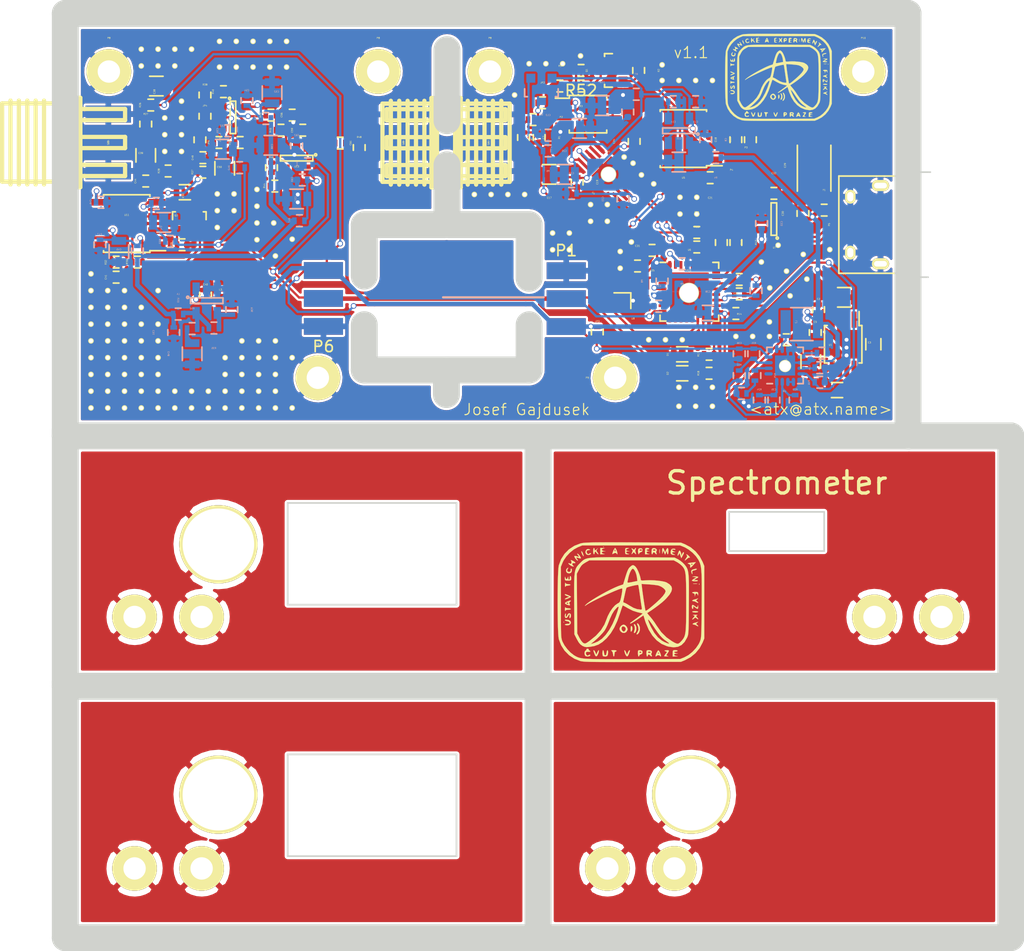
<source format=kicad_pcb>
(kicad_pcb (version 4) (host pcbnew 4.0.2-stable)
  (layers (0 F.Cu signal) (31 B.Cu signal) (34 B.Paste user) (35 F.Paste user) (36 B.SilkS user) (37 F.SilkS user) (38 B.Mask user) (39 F.Mask user) (44 Edge.Cuts user))
  (net 0 "")
  (net 1 +3V3)
  (net 2 GND)
  (net 3 V-)
  (net 4 +5V)
  (net 5 "Net-(D1-Pad2)")
  (net 6 "Net-(F1-Pad2)")
  (net 7 "Net-(L2-Pad2)")
  (net 8 "Net-(P4-Pad1)")
  (net 9 "Net-(R10-Pad2)")
  (net 10 "Net-(R11-Pad2)")
  (net 11 "Net-(R12-Pad2)")
  (net 12 "Net-(R13-Pad2)")
  (net 13 "Net-(R14-Pad2)")
  (net 14 "Net-(R15-Pad2)")
  (net 15 "Net-(R20-Pad1)")
  (net 16 "Net-(R21-Pad2)")
  (net 17 "Net-(R22-Pad2)")
  (net 18 "Net-(R25-Pad2)")
  (net 19 "Net-(U9-Pad13)")
  (net 20 "Net-(U2-Pad6)")
  (net 21 "Net-(C3-Pad1)")
  (net 22 "Net-(C3-Pad2)")
  (net 23 "Net-(C4-Pad1)")
  (net 24 "Net-(C5-Pad1)")
  (net 25 "Net-(C7-Pad1)")
  (net 26 "Net-(C11-Pad1)")
  (net 27 "Net-(C12-Pad1)")
  (net 28 "Net-(C10-Pad1)")
  (net 29 "Net-(C14-Pad1)")
  (net 30 /acq_adc/+3.3V_A)
  (net 31 /acq_adc/REF)
  (net 32 "Net-(C21-Pad1)")
  (net 33 "Net-(C32-Pad1)")
  (net 34 "Net-(C35-Pad1)")
  (net 35 "Net-(C37-Pad1)")
  (net 36 "Net-(C38-Pad1)")
  (net 37 "Net-(C39-Pad1)")
  (net 38 "Net-(C39-Pad2)")
  (net 39 "Net-(C40-Pad1)")
  (net 40 "Net-(C41-Pad1)")
  (net 41 "Net-(C42-Pad1)")
  (net 42 "Net-(C44-Pad1)")
  (net 43 "Net-(C45-Pad1)")
  (net 44 "Net-(C46-Pad1)")
  (net 45 "Net-(C48-Pad1)")
  (net 46 "Net-(C49-Pad1)")
  (net 47 "Net-(C50-Pad2)")
  (net 48 /amplifier/VCC)
  (net 49 "Net-(C52-Pad1)")
  (net 50 "Net-(C53-Pad1)")
  (net 51 "Net-(C56-Pad1)")
  (net 52 "Net-(C57-Pad1)")
  (net 53 "Net-(C58-Pad1)")
  (net 54 "Net-(D2-Pad2)")
  (net 55 "Net-(JP2-Pad2)")
  (net 56 "Net-(JP4-Pad2)")
  (net 57 "Net-(JP6-Pad2)")
  (net 58 "Net-(P3-Pad1)")
  (net 59 /acq_mcu/USBM)
  (net 60 /acq_mcu/USBP)
  (net 61 "Net-(Q1-Pad3)")
  (net 62 "Net-(Q2-Pad1)")
  (net 63 "Net-(R3-Pad2)")
  (net 64 "Net-(R8-Pad2)")
  (net 65 "Net-(R9-Pad1)")
  (net 66 "Net-(R16-Pad2)")
  (net 67 /acq_mcu/LED)
  (net 68 /acq_apd/APD_SHDN)
  (net 69 "Net-(R35-Pad2)")
  (net 70 "Net-(R38-Pad1)")
  (net 71 "Net-(R40-Pad1)")
  (net 72 "Net-(R44-Pad1)")
  (net 73 /acq_adc/DOUT)
  (net 74 /acq_adc/SCLK)
  (net 75 /acq_mcu/CLK)
  (net 76 /acq_adc/AMP_x)
  (net 77 /acq_adc/CS)
  (net 78 BIAS)
  (net 79 "Net-(C59-Pad1)")
  (net 80 "Net-(C59-Pad2)")
  (net 81 "Net-(Q2-Pad3)")
  (net 82 "Net-(L4-Pad1)")
  (net 83 /acq_mcu/CTL)
  (net 84 SIG)
  (net 85 "Net-(D3-Pad3)")
  (module Resistors_SMD:R_0402 (layer F.Cu) (at 65.05 21.4 180)
    (fp_text reference R51 (at 0 -1.8 180) (layer F.SilkS) (effects (font (size 0.15 0.15) (thickness 0.02))))
    (fp_text value 10k)
    (pad 1 smd rect (at -0.45 0 180) (size 0.4 0.6) (layers F.Cu F.Paste F.Mask) (net 85 "Net-(D3-Pad3)"))
    (pad 2 smd rect (at 0.45 0 180) (size 0.4 0.6) (layers F.Cu F.Paste F.Mask) (net 25 "Net-(C7-Pad1)"))
  )
  (module TO_SOT_Packages_SMD:SOT-23 (layer B.Cu) (at 65.8 18.7)
    (fp_text reference D3 (at 0 2.25) (layer B.SilkS) (effects (font (size 0.15 0.15) (thickness 0.02)) (justify mirror)))
    (fp_text value BAT54S-7-F)
    (pad 1 smd rect (at -0.95 -1.00076) (size 0.8001 0.8001) (layers B.Cu B.Paste B.Mask) (net 3 V-))
    (pad 2 smd rect (at 0.95 -1.00076) (size 0.8001 0.8001) (layers B.Cu B.Paste B.Mask) (net 30 /acq_adc/+3.3V_A))
    (pad 3 smd rect (at 0 0.99822) (size 0.8001 0.8001) (layers B.Cu B.Paste B.Mask) (net 85 "Net-(D3-Pad3)"))
  )
  (module footprints:VIA (layer F.Cu) (at 29.4 65.9)
    (fp_text reference REF** hide)
    (fp_text value VIA hide)
    (pad 1 thru_hole circle (at 0 0) (size 4 4) (drill 2) (layers *.Cu *.Mask F.SilkS) (net 2 GND))
  )
  (module footprints:VIA (layer F.Cu) (at 36.9 59.4)
    (fp_text reference REF** hide)
    (fp_text value VIA hide)
    (pad 1 thru_hole circle (at 0 0) (size 7 7) (drill 6.4) (layers *.Cu *.Mask F.SilkS) (net 2 GND))
  )
  (module footprints:utef_13x11 (layer F.Cu) (at 73.8 64.55)
    (fp_text reference G*** hide)
    (fp_text value LOGO hide)
  )
  (module footprints:utef_10x8 (layer F.Cu) (at 87 17.6)
    (fp_text reference G*** hide)
    (fp_text value LOGO hide)
  )
  (module Measurement_Points:Measurement_Point_Round-TH_Small (layer F.Cu) (at 87.6 43.45)
    (fp_text reference P12 (at 0 -2) (layer F.SilkS) (effects (font (size 0.15 0.15) (thickness 0.02))))
    (fp_text value EPV)
    (pad 1 thru_hole circle (at 0 0) (size 1.1 1.1) (drill 1) (layers *.Cu *.Mask F.SilkS) (net 2 GND))
  )
  (module Measurement_Points:Measurement_Point_Round-TH_Small (layer F.Cu) (at 79 36.9)
    (fp_text reference P11 (at 0 -2) (layer F.SilkS) (effects (font (size 0.15 0.15) (thickness 0.02))))
    (fp_text value EPV)
    (pad 1 thru_hole circle (at 0 0) (size 1.8 1.8) (drill 1.7) (layers *.Cu *.Mask F.SilkS) (net 2 GND))
  )
  (module Measurement_Points:Measurement_Point_Round-TH_Small (layer F.Cu) (at 71.8 26.3)
    (fp_text reference P7 (at 0 -2) (layer F.SilkS) (effects (font (size 0.15 0.15) (thickness 0.02))))
    (fp_text value EPV)
    (pad 1 thru_hole circle (at 0 0) (size 1.4 1.4) (drill 1.3) (layers *.Cu *.Mask F.SilkS) (net 2 GND))
  )
  (module Resistors_SMD:R_0603 (layer F.Cu) (at 33.9 27.9)
    (fp_text reference R30 (at -0.15 0.325 90) (layer F.SilkS) (effects (font (size 0.15 0.15) (thickness 0.02))))
    (fp_text value 100M)
    (pad 1 smd rect (at -0.75 0) (size 0.5 0.9) (layers F.Cu F.Paste F.Mask) (net 42 "Net-(C44-Pad1)"))
    (pad 2 smd rect (at 0.75 0) (size 0.5 0.9) (layers F.Cu F.Paste F.Mask) (net 81 "Net-(Q2-Pad3)"))
  )
  (module footprints:SDR0302 (layer F.Cu) (at 38.15 36.6)
    (fp_text reference L3 (at -1.06 0.01) (layer F.SilkS) (effects (font (size 0.15 0.15) (thickness 0.02))))
    (fp_text value 1m)
    (pad 1 smd rect (at 0 -1.1) (size 3 1.4) (layers F.Cu F.Paste F.Mask) (net 4 +5V))
    (pad 2 smd rect (at 0 1.1) (size 3 1.4) (layers F.Cu F.Paste F.Mask) (net 39 "Net-(C40-Pad1)"))
  )
  (module Resistors_SMD:R_0402 (layer B.Cu) (at 43.9 23.75 90)
    (fp_text reference C62 (at 0.95 0 180) (layer B.SilkS) (effects (font (size 0.15 0.15) (thickness 0.02)) (justify mirror)))
    (fp_text value 10n)
    (pad 1 smd rect (at -0.45 0 90) (size 0.4 0.6) (layers B.Cu B.Paste B.Mask) (net 53 "Net-(C58-Pad1)"))
    (pad 2 smd rect (at 0.45 0 90) (size 0.4 0.6) (layers B.Cu B.Paste B.Mask) (net 2 GND))
  )
  (module Resistors_SMD:R_0402 (layer B.Cu) (at 33.3 38.8 180)
    (fp_text reference L4 (at 0 1.8 180) (layer B.SilkS) (effects (font (size 0.15 0.15) (thickness 0.02)) (justify mirror)))
    (fp_text value BEAD)
    (pad 1 smd rect (at -0.45 0 180) (size 0.4 0.6) (layers B.Cu B.Paste B.Mask) (net 82 "Net-(L4-Pad1)"))
    (pad 2 smd rect (at 0.45 0 180) (size 0.4 0.6) (layers B.Cu B.Paste B.Mask) (net 48 /amplifier/VCC))
  )
  (module TO_SOT_Packages_SMD:SOT-23-5 (layer F.Cu) (at 43.9 24.85 270)
    (fp_text reference U13 (at 0.75 -0.01 360) (layer F.SilkS) (effects (font (size 0.15 0.15) (thickness 0.02))))
    (fp_text value AD8031)
    (pad 1 smd rect (at -1.1 -0.95 270) (size 1.06 0.65) (layers F.Cu F.Paste F.Mask) (net 79 "Net-(C59-Pad1)"))
    (pad 2 smd rect (at -1.1 0 270) (size 1.06 0.65) (layers F.Cu F.Paste F.Mask) (net 53 "Net-(C58-Pad1)"))
    (pad 3 smd rect (at -1.1 0.95 270) (size 1.06 0.65) (layers F.Cu F.Paste F.Mask) (net 51 "Net-(C56-Pad1)"))
    (pad 4 smd rect (at 1.1 0.95 270) (size 1.06 0.65) (layers F.Cu F.Paste F.Mask) (net 72 "Net-(R44-Pad1)"))
    (pad 5 smd rect (at 1.1 -0.95 270) (size 1.06 0.65) (layers F.Cu F.Paste F.Mask) (net 52 "Net-(C57-Pad1)"))
  )
  (module TO_SOT_Packages_SMD:SOT-23-5 (layer F.Cu) (at 38.2 21.2)
    (fp_text reference U12 (at 0.025 -1.125 90) (layer F.SilkS) (effects (font (size 0.15 0.15) (thickness 0.02))))
    (fp_text value AD8061)
    (pad 1 smd rect (at -1.1 -0.95) (size 1.06 0.65) (layers F.Cu F.Paste F.Mask) (net 71 "Net-(R40-Pad1)"))
    (pad 2 smd rect (at -1.1 0) (size 1.06 0.65) (layers F.Cu F.Paste F.Mask) (net 50 "Net-(C53-Pad1)"))
    (pad 3 smd rect (at -1.1 0.95) (size 1.06 0.65) (layers F.Cu F.Paste F.Mask) (net 57 "Net-(JP6-Pad2)"))
    (pad 4 smd rect (at 1.1 0.95) (size 1.06 0.65) (layers F.Cu F.Paste F.Mask) (net 70 "Net-(R38-Pad1)"))
    (pad 5 smd rect (at 1.1 -0.95) (size 1.06 0.65) (layers F.Cu F.Paste F.Mask) (net 49 "Net-(C52-Pad1)"))
  )
  (module Housings_SOIC:SOIC-8_3.9x4.9mm_Pitch1.27mm (layer F.Cu) (at 28.7 30.7 180)
    (fp_text reference U11 (at 0 0.775 180) (layer F.SilkS) (effects (font (size 0.15 0.15) (thickness 0.02))))
    (fp_text value AD829)
    (pad 1 smd rect (at -2.7 -1.905 180) (size 1.55 0.6) (layers F.Cu F.Paste F.Mask))
    (pad 2 smd rect (at -2.7 -0.635 180) (size 1.55 0.6) (layers F.Cu F.Paste F.Mask) (net 62 "Net-(Q2-Pad1)"))
    (pad 3 smd rect (at -2.7 0.635 180) (size 1.55 0.6) (layers F.Cu F.Paste F.Mask) (net 40 "Net-(C41-Pad1)"))
    (pad 4 smd rect (at -2.7 1.905 180) (size 1.55 0.6) (layers F.Cu F.Paste F.Mask) (net 41 "Net-(C42-Pad1)"))
    (pad 5 smd rect (at 2.7 1.905 180) (size 1.55 0.6) (layers F.Cu F.Paste F.Mask) (net 44 "Net-(C46-Pad1)"))
    (pad 6 smd rect (at 2.7 0.635 180) (size 1.55 0.6) (layers F.Cu F.Paste F.Mask) (net 42 "Net-(C44-Pad1)"))
    (pad 7 smd rect (at 2.7 -0.635 180) (size 1.55 0.6) (layers F.Cu F.Paste F.Mask) (net 43 "Net-(C45-Pad1)"))
    (pad 8 smd rect (at 2.7 -1.905 180) (size 1.55 0.6) (layers F.Cu F.Paste F.Mask))
  )
  (module TO_SOT_Packages_SMD:SOT-23-5 (layer B.Cu) (at 35.857822 37.6 270)
    (fp_text reference U10 (at -0.05 2.55 270) (layer B.SilkS) (effects (font (size 0.15 0.15) (thickness 0.02)) (justify mirror)))
    (fp_text value TPS77001DBVT)
    (pad 1 smd rect (at -1.1 0.95 270) (size 1.06 0.65) (layers B.Cu B.Paste B.Mask) (net 39 "Net-(C40-Pad1)"))
    (pad 2 smd rect (at -1.1 0 270) (size 1.06 0.65) (layers B.Cu B.Paste B.Mask) (net 2 GND))
    (pad 3 smd rect (at -1.1 -0.95 270) (size 1.06 0.65) (layers B.Cu B.Paste B.Mask) (net 2 GND))
    (pad 4 smd rect (at 1.1 -0.95 270) (size 1.06 0.65) (layers B.Cu B.Paste B.Mask) (net 69 "Net-(R35-Pad2)"))
    (pad 5 smd rect (at 1.1 0.95 270) (size 1.06 0.65) (layers B.Cu B.Paste B.Mask) (net 82 "Net-(L4-Pad1)"))
  )
  (module footprints:501HCA_2.5x2 (layer F.Cu) (at 74 36.9)
    (fp_text reference U8 (at 0 2.3) (layer F.SilkS) (effects (font (size 0.15 0.15) (thickness 0.02))))
    (fp_text value 501HCA12M0000DAG)
    (pad 1 smd rect (at -1 0.7) (size 1.1 1) (layers F.Cu F.Paste F.Mask) (net 1 +3V3))
    (pad 2 smd rect (at 0.9 0.7) (size 1.1 1) (layers F.Cu F.Paste F.Mask) (net 2 GND))
    (pad 3 smd rect (at 0.9 -0.8) (size 1.1 1) (layers F.Cu F.Paste F.Mask) (net 75 /acq_mcu/CLK))
    (pad 4 smd rect (at -1 -0.8) (size 1.1 1) (layers F.Cu F.Paste F.Mask) (net 1 +3V3))
  )
  (module Housings_DFN_QFN:QFN-32-1EP_5x5mm_Pitch0.5mm (layer F.Cu) (at 79.0375 36.8)
    (fp_text reference U6 (at 0 -3.75) (layer F.SilkS) (effects (font (size 0.15 0.15) (thickness 0.02))))
    (fp_text value STM32F302KxU)
    (pad 1 smd rect (at -2.4 -1.75) (size 0.7 0.25) (layers F.Cu F.Paste F.Mask) (net 1 +3V3))
    (pad 2 smd rect (at -2.4 -1.25) (size 0.7 0.25) (layers F.Cu F.Paste F.Mask) (net 75 /acq_mcu/CLK))
    (pad 3 smd rect (at -2.4 -0.75) (size 0.7 0.25) (layers F.Cu F.Paste F.Mask))
    (pad 4 smd rect (at -2.4 -0.25) (size 0.7 0.25) (layers F.Cu F.Paste F.Mask) (net 64 "Net-(R8-Pad2)"))
    (pad 5 smd rect (at -2.4 0.25) (size 0.7 0.25) (layers F.Cu F.Paste F.Mask) (net 1 +3V3))
    (pad 6 smd rect (at -2.4 0.75) (size 0.7 0.25) (layers F.Cu F.Paste F.Mask) (net 2 GND))
    (pad 7 smd rect (at -2.4 1.25) (size 0.7 0.25) (layers F.Cu F.Paste F.Mask))
    (pad 8 smd rect (at -2.4 1.75) (size 0.7 0.25) (layers F.Cu F.Paste F.Mask) (net 83 /acq_mcu/CTL))
    (pad 9 smd rect (at -1.75 2.4 90) (size 0.7 0.25) (layers F.Cu F.Paste F.Mask))
    (pad 10 smd rect (at -1.25 2.4 90) (size 0.7 0.25) (layers F.Cu F.Paste F.Mask))
    (pad 11 smd rect (at -0.75 2.4 90) (size 0.7 0.25) (layers F.Cu F.Paste F.Mask))
    (pad 12 smd rect (at -0.25 2.4 90) (size 0.7 0.25) (layers F.Cu F.Paste F.Mask))
    (pad 13 smd rect (at 0.25 2.4 90) (size 0.7 0.25) (layers F.Cu F.Paste F.Mask))
    (pad 14 smd rect (at 0.75 2.4 90) (size 0.7 0.25) (layers F.Cu F.Paste F.Mask) (net 76 /acq_adc/AMP_x))
    (pad 15 smd rect (at 1.25 2.4 90) (size 0.7 0.25) (layers F.Cu F.Paste F.Mask) (net 67 /acq_mcu/LED))
    (pad 16 smd rect (at 1.75 2.4 90) (size 0.7 0.25) (layers F.Cu F.Paste F.Mask) (net 2 GND))
    (pad 17 smd rect (at 2.4 1.75) (size 0.7 0.25) (layers F.Cu F.Paste F.Mask) (net 1 +3V3))
    (pad 18 smd rect (at 2.4 1.25) (size 0.7 0.25) (layers F.Cu F.Paste F.Mask) (net 68 /acq_apd/APD_SHDN))
    (pad 19 smd rect (at 2.4 0.75) (size 0.7 0.25) (layers F.Cu F.Paste F.Mask) (net 66 "Net-(R16-Pad2)"))
    (pad 20 smd rect (at 2.4 0.25) (size 0.7 0.25) (layers F.Cu F.Paste F.Mask))
    (pad 21 smd rect (at 2.4 -0.25) (size 0.7 0.25) (layers F.Cu F.Paste F.Mask) (net 13 "Net-(R14-Pad2)"))
    (pad 22 smd rect (at 2.4 -0.75) (size 0.7 0.25) (layers F.Cu F.Paste F.Mask) (net 14 "Net-(R15-Pad2)"))
    (pad 23 smd rect (at 2.4 -1.25) (size 0.7 0.25) (layers F.Cu F.Paste F.Mask) (net 11 "Net-(R12-Pad2)"))
    (pad 24 smd rect (at 2.4 -1.75) (size 0.7 0.25) (layers F.Cu F.Paste F.Mask) (net 12 "Net-(R13-Pad2)"))
    (pad 25 smd rect (at 1.75 -2.4 90) (size 0.7 0.25) (layers F.Cu F.Paste F.Mask) (net 9 "Net-(R10-Pad2)"))
    (pad 26 smd rect (at 1.25 -2.4 90) (size 0.7 0.25) (layers F.Cu F.Paste F.Mask) (net 10 "Net-(R11-Pad2)"))
    (pad 27 smd rect (at 0.75 -2.4 90) (size 0.7 0.25) (layers F.Cu F.Paste F.Mask) (net 73 /acq_adc/DOUT))
    (pad 28 smd rect (at 0.25 -2.4 90) (size 0.7 0.25) (layers F.Cu F.Paste F.Mask))
    (pad 29 smd rect (at -0.25 -2.4 90) (size 0.7 0.25) (layers F.Cu F.Paste F.Mask))
    (pad 30 smd rect (at -0.75 -2.4 90) (size 0.7 0.25) (layers F.Cu F.Paste F.Mask))
    (pad 31 smd rect (at -1.25 -2.4 90) (size 0.7 0.25) (layers F.Cu F.Paste F.Mask) (net 65 "Net-(R9-Pad1)"))
    (pad 32 smd rect (at -1.75 -2.4 90) (size 0.7 0.25) (layers F.Cu F.Paste F.Mask) (net 2 GND))
    (pad 33 smd rect (at 0.8625 0.8625) (size 1.725 1.725) (layers F.Cu F.Paste F.Mask) (net 2 GND))
    (pad 33 smd rect (at 0.8625 -0.8625) (size 1.725 1.725) (layers F.Cu F.Paste F.Mask) (net 2 GND))
    (pad 33 smd rect (at -0.8625 0.8625) (size 1.725 1.725) (layers F.Cu F.Paste F.Mask) (net 2 GND))
    (pad 33 smd rect (at -0.8625 -0.8625) (size 1.725 1.725) (layers F.Cu F.Paste F.Mask) (net 2 GND))
  )
  (module Housings_SOIC:SOIC-8_3.9x4.9mm_Pitch1.27mm (layer F.Cu) (at 78.5 23.1 180)
    (fp_text reference U5 (at 0 -3.5 180) (layer F.SilkS) (effects (font (size 0.15 0.15) (thickness 0.02))))
    (fp_text value MAX6126BASA25+)
    (pad 1 smd rect (at -2.7 -1.905 180) (size 1.55 0.6) (layers F.Cu F.Paste F.Mask) (net 32 "Net-(C21-Pad1)"))
    (pad 2 smd rect (at -2.7 -0.635 180) (size 1.55 0.6) (layers F.Cu F.Paste F.Mask) (net 30 /acq_adc/+3.3V_A))
    (pad 3 smd rect (at -2.7 0.635 180) (size 1.55 0.6) (layers F.Cu F.Paste F.Mask) (net 2 GND))
    (pad 4 smd rect (at -2.7 1.905 180) (size 1.55 0.6) (layers F.Cu F.Paste F.Mask) (net 2 GND))
    (pad 5 smd rect (at 2.7 1.905 180) (size 1.55 0.6) (layers F.Cu F.Paste F.Mask))
    (pad 6 smd rect (at 2.7 0.635 180) (size 1.55 0.6) (layers F.Cu F.Paste F.Mask) (net 31 /acq_adc/REF))
    (pad 7 smd rect (at 2.7 -0.635 180) (size 1.55 0.6) (layers F.Cu F.Paste F.Mask) (net 31 /acq_adc/REF))
    (pad 8 smd rect (at 2.7 -1.905 180) (size 1.55 0.6) (layers F.Cu F.Paste F.Mask))
  )
  (module footprints:uMAX-10-EP (layer F.Cu) (at 71.8 26.2 315)
    (fp_text reference U4 (at 0.3 2.2 315) (layer F.SilkS) (effects (font (size 0.15 0.15) (thickness 0.02))))
    (fp_text value MAX11102)
    (pad 11 smd rect (at 0 0 315) (size 1.85 2.5) (layers F.Cu F.Paste F.Mask) (net 2 GND))
    (pad 1 smd rect (at -2.2 -1 315) (size 1.4 0.27) (layers F.Cu F.Paste F.Mask) (net 55 "Net-(JP2-Pad2)"))
    (pad 2 smd rect (at -2.2 -0.5 315) (size 1.4 0.27) (layers F.Cu F.Paste F.Mask))
    (pad 3 smd rect (at -2.2 0 315) (size 1.4 0.27) (layers F.Cu F.Paste F.Mask) (net 2 GND))
    (pad 4 smd rect (at -2.2 0.5 315) (size 1.4 0.27) (layers F.Cu F.Paste F.Mask) (net 31 /acq_adc/REF))
    (pad 5 smd rect (at -2.2 1 315) (size 1.4 0.27) (layers F.Cu F.Paste F.Mask) (net 30 /acq_adc/+3.3V_A))
    (pad 6 smd rect (at 2.2 1 315) (size 1.4 0.27) (layers F.Cu F.Paste F.Mask) (net 77 /acq_adc/CS))
    (pad 7 smd rect (at 2.2 0.5 315) (size 1.4 0.27) (layers F.Cu F.Paste F.Mask) (net 2 GND))
    (pad 8 smd rect (at 2.2 0 315) (size 1.4 0.27) (layers F.Cu F.Paste F.Mask) (net 30 /acq_adc/+3.3V_A))
    (pad 9 smd rect (at 2.2 -0.5 315) (size 1.4 0.27) (layers F.Cu F.Paste F.Mask) (net 73 /acq_adc/DOUT))
    (pad 10 smd rect (at 2.2 -1 315) (size 1.4 0.27) (layers F.Cu F.Paste F.Mask) (net 74 /acq_adc/SCLK))
  )
  (module TO_SOT_Packages_SMD:SOT-23-5 (layer B.Cu) (at 78.1 22.4 90)
    (fp_text reference U3 (at -0.05 2.55 90) (layer B.SilkS) (effects (font (size 0.15 0.15) (thickness 0.02)) (justify mirror)))
    (fp_text value NCP700B)
    (pad 1 smd rect (at -1.1 0.95 90) (size 1.06 0.65) (layers B.Cu B.Paste B.Mask) (net 26 "Net-(C11-Pad1)"))
    (pad 2 smd rect (at -1.1 0 90) (size 1.06 0.65) (layers B.Cu B.Paste B.Mask) (net 2 GND))
    (pad 3 smd rect (at -1.1 -0.95 90) (size 1.06 0.65) (layers B.Cu B.Paste B.Mask) (net 26 "Net-(C11-Pad1)"))
    (pad 4 smd rect (at 1.1 -0.95 90) (size 1.06 0.65) (layers B.Cu B.Paste B.Mask) (net 29 "Net-(C14-Pad1)"))
    (pad 5 smd rect (at 1.1 0.95 90) (size 1.06 0.65) (layers B.Cu B.Paste B.Mask) (net 30 /acq_adc/+3.3V_A))
  )
  (module Resistors_SMD:R_0402 (layer B.Cu) (at 34.55 40.1 180)
    (fp_text reference R50 (at 0 1.8 180) (layer B.SilkS) (effects (font (size 0.15 0.15) (thickness 0.02)) (justify mirror)))
    (fp_text value 1)
    (pad 1 smd rect (at -0.45 0 180) (size 0.4 0.6) (layers B.Cu B.Paste B.Mask) (net 82 "Net-(L4-Pad1)"))
    (pad 2 smd rect (at 0.45 0 180) (size 0.4 0.6) (layers B.Cu B.Paste B.Mask) (net 45 "Net-(C48-Pad1)"))
  )
  (module Resistors_SMD:R_0402 (layer B.Cu) (at 44.875 25.35 180)
    (fp_text reference R49 (at 0.925 0 270) (layer B.SilkS) (effects (font (size 0.15 0.15) (thickness 0.02)) (justify mirror)))
    (fp_text value 22)
    (pad 1 smd rect (at -0.45 0 180) (size 0.4 0.6) (layers B.Cu B.Paste B.Mask) (net 3 V-))
    (pad 2 smd rect (at 0.45 0 180) (size 0.4 0.6) (layers B.Cu B.Paste B.Mask) (net 53 "Net-(C58-Pad1)"))
  )
  (module Resistors_SMD:R_0402 (layer F.Cu) (at 49.5 23.9 90)
    (fp_text reference R48 (at 0.93 -0.01 180) (layer F.SilkS) (effects (font (size 0.15 0.15) (thickness 0.02))))
    (fp_text value 2k)
    (pad 1 smd rect (at -0.45 0 90) (size 0.4 0.6) (layers F.Cu F.Paste F.Mask) (net 2 GND))
    (pad 2 smd rect (at 0.45 0 90) (size 0.4 0.6) (layers F.Cu F.Paste F.Mask) (net 84 SIG))
  )
  (module Resistors_SMD:R_0402 (layer B.Cu) (at 44.15 30.45)
    (fp_text reference R47 (at -0.9 -0.05 90) (layer B.SilkS) (effects (font (size 0.15 0.15) (thickness 0.02)) (justify mirror)))
    (fp_text value 22)
    (pad 1 smd rect (at -0.45 0) (size 0.4 0.6) (layers B.Cu B.Paste B.Mask) (net 48 /amplifier/VCC))
    (pad 2 smd rect (at 0.45 0) (size 0.4 0.6) (layers B.Cu B.Paste B.Mask) (net 52 "Net-(C57-Pad1)"))
  )
  (module Resistors_SMD:R_0402 (layer F.Cu) (at 41.65 25.7 270)
    (fp_text reference R46 (at -0.92 0.01 360) (layer F.SilkS) (effects (font (size 0.15 0.15) (thickness 0.02))))
    (fp_text value 2k)
    (pad 1 smd rect (at -0.45 0 270) (size 0.4 0.6) (layers F.Cu F.Paste F.Mask) (net 79 "Net-(C59-Pad1)"))
    (pad 2 smd rect (at 0.45 0 270) (size 0.4 0.6) (layers F.Cu F.Paste F.Mask) (net 72 "Net-(R44-Pad1)"))
  )
  (module Resistors_SMD:R_0402 (layer F.Cu) (at 42.5 22.35 180)
    (fp_text reference R45 (at 0.94 -0.01 270) (layer F.SilkS) (effects (font (size 0.15 0.15) (thickness 0.02))))
    (fp_text value 4k3)
    (pad 1 smd rect (at -0.45 0 180) (size 0.4 0.6) (layers F.Cu F.Paste F.Mask) (net 51 "Net-(C56-Pad1)"))
    (pad 2 smd rect (at 0.45 0 180) (size 0.4 0.6) (layers F.Cu F.Paste F.Mask) (net 80 "Net-(C59-Pad2)"))
  )
  (module Resistors_SMD:R_0402 (layer F.Cu) (at 41.95 27.35)
    (fp_text reference R44 (at -0.94 -0.02 90) (layer F.SilkS) (effects (font (size 0.15 0.15) (thickness 0.02))))
    (fp_text value 1k)
    (pad 1 smd rect (at -0.45 0) (size 0.4 0.6) (layers F.Cu F.Paste F.Mask) (net 72 "Net-(R44-Pad1)"))
    (pad 2 smd rect (at 0.45 0) (size 0.4 0.6) (layers F.Cu F.Paste F.Mask) (net 2 GND))
  )
  (module Resistors_SMD:R_0402 (layer F.Cu) (at 41.6 21 180)
    (fp_text reference R43 (at 0.93 0 270) (layer F.SilkS) (effects (font (size 0.15 0.15) (thickness 0.02))))
    (fp_text value 270)
    (pad 1 smd rect (at -0.45 0 180) (size 0.4 0.6) (layers F.Cu F.Paste F.Mask) (net 80 "Net-(C59-Pad2)"))
    (pad 2 smd rect (at 0.45 0 180) (size 0.4 0.6) (layers F.Cu F.Paste F.Mask) (net 71 "Net-(R40-Pad1)"))
  )
  (module Resistors_SMD:R_0402 (layer B.Cu) (at 38.8 25.7 180)
    (fp_text reference R42 (at 0.94 -0.02 270) (layer B.SilkS) (effects (font (size 0.15 0.15) (thickness 0.02)) (justify mirror)))
    (fp_text value 22)
    (pad 1 smd rect (at -0.45 0 180) (size 0.4 0.6) (layers B.Cu B.Paste B.Mask) (net 3 V-))
    (pad 2 smd rect (at 0.45 0 180) (size 0.4 0.6) (layers B.Cu B.Paste B.Mask) (net 50 "Net-(C53-Pad1)"))
  )
  (module Resistors_SMD:R_0402 (layer B.Cu) (at 41.15 21.3 180)
    (fp_text reference R41 (at 0.95 0.05 270) (layer B.SilkS) (effects (font (size 0.15 0.15) (thickness 0.02)) (justify mirror)))
    (fp_text value 22)
    (pad 1 smd rect (at -0.45 0 180) (size 0.4 0.6) (layers B.Cu B.Paste B.Mask) (net 48 /amplifier/VCC))
    (pad 2 smd rect (at 0.45 0 180) (size 0.4 0.6) (layers B.Cu B.Paste B.Mask) (net 49 "Net-(C52-Pad1)"))
  )
  (module Resistors_SMD:R_0402 (layer F.Cu) (at 37.35 18.9)
    (fp_text reference R40 (at -0.925 0 90) (layer F.SilkS) (effects (font (size 0.15 0.15) (thickness 0.02))))
    (fp_text value 10k)
    (pad 1 smd rect (at -0.45 0) (size 0.4 0.6) (layers F.Cu F.Paste F.Mask) (net 71 "Net-(R40-Pad1)"))
    (pad 2 smd rect (at 0.45 0) (size 0.4 0.6) (layers F.Cu F.Paste F.Mask) (net 70 "Net-(R38-Pad1)"))
  )
  (module Resistors_SMD:R_0402 (layer F.Cu) (at 38.85 23.45)
    (fp_text reference R39 (at -0.925 0 90) (layer F.SilkS) (effects (font (size 0.15 0.15) (thickness 0.02))))
    (fp_text value 1k)
    (pad 1 smd rect (at -0.45 0) (size 0.4 0.6) (layers F.Cu F.Paste F.Mask) (net 57 "Net-(JP6-Pad2)"))
    (pad 2 smd rect (at 0.45 0) (size 0.4 0.6) (layers F.Cu F.Paste F.Mask) (net 2 GND))
  )
  (module Resistors_SMD:R_0402 (layer F.Cu) (at 35.7 19.2 270)
    (fp_text reference R38 (at -0.925 0 360) (layer F.SilkS) (effects (font (size 0.15 0.15) (thickness 0.02))))
    (fp_text value 1k)
    (pad 1 smd rect (at -0.45 0 270) (size 0.4 0.6) (layers F.Cu F.Paste F.Mask) (net 70 "Net-(R38-Pad1)"))
    (pad 2 smd rect (at 0.45 0 270) (size 0.4 0.6) (layers F.Cu F.Paste F.Mask) (net 56 "Net-(JP4-Pad2)"))
  )
  (module Resistors_SMD:R_0402 (layer F.Cu) (at 35.512207 26.108137 180)
    (fp_text reference R37 (at 0.937207 0.008137 270) (layer F.SilkS) (effects (font (size 0.15 0.15) (thickness 0.02))))
    (fp_text value 100k)
    (pad 1 smd rect (at -0.45 0 180) (size 0.4 0.6) (layers F.Cu F.Paste F.Mask) (net 47 "Net-(C50-Pad2)"))
    (pad 2 smd rect (at 0.45 0 180) (size 0.4 0.6) (layers F.Cu F.Paste F.Mask) (net 42 "Net-(C44-Pad1)"))
  )
  (module Resistors_SMD:R_0402 (layer B.Cu) (at 38.1 38.4 90)
    (fp_text reference R36 (at 0 1.8 90) (layer B.SilkS) (effects (font (size 0.15 0.15) (thickness 0.02)) (justify mirror)))
    (fp_text value 200k)
    (pad 1 smd rect (at -0.45 0 90) (size 0.4 0.6) (layers B.Cu B.Paste B.Mask) (net 69 "Net-(R35-Pad2)"))
    (pad 2 smd rect (at 0.45 0 90) (size 0.4 0.6) (layers B.Cu B.Paste B.Mask) (net 2 GND))
  )
  (module Resistors_SMD:R_0402 (layer B.Cu) (at 36.5 40.05)
    (fp_text reference R35 (at 0 1.8) (layer B.SilkS) (effects (font (size 0.15 0.15) (thickness 0.02)) (justify mirror)))
    (fp_text value 510k)
    (pad 1 smd rect (at -0.45 0) (size 0.4 0.6) (layers B.Cu B.Paste B.Mask) (net 82 "Net-(L4-Pad1)"))
    (pad 2 smd rect (at 0.45 0) (size 0.4 0.6) (layers B.Cu B.Paste B.Mask) (net 69 "Net-(R35-Pad2)"))
  )
  (module Resistors_SMD:R_0402 (layer B.Cu) (at 29.65 33.15 90)
    (fp_text reference R34 (at 0.94 0 180) (layer B.SilkS) (effects (font (size 0.15 0.15) (thickness 0.02)) (justify mirror)))
    (fp_text value 22)
    (pad 1 smd rect (at -0.45 0 90) (size 0.4 0.6) (layers B.Cu B.Paste B.Mask) (net 48 /amplifier/VCC))
    (pad 2 smd rect (at 0.45 0 90) (size 0.4 0.6) (layers B.Cu B.Paste B.Mask) (net 43 "Net-(C45-Pad1)"))
  )
  (module Resistors_SMD:R_0402 (layer B.Cu) (at 32.6 32.3 180)
    (fp_text reference R33 (at 0.93 0 270) (layer B.SilkS) (effects (font (size 0.15 0.15) (thickness 0.02)) (justify mirror)))
    (fp_text value 22)
    (pad 1 smd rect (at -0.45 0 180) (size 0.4 0.6) (layers B.Cu B.Paste B.Mask) (net 3 V-))
    (pad 2 smd rect (at 0.45 0 180) (size 0.4 0.6) (layers B.Cu B.Paste B.Mask) (net 41 "Net-(C42-Pad1)"))
  )
  (module Resistors_SMD:R_0402 (layer F.Cu) (at 27.75 34.15 180)
    (fp_text reference R32 (at 0.925 -0.025 270) (layer F.SilkS) (effects (font (size 0.15 0.15) (thickness 0.02))))
    (fp_text value 10k)
    (pad 1 smd rect (at -0.45 0 180) (size 0.4 0.6) (layers F.Cu F.Paste F.Mask) (net 40 "Net-(C41-Pad1)"))
    (pad 2 smd rect (at 0.45 0 180) (size 0.4 0.6) (layers F.Cu F.Paste F.Mask) (net 2 GND))
  )
  (module Resistors_SMD:R_0402 (layer F.Cu) (at 29.65 34.15 180)
    (fp_text reference R31 (at 0.925 0.025 270) (layer F.SilkS) (effects (font (size 0.15 0.15) (thickness 0.02))))
    (fp_text value 10k)
    (pad 1 smd rect (at -0.45 0 180) (size 0.4 0.6) (layers F.Cu F.Paste F.Mask) (net 43 "Net-(C45-Pad1)"))
    (pad 2 smd rect (at 0.45 0 180) (size 0.4 0.6) (layers F.Cu F.Paste F.Mask) (net 40 "Net-(C41-Pad1)"))
  )
  (module Resistors_SMD:R_0402 (layer F.Cu) (at 33.65 32.6)
    (fp_text reference R29 (at -0.95 0 90) (layer F.SilkS) (effects (font (size 0.15 0.15) (thickness 0.02))))
    (fp_text value 1k)
    (pad 1 smd rect (at -0.45 0) (size 0.4 0.6) (layers F.Cu F.Paste F.Mask) (net 62 "Net-(Q2-Pad1)"))
    (pad 2 smd rect (at 0.45 0) (size 0.4 0.6) (layers F.Cu F.Paste F.Mask) (net 2 GND))
  )
  (module Resistors_SMD:R_0402 (layer F.Cu) (at 32.4 26 180)
    (fp_text reference R28 (at 0.825 0 270) (layer F.SilkS) (effects (font (size 0.15 0.15) (thickness 0.02))))
    (fp_text value 47)
    (pad 1 smd rect (at -0.45 0 180) (size 0.4 0.6) (layers F.Cu F.Paste F.Mask) (net 81 "Net-(Q2-Pad3)"))
    (pad 2 smd rect (at 0.45 0 180) (size 0.4 0.6) (layers F.Cu F.Paste F.Mask) (net 37 "Net-(C39-Pad1)"))
  )
  (module Resistors_SMD:R_0402 (layer F.Cu) (at 30.4 21.8 270)
    (fp_text reference R27 (at -0.9 0 360) (layer F.SilkS) (effects (font (size 0.15 0.15) (thickness 0.02))))
    (fp_text value 10M)
    (pad 1 smd rect (at -0.45 0 270) (size 0.4 0.6) (layers F.Cu F.Paste F.Mask) (net 36 "Net-(C38-Pad1)"))
    (pad 2 smd rect (at 0.45 0 270) (size 0.4 0.6) (layers F.Cu F.Paste F.Mask) (net 38 "Net-(C39-Pad2)"))
  )
  (module Resistors_SMD:R_0402 (layer F.Cu) (at 80.8 42.4 180)
    (fp_text reference R17 (at 0.95 0 270) (layer F.SilkS) (effects (font (size 0.15 0.15) (thickness 0.02))))
    (fp_text value R)
    (pad 1 smd rect (at -0.45 0 180) (size 0.4 0.6) (layers F.Cu F.Paste F.Mask) (net 67 /acq_mcu/LED))
    (pad 2 smd rect (at 0.45 0 180) (size 0.4 0.6) (layers F.Cu F.Paste F.Mask) (net 5 "Net-(D1-Pad2)"))
  )
  (module Resistors_SMD:R_0402 (layer B.Cu) (at 85 36.7 270)
    (fp_text reference R16 (at -0.95 0 360) (layer B.SilkS) (effects (font (size 0.15 0.15) (thickness 0.02)) (justify mirror)))
    (fp_text value 1k5)
    (pad 1 smd rect (at -0.45 0 270) (size 0.4 0.6) (layers B.Cu B.Paste B.Mask) (net 60 /acq_mcu/USBP))
    (pad 2 smd rect (at 0.45 0 270) (size 0.4 0.6) (layers B.Cu B.Paste B.Mask) (net 66 "Net-(R16-Pad2)"))
  )
  (module TO_SOT_Packages_SMD:SOT-23 (layer F.Cu) (at 34.3 30.29924)
    (fp_text reference Q2 (at -1.175 -0.32424) (layer F.SilkS) (effects (font (size 0.15 0.15) (thickness 0.02))))
    (fp_text value BF861)
    (pad 1 smd rect (at -0.95 1.00076) (size 0.8001 0.8001) (layers F.Cu F.Paste F.Mask) (net 62 "Net-(Q2-Pad1)"))
    (pad 2 smd rect (at 0.95 1.00076) (size 0.8001 0.8001) (layers F.Cu F.Paste F.Mask) (net 43 "Net-(C45-Pad1)"))
    (pad 3 smd rect (at 0 -0.99822) (size 0.8001 0.8001) (layers F.Cu F.Paste F.Mask) (net 81 "Net-(Q2-Pad3)"))
  )
  (module TO_SOT_Packages_SMD:SOT-23 (layer F.Cu) (at 72.1 17 90)
    (fp_text reference Q1 (at 0 -2.25 90) (layer F.SilkS) (effects (font (size 0.15 0.15) (thickness 0.02))))
    (fp_text value 2N7000)
    (pad 1 smd rect (at -0.95 1.00076 90) (size 0.8001 0.8001) (layers F.Cu F.Paste F.Mask) (net 76 /acq_adc/AMP_x))
    (pad 2 smd rect (at 0.95 1.00076 90) (size 0.8001 0.8001) (layers F.Cu F.Paste F.Mask) (net 2 GND))
    (pad 3 smd rect (at 0 -0.99822 90) (size 0.8001 0.8001) (layers F.Cu F.Paste F.Mask) (net 61 "Net-(Q1-Pad3)"))
  )
  (module Connect:USB_Micro-B (layer F.Cu) (at 95 30.8 90)
    (fp_text reference P5 (at 0 -3.45 90) (layer F.SilkS) (effects (font (size 0.15 0.15) (thickness 0.02))))
    (fp_text value USB_OTG)
    (pad 1 smd rect (at -1.3009 -1.56254 180) (size 1.35 0.4) (layers F.Cu F.Paste F.Mask) (net 6 "Net-(F1-Pad2)"))
    (pad 2 smd rect (at -0.6509 -1.56254 180) (size 1.35 0.4) (layers F.Cu F.Paste F.Mask) (net 59 /acq_mcu/USBM))
    (pad 3 smd rect (at -0.0009 -1.56254 180) (size 1.35 0.4) (layers F.Cu F.Paste F.Mask) (net 60 /acq_mcu/USBP))
    (pad 4 smd rect (at 0.6491 -1.56254 180) (size 1.35 0.4) (layers F.Cu F.Paste F.Mask))
    (pad 5 smd rect (at 1.2991 -1.56254 180) (size 1.35 0.4) (layers F.Cu F.Paste F.Mask) (net 2 GND))
    (pad 6 thru_hole oval (at -2.5009 -1.56254 180) (size 0.95 1.25) (drill oval 0.55 0.85) (layers *.Cu *.Mask F.SilkS) (net 2 GND))
    (pad 6 thru_hole oval (at 2.4991 -1.56254 180) (size 0.95 1.25) (drill oval 0.55 0.85) (layers *.Cu *.Mask F.SilkS) (net 2 GND))
    (pad 6 thru_hole oval (at -3.5009 1.13746 180) (size 1.55 1) (drill oval 1.15 0.5) (layers *.Cu *.Mask F.SilkS) (net 2 GND))
    (pad 6 thru_hole oval (at 3.4991 1.13746 180) (size 1.55 1) (drill oval 1.15 0.5) (layers *.Cu *.Mask F.SilkS) (net 2 GND))
  )
  (module Resistors_SMD:R_0402 (layer F.Cu) (at 36.95 23.45)
    (fp_text reference JP6 (at -0.925 0 90) (layer F.SilkS) (effects (font (size 0.15 0.15) (thickness 0.02))))
    (fp_text value Jumper_NC_Small)
    (pad 1 smd rect (at -0.45 0) (size 0.4 0.6) (layers F.Cu F.Paste F.Mask) (net 46 "Net-(C49-Pad1)"))
    (pad 2 smd rect (at 0.45 0) (size 0.4 0.6) (layers F.Cu F.Paste F.Mask) (net 57 "Net-(JP6-Pad2)"))
  )
  (module Resistors_SMD:R_0402 (layer F.Cu) (at 35.25 23.208137 270)
    (fp_text reference JP5 (at 0 -1.8 270) (layer F.SilkS) (effects (font (size 0.15 0.15) (thickness 0.02))))
    (fp_text value Jumper_NO_Small)
    (pad 1 smd rect (at -0.45 0 270) (size 0.4 0.6) (layers F.Cu F.Paste F.Mask) (net 56 "Net-(JP4-Pad2)"))
    (pad 2 smd rect (at 0.45 0 270) (size 0.4 0.6) (layers F.Cu F.Paste F.Mask) (net 46 "Net-(C49-Pad1)"))
  )
  (module Resistors_SMD:R_0402 (layer F.Cu) (at 35.7 21.1 90)
    (fp_text reference JP4 (at 0.94 -0.01 180) (layer F.SilkS) (effects (font (size 0.15 0.15) (thickness 0.02))))
    (fp_text value Jumper_NC_Small)
    (pad 1 smd rect (at -0.45 0 90) (size 0.4 0.6) (layers F.Cu F.Paste F.Mask) (net 2 GND))
    (pad 2 smd rect (at 0.45 0 90) (size 0.4 0.6) (layers F.Cu F.Paste F.Mask) (net 56 "Net-(JP4-Pad2)"))
  )
  (module tinkerforge:CON-SMA-EDGE (layer F.Cu) (at 53.46 23.468 90)
    (fp_text reference J3 (at 0 0 90) (layer F.SilkS) (effects (font (size 0.15 0.15) (thickness 0.02))))
    (fp_text value SMA (at 0 0 90) (layer F.SilkS) (effects (font (size 0.15 0.15) (thickness 0.02))))
    (pad 1 smd rect (at 0 0 90) (size 1.524 4.064) (layers F.Cu F.Paste F.Mask) (net 84 SIG))
    (pad 2 smd rect (at -2.54 0 90) (size 1.524 4.064) (layers F.Cu F.Paste F.Mask) (net 2 GND))
    (pad 4 smd rect (at 2.54 0 90) (size 1.524 4.064) (layers F.Cu F.Paste F.Mask) (net 2 GND))
    (pad 3 smd rect (at -2.54 0 90) (size 1.524 4.064) (layers B.Cu B.Paste B.Mask) (net 2 GND))
    (pad 5 smd rect (at 2.54 0 90) (size 1.524 4.064) (layers B.Cu B.Paste B.Mask) (net 2 GND))
  )
  (module tinkerforge:CON-SMA-EDGE (layer F.Cu) (at 27.05 23.45 270)
    (fp_text reference J2 (at 0 0 270) (layer F.SilkS) (effects (font (size 0.15 0.15) (thickness 0.02))))
    (fp_text value SMA (at 0 0 270) (layer F.SilkS) (effects (font (size 0.15 0.15) (thickness 0.02))))
    (pad 1 smd rect (at 0 0 270) (size 1.524 4.064) (layers F.Cu F.Paste F.Mask) (net 38 "Net-(C39-Pad2)"))
    (pad 2 smd rect (at -2.54 0 270) (size 1.524 4.064) (layers F.Cu F.Paste F.Mask) (net 2 GND))
    (pad 4 smd rect (at 2.54 0 270) (size 1.524 4.064) (layers F.Cu F.Paste F.Mask) (net 2 GND))
    (pad 3 smd rect (at -2.54 0 270) (size 1.524 4.064) (layers B.Cu B.Paste B.Mask) (net 2 GND))
    (pad 5 smd rect (at 2.54 0 270) (size 1.524 4.064) (layers B.Cu B.Paste B.Mask) (net 2 GND))
  )
  (module tinkerforge:CON-SMA-EDGE (layer F.Cu) (at 61.08 23.468 270)
    (fp_text reference J1 (at 0 0 270) (layer F.SilkS) (effects (font (size 0.15 0.15) (thickness 0.02))))
    (fp_text value SMA (at 0 0 270) (layer F.SilkS) (effects (font (size 0.15 0.15) (thickness 0.02))))
    (pad 1 smd rect (at 0 0 270) (size 1.524 4.064) (layers F.Cu F.Paste F.Mask) (net 84 SIG))
    (pad 2 smd rect (at -2.54 0 270) (size 1.524 4.064) (layers F.Cu F.Paste F.Mask) (net 2 GND))
    (pad 4 smd rect (at 2.54 0 270) (size 1.524 4.064) (layers F.Cu F.Paste F.Mask) (net 2 GND))
    (pad 3 smd rect (at -2.54 0 270) (size 1.524 4.064) (layers B.Cu B.Paste B.Mask) (net 2 GND))
    (pad 5 smd rect (at 2.54 0 270) (size 1.524 4.064) (layers B.Cu B.Paste B.Mask) (net 2 GND))
  )
  (module Resistors_SMD:R_0603 (layer F.Cu) (at 78.4 44.1)
    (fp_text reference D2 (at -1.3 0 90) (layer F.SilkS) (effects (font (size 0.15 0.15) (thickness 0.02))))
    (fp_text value LED)
    (pad 1 smd rect (at -0.75 0) (size 0.5 0.9) (layers F.Cu F.Paste F.Mask) (net 2 GND))
    (pad 2 smd rect (at 0.75 0) (size 0.5 0.9) (layers F.Cu F.Paste F.Mask) (net 54 "Net-(D2-Pad2)"))
  )
  (module Resistors_SMD:R_0402 (layer F.Cu) (at 47.8 23.5 180)
    (fp_text reference C61 (at -0.93 0.01 270) (layer F.SilkS) (effects (font (size 0.15 0.15) (thickness 0.02))))
    (fp_text value 100n)
    (pad 1 smd rect (at -0.45 0 180) (size 0.4 0.6) (layers F.Cu F.Paste F.Mask) (net 84 SIG))
    (pad 2 smd rect (at 0.45 0 180) (size 0.4 0.6) (layers F.Cu F.Paste F.Mask) (net 79 "Net-(C59-Pad1)"))
  )
  (module Resistors_SMD:R_0402 (layer B.Cu) (at 44.4 26.8 180)
    (fp_text reference C60 (at 0.9 0.05 270) (layer B.SilkS) (effects (font (size 0.15 0.15) (thickness 0.02)) (justify mirror)))
    (fp_text value 10n)
    (pad 1 smd rect (at -0.45 0 180) (size 0.4 0.6) (layers B.Cu B.Paste B.Mask) (net 52 "Net-(C57-Pad1)"))
    (pad 2 smd rect (at 0.45 0 180) (size 0.4 0.6) (layers B.Cu B.Paste B.Mask) (net 2 GND))
  )
  (module Resistors_SMD:R_0402 (layer F.Cu) (at 44.45 22.35 180)
    (fp_text reference C59 (at 0.96 -0.01 270) (layer F.SilkS) (effects (font (size 0.15 0.15) (thickness 0.02))))
    (fp_text value 1n)
    (pad 1 smd rect (at -0.45 0 180) (size 0.4 0.6) (layers F.Cu F.Paste F.Mask) (net 79 "Net-(C59-Pad1)"))
    (pad 2 smd rect (at 0.45 0 180) (size 0.4 0.6) (layers F.Cu F.Paste F.Mask) (net 80 "Net-(C59-Pad2)"))
  )
  (module Resistors_SMD:R_0805 (layer B.Cu) (at 41.6 23.7 180)
    (fp_text reference C58 (at -0.1 -0.1 450) (layer B.SilkS) (effects (font (size 0.15 0.15) (thickness 0.02)) (justify mirror)))
    (fp_text value 10u)
    (pad 1 smd rect (at -0.95 0 180) (size 0.7 1.3) (layers B.Cu B.Paste B.Mask) (net 53 "Net-(C58-Pad1)"))
    (pad 2 smd rect (at 0.95 0 180) (size 0.7 1.3) (layers B.Cu B.Paste B.Mask) (net 2 GND))
  )
  (module Resistors_SMD:R_0805 (layer B.Cu) (at 43.9 28.5 180)
    (fp_text reference C57 (at 0.1 0 270) (layer B.SilkS) (effects (font (size 0.15 0.15) (thickness 0.02)) (justify mirror)))
    (fp_text value 10u)
    (pad 1 smd rect (at -0.95 0 180) (size 0.7 1.3) (layers B.Cu B.Paste B.Mask) (net 52 "Net-(C57-Pad1)"))
    (pad 2 smd rect (at 0.95 0 180) (size 0.7 1.3) (layers B.Cu B.Paste B.Mask) (net 2 GND))
  )
  (module Resistors_SMD:R_0402 (layer F.Cu) (at 43.5 21)
    (fp_text reference C56 (at -0.94 -0.01 90) (layer F.SilkS) (effects (font (size 0.15 0.15) (thickness 0.02))))
    (fp_text value 1n)
    (pad 1 smd rect (at -0.45 0) (size 0.4 0.6) (layers F.Cu F.Paste F.Mask) (net 51 "Net-(C56-Pad1)"))
    (pad 2 smd rect (at 0.45 0) (size 0.4 0.6) (layers F.Cu F.Paste F.Mask) (net 2 GND))
  )
  (module Resistors_SMD:R_0402 (layer B.Cu) (at 37.75 22.4 180)
    (fp_text reference C55 (at 0.93 0.02 270) (layer B.SilkS) (effects (font (size 0.15 0.15) (thickness 0.02)) (justify mirror)))
    (fp_text value 10n)
    (pad 1 smd rect (at -0.45 0 180) (size 0.4 0.6) (layers B.Cu B.Paste B.Mask) (net 50 "Net-(C53-Pad1)"))
    (pad 2 smd rect (at 0.45 0 180) (size 0.4 0.6) (layers B.Cu B.Paste B.Mask) (net 2 GND))
  )
  (module Resistors_SMD:R_0402 (layer B.Cu) (at 39.45 19.7 90)
    (fp_text reference C54 (at 0.92 -0.01 180) (layer B.SilkS) (effects (font (size 0.15 0.15) (thickness 0.02)) (justify mirror)))
    (fp_text value 10n)
    (pad 1 smd rect (at -0.45 0 90) (size 0.4 0.6) (layers B.Cu B.Paste B.Mask) (net 49 "Net-(C52-Pad1)"))
    (pad 2 smd rect (at 0.45 0 90) (size 0.4 0.6) (layers B.Cu B.Paste B.Mask) (net 2 GND))
  )
  (module Resistors_SMD:R_0805 (layer B.Cu) (at 37.25 24.05 180)
    (fp_text reference C53 (at 0 2.1 180) (layer B.SilkS) (effects (font (size 0.15 0.15) (thickness 0.02)) (justify mirror)))
    (fp_text value 10u)
    (pad 1 smd rect (at -0.95 0 180) (size 0.7 1.3) (layers B.Cu B.Paste B.Mask) (net 50 "Net-(C53-Pad1)"))
    (pad 2 smd rect (at 0.95 0 180) (size 0.7 1.3) (layers B.Cu B.Paste B.Mask) (net 2 GND))
  )
  (module Resistors_SMD:R_0805 (layer B.Cu) (at 41.7 19 90)
    (fp_text reference C52 (at 0.1 0.4 180) (layer B.SilkS) (effects (font (size 0.15 0.15) (thickness 0.02)) (justify mirror)))
    (fp_text value 10u)
    (pad 1 smd rect (at -0.95 0 90) (size 0.7 1.3) (layers B.Cu B.Paste B.Mask) (net 49 "Net-(C52-Pad1)"))
    (pad 2 smd rect (at 0.95 0 90) (size 0.7 1.3) (layers B.Cu B.Paste B.Mask) (net 2 GND))
  )
  (module Resistors_SMD:R_0402 (layer B.Cu) (at 32.9 40.45 270)
    (fp_text reference C51 (at 0 1.8 270) (layer B.SilkS) (effects (font (size 0.15 0.15) (thickness 0.02)) (justify mirror)))
    (fp_text value 10n)
    (pad 1 smd rect (at -0.45 0 270) (size 0.4 0.6) (layers B.Cu B.Paste B.Mask) (net 48 /amplifier/VCC))
    (pad 2 smd rect (at 0.45 0 270) (size 0.4 0.6) (layers B.Cu B.Paste B.Mask) (net 2 GND))
  )
  (module Resistors_SMD:R_0805 (layer F.Cu) (at 37.462207 25.758137 270)
    (fp_text reference C50 (at -0.118137 0.472207 360) (layer F.SilkS) (effects (font (size 0.15 0.15) (thickness 0.02))))
    (fp_text value 10u)
    (pad 1 smd rect (at -0.95 0 270) (size 0.7 1.3) (layers F.Cu F.Paste F.Mask) (net 46 "Net-(C49-Pad1)"))
    (pad 2 smd rect (at 0.95 0 270) (size 0.7 1.3) (layers F.Cu F.Paste F.Mask) (net 47 "Net-(C50-Pad2)"))
  )
  (module Resistors_SMD:R_0402 (layer F.Cu) (at 35.512207 24.808137 180)
    (fp_text reference C49 (at 0.912207 -0.016863 270) (layer F.SilkS) (effects (font (size 0.15 0.15) (thickness 0.02))))
    (fp_text value 10n)
    (pad 1 smd rect (at -0.45 0 180) (size 0.4 0.6) (layers F.Cu F.Paste F.Mask) (net 46 "Net-(C49-Pad1)"))
    (pad 2 smd rect (at 0.45 0 180) (size 0.4 0.6) (layers F.Cu F.Paste F.Mask) (net 42 "Net-(C44-Pad1)"))
  )
  (module Resistors_SMD:R_0805 (layer B.Cu) (at 34.55 42.35 270)
    (fp_text reference C48 (at 0 2.1 270) (layer B.SilkS) (effects (font (size 0.15 0.15) (thickness 0.02)) (justify mirror)))
    (fp_text value 10u)
    (pad 1 smd rect (at -0.95 0 270) (size 0.7 1.3) (layers B.Cu B.Paste B.Mask) (net 45 "Net-(C48-Pad1)"))
    (pad 2 smd rect (at 0.95 0 270) (size 0.7 1.3) (layers B.Cu B.Paste B.Mask) (net 2 GND))
  )
  (module Resistors_SMD:R_0402 (layer B.Cu) (at 26.4 28.8)
    (fp_text reference C46 (at -0.93 -0.03 90) (layer B.SilkS) (effects (font (size 0.15 0.15) (thickness 0.02)) (justify mirror)))
    (fp_text value 4p7)
    (pad 1 smd rect (at -0.45 0) (size 0.4 0.6) (layers B.Cu B.Paste B.Mask) (net 44 "Net-(C46-Pad1)"))
    (pad 2 smd rect (at 0.45 0) (size 0.4 0.6) (layers B.Cu B.Paste B.Mask) (net 2 GND))
  )
  (module Resistors_SMD:R_0805 (layer B.Cu) (at 28 33.2 270)
    (fp_text reference C45 (at -0.18 0 360) (layer B.SilkS) (effects (font (size 0.15 0.15) (thickness 0.02)) (justify mirror)))
    (fp_text value 10u)
    (pad 1 smd rect (at -0.95 0 270) (size 0.7 1.3) (layers B.Cu B.Paste B.Mask) (net 43 "Net-(C45-Pad1)"))
    (pad 2 smd rect (at 0.95 0 270) (size 0.7 1.3) (layers B.Cu B.Paste B.Mask) (net 2 GND))
  )
  (module Resistors_SMD:R_0402 (layer F.Cu) (at 30.4 26.9)
    (fp_text reference C44 (at -0.925 0 90) (layer F.SilkS) (effects (font (size 0.15 0.15) (thickness 0.02))))
    (fp_text value 2p7)
    (pad 1 smd rect (at -0.45 0) (size 0.4 0.6) (layers F.Cu F.Paste F.Mask) (net 42 "Net-(C44-Pad1)"))
    (pad 2 smd rect (at 0.45 0) (size 0.4 0.6) (layers F.Cu F.Paste F.Mask) (net 37 "Net-(C39-Pad1)"))
  )
  (module Resistors_SMD:R_0402 (layer B.Cu) (at 31.35 28.9)
    (fp_text reference C43 (at -0.95 0 90) (layer B.SilkS) (effects (font (size 0.15 0.15) (thickness 0.02)) (justify mirror)))
    (fp_text value 10n)
    (pad 1 smd rect (at -0.45 0) (size 0.4 0.6) (layers B.Cu B.Paste B.Mask) (net 41 "Net-(C42-Pad1)"))
    (pad 2 smd rect (at 0.45 0) (size 0.4 0.6) (layers B.Cu B.Paste B.Mask) (net 2 GND))
  )
  (module Resistors_SMD:R_0805 (layer B.Cu) (at 32 30.6)
    (fp_text reference C42 (at -0.22 0.52 90) (layer B.SilkS) (effects (font (size 0.15 0.15) (thickness 0.02)) (justify mirror)))
    (fp_text value 10u)
    (pad 1 smd rect (at -0.95 0) (size 0.7 1.3) (layers B.Cu B.Paste B.Mask) (net 41 "Net-(C42-Pad1)"))
    (pad 2 smd rect (at 0.95 0) (size 0.7 1.3) (layers B.Cu B.Paste B.Mask) (net 2 GND))
  )
  (module Resistors_SMD:R_0402 (layer F.Cu) (at 27.75 35.5 180)
    (fp_text reference C41 (at 0.925 0 270) (layer F.SilkS) (effects (font (size 0.15 0.15) (thickness 0.02))))
    (fp_text value 1u)
    (pad 1 smd rect (at -0.45 0 180) (size 0.4 0.6) (layers F.Cu F.Paste F.Mask) (net 40 "Net-(C41-Pad1)"))
    (pad 2 smd rect (at 0.45 0 180) (size 0.4 0.6) (layers F.Cu F.Paste F.Mask) (net 2 GND))
  )
  (module Resistors_SMD:R_0402 (layer F.Cu) (at 35.75 37.1 90)
    (fp_text reference C40 (at 0.95 -0.01 180) (layer F.SilkS) (effects (font (size 0.15 0.15) (thickness 0.02))))
    (fp_text value 1u)
    (pad 1 smd rect (at -0.45 0 90) (size 0.4 0.6) (layers F.Cu F.Paste F.Mask) (net 39 "Net-(C40-Pad1)"))
    (pad 2 smd rect (at 0.45 0 90) (size 0.4 0.6) (layers F.Cu F.Paste F.Mask) (net 2 GND))
  )
  (module Resistors_SMD:R_0805 (layer F.Cu) (at 30.4 24.6 90)
    (fp_text reference C39 (at 0.2 -0.45 180) (layer F.SilkS) (effects (font (size 0.15 0.15) (thickness 0.02))))
    (fp_text value 2n2/200V)
    (pad 1 smd rect (at -0.95 0 90) (size 0.7 1.3) (layers F.Cu F.Paste F.Mask) (net 37 "Net-(C39-Pad1)"))
    (pad 2 smd rect (at 0.95 0 90) (size 0.7 1.3) (layers F.Cu F.Paste F.Mask) (net 38 "Net-(C39-Pad2)"))
  )
  (module Resistors_SMD:R_0805 (layer F.Cu) (at 31.35 18.4)
    (fp_text reference C38 (at -0.175 0.5 90) (layer F.SilkS) (effects (font (size 0.15 0.15) (thickness 0.02))))
    (fp_text value 10n/200V)
    (pad 1 smd rect (at -0.95 0) (size 0.7 1.3) (layers F.Cu F.Paste F.Mask) (net 36 "Net-(C38-Pad1)"))
    (pad 2 smd rect (at 0.95 0) (size 0.7 1.3) (layers F.Cu F.Paste F.Mask) (net 2 GND))
  )
  (module Resistors_SMD:R_0402 (layer B.Cu) (at 83.7 45.9 180)
    (fp_text reference C37 (at 0.95 0.05 270) (layer B.SilkS) (effects (font (size 0.15 0.15) (thickness 0.02)) (justify mirror)))
    (fp_text value 100n)
    (pad 1 smd rect (at -0.45 0 180) (size 0.4 0.6) (layers B.Cu B.Paste B.Mask) (net 35 "Net-(C37-Pad1)"))
    (pad 2 smd rect (at 0.45 0 180) (size 0.4 0.6) (layers B.Cu B.Paste B.Mask) (net 2 GND))
  )
  (module Resistors_SMD:R_0402 (layer B.Cu) (at 83.5 42.35 270)
    (fp_text reference C36 (at -0.95 0 360) (layer B.SilkS) (effects (font (size 0.15 0.15) (thickness 0.02)) (justify mirror)))
    (fp_text value 100n)
    (pad 1 smd rect (at -0.45 0 270) (size 0.4 0.6) (layers B.Cu B.Paste B.Mask) (net 78 BIAS))
    (pad 2 smd rect (at 0.45 0 270) (size 0.4 0.6) (layers B.Cu B.Paste B.Mask) (net 2 GND))
  )
  (module Resistors_SMD:R_0402 (layer B.Cu) (at 86.6 46.5 270)
    (fp_text reference C35 (at -0.95 0 360) (layer B.SilkS) (effects (font (size 0.15 0.15) (thickness 0.02)) (justify mirror)))
    (fp_text value 10n)
    (pad 1 smd rect (at -0.45 0 270) (size 0.4 0.6) (layers B.Cu B.Paste B.Mask) (net 34 "Net-(C35-Pad1)"))
    (pad 2 smd rect (at 0.45 0 270) (size 0.4 0.6) (layers B.Cu B.Paste B.Mask) (net 2 GND))
  )
  (module Resistors_SMD:R_0402 (layer B.Cu) (at 90.7 43.6)
    (fp_text reference C34 (at -0.9 0 90) (layer B.SilkS) (effects (font (size 0.15 0.15) (thickness 0.02)) (justify mirror)))
    (fp_text value 1u)
    (pad 1 smd rect (at -0.45 0) (size 0.4 0.6) (layers B.Cu B.Paste B.Mask) (net 4 +5V))
    (pad 2 smd rect (at 0.45 0) (size 0.4 0.6) (layers B.Cu B.Paste B.Mask) (net 2 GND))
  )
  (module Resistors_SMD:R_0402 (layer B.Cu) (at 85.5 30.7 90)
    (fp_text reference C33 (at 0 1.8 90) (layer B.SilkS) (effects (font (size 0.15 0.15) (thickness 0.02)) (justify mirror)))
    (fp_text value 1u)
    (pad 1 smd rect (at -0.45 0 90) (size 0.4 0.6) (layers B.Cu B.Paste B.Mask) (net 1 +3V3))
    (pad 2 smd rect (at 0.45 0 90) (size 0.4 0.6) (layers B.Cu B.Paste B.Mask) (net 2 GND))
  )
  (module Resistors_SMD:R_0402 (layer F.Cu) (at 86.6 28)
    (fp_text reference C32 (at 0 -1.8) (layer F.SilkS) (effects (font (size 0.15 0.15) (thickness 0.02))))
    (fp_text value 100n)
    (pad 1 smd rect (at -0.45 0) (size 0.4 0.6) (layers F.Cu F.Paste F.Mask) (net 33 "Net-(C32-Pad1)"))
    (pad 2 smd rect (at 0.45 0) (size 0.4 0.6) (layers F.Cu F.Paste F.Mask) (net 2 GND))
  )
  (module Resistors_SMD:R_0402 (layer F.Cu) (at 74.4 34.5)
    (fp_text reference C31 (at 0 -1.8) (layer F.SilkS) (effects (font (size 0.15 0.15) (thickness 0.02))))
    (fp_text value 100n)
    (pad 1 smd rect (at -0.45 0) (size 0.4 0.6) (layers F.Cu F.Paste F.Mask) (net 1 +3V3))
    (pad 2 smd rect (at 0.45 0) (size 0.4 0.6) (layers F.Cu F.Paste F.Mask) (net 2 GND))
  )
  (module Resistors_SMD:R_0402 (layer F.Cu) (at 89.2 29.8 90)
    (fp_text reference C30 (at 0 -1.8 90) (layer F.SilkS) (effects (font (size 0.15 0.15) (thickness 0.02))))
    (fp_text value 1u)
    (pad 1 smd rect (at -0.45 0 90) (size 0.4 0.6) (layers F.Cu F.Paste F.Mask) (net 4 +5V))
    (pad 2 smd rect (at 0.45 0 90) (size 0.4 0.6) (layers F.Cu F.Paste F.Mask) (net 2 GND))
  )
  (module Capacitors_Tantalum_SMD:TantalC_SizeB_EIA-3528_Reflow (layer F.Cu) (at 90.2 25.5 90)
    (fp_text reference C29 (at 0 -2.6 90) (layer F.SilkS) (effects (font (size 0.15 0.15) (thickness 0.02))))
    (fp_text value 100u)
    (pad 2 smd rect (at 1.46 0 90) (size 1.8 2.23) (layers F.Cu F.Paste F.Mask) (net 2 GND))
    (pad 1 smd rect (at -1.46 0 90) (size 1.8 2.23) (layers F.Cu F.Paste F.Mask) (net 4 +5V))
  )
  (module Resistors_SMD:R_0603 (layer B.Cu) (at 80.7 38.7 180)
    (fp_text reference C28 (at 0 1.9 180) (layer B.SilkS) (effects (font (size 0.15 0.15) (thickness 0.02)) (justify mirror)))
    (fp_text value 4.7u)
    (pad 1 smd rect (at -0.75 0 180) (size 0.5 0.9) (layers B.Cu B.Paste B.Mask) (net 1 +3V3))
    (pad 2 smd rect (at 0.75 0 180) (size 0.5 0.9) (layers B.Cu B.Paste B.Mask) (net 2 GND))
  )
  (module Resistors_SMD:R_0402 (layer F.Cu) (at 80.9 26.6 180)
    (fp_text reference C21 (at 0 -1.8 180) (layer F.SilkS) (effects (font (size 0.15 0.15) (thickness 0.02))))
    (fp_text value 100n)
    (pad 1 smd rect (at -0.45 0 180) (size 0.4 0.6) (layers F.Cu F.Paste F.Mask) (net 32 "Net-(C21-Pad1)"))
    (pad 2 smd rect (at 0.45 0 180) (size 0.4 0.6) (layers F.Cu F.Paste F.Mask) (net 2 GND))
  )
  (module Resistors_SMD:R_0805 (layer B.Cu) (at 67.85 26.3 180)
    (fp_text reference C20 (at 0 2.1 180) (layer B.SilkS) (effects (font (size 0.15 0.15) (thickness 0.02)) (justify mirror)))
    (fp_text value 10u)
    (pad 1 smd rect (at -0.95 0 180) (size 0.7 1.3) (layers B.Cu B.Paste B.Mask) (net 30 /acq_adc/+3.3V_A))
    (pad 2 smd rect (at 0.95 0 180) (size 0.7 1.3) (layers B.Cu B.Paste B.Mask) (net 2 GND))
  )
  (module Resistors_SMD:R_0402 (layer F.Cu) (at 69 27 270)
    (fp_text reference C19 (at 0 -1.8 270) (layer F.SilkS) (effects (font (size 0.15 0.15) (thickness 0.02))))
    (fp_text value 100n)
    (pad 1 smd rect (at -0.45 0 270) (size 0.4 0.6) (layers F.Cu F.Paste F.Mask) (net 31 /acq_adc/REF))
    (pad 2 smd rect (at 0.45 0 270) (size 0.4 0.6) (layers F.Cu F.Paste F.Mask) (net 2 GND))
  )
  (module Resistors_SMD:R_0805 (layer F.Cu) (at 66.5 26.3 180)
    (fp_text reference C17 (at 0 -2.1 180) (layer F.SilkS) (effects (font (size 0.15 0.15) (thickness 0.02))))
    (fp_text value 10u)
    (pad 1 smd rect (at -0.95 0 180) (size 0.7 1.3) (layers F.Cu F.Paste F.Mask) (net 31 /acq_adc/REF))
    (pad 2 smd rect (at 0.95 0 180) (size 0.7 1.3) (layers F.Cu F.Paste F.Mask) (net 2 GND))
  )
  (module Resistors_SMD:R_0402 (layer F.Cu) (at 84.5 23.2 90)
    (fp_text reference C16 (at 0 -1.8 90) (layer F.SilkS) (effects (font (size 0.15 0.15) (thickness 0.02))))
    (fp_text value 1u)
    (pad 1 smd rect (at -0.45 0 90) (size 0.4 0.6) (layers F.Cu F.Paste F.Mask) (net 30 /acq_adc/+3.3V_A))
    (pad 2 smd rect (at 0.45 0 90) (size 0.4 0.6) (layers F.Cu F.Paste F.Mask) (net 2 GND))
  )
  (module Resistors_SMD:R_0402 (layer B.Cu) (at 77.6 19.8)
    (fp_text reference C14 (at 0 1.8) (layer B.SilkS) (effects (font (size 0.15 0.15) (thickness 0.02)) (justify mirror)))
    (fp_text value 100n)
    (pad 1 smd rect (at -0.45 0) (size 0.4 0.6) (layers B.Cu B.Paste B.Mask) (net 29 "Net-(C14-Pad1)"))
    (pad 2 smd rect (at 0.45 0) (size 0.4 0.6) (layers B.Cu B.Paste B.Mask) (net 2 GND))
  )
  (module Resistors_SMD:R_0402 (layer B.Cu) (at 73.526 20.718 270)
    (fp_text reference C13 (at 0 1.8 270) (layer B.SilkS) (effects (font (size 0.15 0.15) (thickness 0.02)) (justify mirror)))
    (fp_text value 10n)
    (pad 1 smd rect (at -0.45 0 270) (size 0.4 0.6) (layers B.Cu B.Paste B.Mask) (net 28 "Net-(C10-Pad1)"))
    (pad 2 smd rect (at 0.45 0 270) (size 0.4 0.6) (layers B.Cu B.Paste B.Mask) (net 2 GND))
  )
  (module Resistors_SMD:R_0402 (layer B.Cu) (at 66.4 22.8 180)
    (fp_text reference C12 (at 0 1.8 180) (layer B.SilkS) (effects (font (size 0.15 0.15) (thickness 0.02)) (justify mirror)))
    (fp_text value 10n)
    (pad 1 smd rect (at -0.45 0 180) (size 0.4 0.6) (layers B.Cu B.Paste B.Mask) (net 27 "Net-(C12-Pad1)"))
    (pad 2 smd rect (at 0.45 0 180) (size 0.4 0.6) (layers B.Cu B.Paste B.Mask) (net 2 GND))
  )
  (module Resistors_SMD:R_0805 (layer B.Cu) (at 78.1 25.2 180)
    (fp_text reference C11 (at 0 2.1 180) (layer B.SilkS) (effects (font (size 0.15 0.15) (thickness 0.02)) (justify mirror)))
    (fp_text value 10u)
    (pad 1 smd rect (at -0.95 0 180) (size 0.7 1.3) (layers B.Cu B.Paste B.Mask) (net 26 "Net-(C11-Pad1)"))
    (pad 2 smd rect (at 0.95 0 180) (size 0.7 1.3) (layers B.Cu B.Paste B.Mask) (net 2 GND))
  )
  (module Resistors_SMD:R_0805 (layer B.Cu) (at 71.24 20.152 180)
    (fp_text reference C10 (at 0 2.1 180) (layer B.SilkS) (effects (font (size 0.15 0.15) (thickness 0.02)) (justify mirror)))
    (fp_text value 10u)
    (pad 1 smd rect (at -0.95 0 180) (size 0.7 1.3) (layers B.Cu B.Paste B.Mask) (net 28 "Net-(C10-Pad1)"))
    (pad 2 smd rect (at 0.95 0 180) (size 0.7 1.3) (layers B.Cu B.Paste B.Mask) (net 2 GND))
  )
  (module Resistors_SMD:R_0805 (layer B.Cu) (at 69.208 22.184)
    (fp_text reference C9 (at 0 2.1) (layer B.SilkS) (effects (font (size 0.15 0.15) (thickness 0.02)) (justify mirror)))
    (fp_text value 10u)
    (pad 1 smd rect (at -0.95 0) (size 0.7 1.3) (layers B.Cu B.Paste B.Mask) (net 27 "Net-(C12-Pad1)"))
    (pad 2 smd rect (at 0.95 0) (size 0.7 1.3) (layers B.Cu B.Paste B.Mask) (net 2 GND))
  )
  (module Resistors_SMD:R_0805 (layer F.Cu) (at 89.9 43.05 270)
    (fp_text reference C6 (at 0 -2.1 270) (layer F.SilkS) (effects (font (size 0.15 0.15) (thickness 0.02))))
    (fp_text value 22u)
    (pad 1 smd rect (at -0.95 0 270) (size 0.7 1.3) (layers F.Cu F.Paste F.Mask) (net 24 "Net-(C5-Pad1)"))
    (pad 2 smd rect (at 0.95 0 270) (size 0.7 1.3) (layers F.Cu F.Paste F.Mask) (net 2 GND))
  )
  (module Resistors_SMD:R_0402 (layer F.Cu) (at 90.3 40.45 90)
    (fp_text reference C5 (at 0.95 0 180) (layer F.SilkS) (effects (font (size 0.15 0.15) (thickness 0.02))))
    (fp_text value 1u)
    (pad 1 smd rect (at -0.45 0 90) (size 0.4 0.6) (layers F.Cu F.Paste F.Mask) (net 24 "Net-(C5-Pad1)"))
    (pad 2 smd rect (at 0.45 0 90) (size 0.4 0.6) (layers F.Cu F.Paste F.Mask) (net 2 GND))
  )
  (module Resistors_SMD:R_0603 (layer F.Cu) (at 92.25 45.6 180)
    (fp_text reference C4 (at 0 -1.9 180) (layer F.SilkS) (effects (font (size 0.15 0.15) (thickness 0.02))))
    (fp_text value 4.7u)
    (pad 1 smd rect (at -0.75 0 180) (size 0.5 0.9) (layers F.Cu F.Paste F.Mask) (net 23 "Net-(C4-Pad1)"))
    (pad 2 smd rect (at 0.75 0 180) (size 0.5 0.9) (layers F.Cu F.Paste F.Mask) (net 2 GND))
  )
  (module Resistors_SMD:R_0603 (layer F.Cu) (at 95.5 41.5 90)
    (fp_text reference C3 (at 0.15 -0.35 180) (layer F.SilkS) (effects (font (size 0.15 0.15) (thickness 0.02))))
    (fp_text value 4.7u)
    (pad 1 smd rect (at -0.75 0 90) (size 0.5 0.9) (layers F.Cu F.Paste F.Mask) (net 21 "Net-(C3-Pad1)"))
    (pad 2 smd rect (at 0.75 0 90) (size 0.5 0.9) (layers F.Cu F.Paste F.Mask) (net 22 "Net-(C3-Pad2)"))
  )
  (module Resistors_SMD:R_0805 (layer F.Cu) (at 92.9 37.3)
    (fp_text reference C1 (at 0 -2.1) (layer F.SilkS) (effects (font (size 0.15 0.15) (thickness 0.02))))
    (fp_text value 10u)
    (pad 1 smd rect (at -0.95 0) (size 0.7 1.3) (layers F.Cu F.Paste F.Mask) (net 4 +5V))
    (pad 2 smd rect (at 0.95 0) (size 0.7 1.3) (layers F.Cu F.Paste F.Mask) (net 2 GND))
  )
  (module Housings_DFN_QFN:QFN-16-1EP_3x3mm_Pitch0.5mm (layer B.Cu) (at 87.6 43.4)
    (fp_text reference U9 (at -0.05 2.3) (layer B.SilkS) (effects (font (size 0.15 0.15) (thickness 0.02)) (justify mirror)))
    (fp_text value LT3571)
    (pad 1 smd oval (at -1.475 0.75) (size 0.75 0.3) (layers B.Cu B.Paste B.Mask))
    (pad 2 smd oval (at -1.475 0.25) (size 0.75 0.3) (layers B.Cu B.Paste B.Mask) (net 18 "Net-(R25-Pad2)"))
    (pad 3 smd oval (at -1.475 -0.25) (size 0.75 0.3) (layers B.Cu B.Paste B.Mask) (net 16 "Net-(R21-Pad2)"))
    (pad 4 smd oval (at -1.475 -0.75) (size 0.75 0.3) (layers B.Cu B.Paste B.Mask) (net 78 BIAS))
    (pad 5 smd oval (at -0.75 -1.475 270) (size 0.75 0.3) (layers B.Cu B.Paste B.Mask) (net 7 "Net-(L2-Pad2)"))
    (pad 6 smd oval (at -0.25 -1.475 270) (size 0.75 0.3) (layers B.Cu B.Paste B.Mask) (net 7 "Net-(L2-Pad2)"))
    (pad 7 smd oval (at 0.25 -1.475 270) (size 0.75 0.3) (layers B.Cu B.Paste B.Mask) (net 2 GND))
    (pad 8 smd oval (at 0.75 -1.475 270) (size 0.75 0.3) (layers B.Cu B.Paste B.Mask) (net 2 GND))
    (pad 9 smd oval (at 1.475 -0.75) (size 0.75 0.3) (layers B.Cu B.Paste B.Mask) (net 15 "Net-(R20-Pad1)"))
    (pad 10 smd oval (at 1.475 -0.25) (size 0.75 0.3) (layers B.Cu B.Paste B.Mask) (net 2 GND))
    (pad 11 smd oval (at 1.475 0.25) (size 0.75 0.3) (layers B.Cu B.Paste B.Mask) (net 4 +5V))
    (pad 12 smd oval (at 1.475 0.75) (size 0.75 0.3) (layers B.Cu B.Paste B.Mask) (net 68 /acq_apd/APD_SHDN))
    (pad 13 smd oval (at 0.75 1.475 270) (size 0.75 0.3) (layers B.Cu B.Paste B.Mask) (net 19 "Net-(U9-Pad13)"))
    (pad 14 smd oval (at 0.25 1.475 270) (size 0.75 0.3) (layers B.Cu B.Paste B.Mask) (net 19 "Net-(U9-Pad13)"))
    (pad 15 smd oval (at -0.25 1.475 270) (size 0.75 0.3) (layers B.Cu B.Paste B.Mask) (net 17 "Net-(R22-Pad2)"))
    (pad 16 smd oval (at -0.75 1.475 270) (size 0.75 0.3) (layers B.Cu B.Paste B.Mask) (net 34 "Net-(C35-Pad1)"))
    (pad 17 smd rect (at 0.45 -0.45) (size 0.9 0.9) (layers B.Cu B.Paste B.Mask) (net 2 GND))
    (pad 17 smd rect (at 0.45 0.45) (size 0.9 0.9) (layers B.Cu B.Paste B.Mask) (net 2 GND))
    (pad 17 smd rect (at -0.45 -0.45) (size 0.9 0.9) (layers B.Cu B.Paste B.Mask) (net 2 GND))
    (pad 17 smd rect (at -0.45 0.45) (size 0.9 0.9) (layers B.Cu B.Paste B.Mask) (net 2 GND))
  )
  (module TO_SOT_Packages_SMD:SOT-23-5 (layer F.Cu) (at 86.6 30.3 180)
    (fp_text reference U7 (at -0.05 -2.55 180) (layer F.SilkS) (effects (font (size 0.15 0.15) (thickness 0.02))))
    (fp_text value NCP700B)
    (pad 1 smd rect (at -1.1 -0.95 180) (size 1.06 0.65) (layers F.Cu F.Paste F.Mask) (net 4 +5V))
    (pad 2 smd rect (at -1.1 0 180) (size 1.06 0.65) (layers F.Cu F.Paste F.Mask) (net 2 GND))
    (pad 3 smd rect (at -1.1 0.95 180) (size 1.06 0.65) (layers F.Cu F.Paste F.Mask) (net 4 +5V))
    (pad 4 smd rect (at 1.1 0.95 180) (size 1.06 0.65) (layers F.Cu F.Paste F.Mask) (net 33 "Net-(C32-Pad1)"))
    (pad 5 smd rect (at 1.1 -0.95 180) (size 1.06 0.65) (layers F.Cu F.Paste F.Mask) (net 1 +3V3))
  )
  (module Housings_SSOP:MSOP-8_3x3mm_Pitch0.65mm (layer F.Cu) (at 69.97 20.914)
    (fp_text reference U2 (at 0 -2.6) (layer F.SilkS) (effects (font (size 0.15 0.15) (thickness 0.02))))
    (fp_text value MAX4477)
    (pad 1 smd rect (at -2.2 -0.975) (size 1.45 0.45) (layers F.Cu F.Paste F.Mask) (net 55 "Net-(JP2-Pad2)"))
    (pad 2 smd rect (at -2.2 -0.325) (size 1.45 0.45) (layers F.Cu F.Paste F.Mask) (net 63 "Net-(R3-Pad2)"))
    (pad 3 smd rect (at -2.2 0.325) (size 1.45 0.45) (layers F.Cu F.Paste F.Mask) (net 85 "Net-(D3-Pad3)"))
    (pad 4 smd rect (at -2.2 0.975) (size 1.45 0.45) (layers F.Cu F.Paste F.Mask) (net 27 "Net-(C12-Pad1)"))
    (pad 5 smd rect (at 2.2 0.975) (size 1.45 0.45) (layers F.Cu F.Paste F.Mask) (net 2 GND))
    (pad 6 smd rect (at 2.2 0.325) (size 1.45 0.45) (layers F.Cu F.Paste F.Mask) (net 20 "Net-(U2-Pad6)"))
    (pad 7 smd rect (at 2.2 -0.325) (size 1.45 0.45) (layers F.Cu F.Paste F.Mask) (net 20 "Net-(U2-Pad6)"))
    (pad 8 smd rect (at 2.2 -0.975) (size 1.45 0.45) (layers F.Cu F.Paste F.Mask) (net 28 "Net-(C10-Pad1)"))
  )
  (module Housings_SSOP:MSOP-8_3x3mm_Pitch0.65mm (layer F.Cu) (at 92.8 41.5 270)
    (fp_text reference U1 (at 0.05 1.15 360) (layer F.SilkS) (effects (font (size 0.15 0.15) (thickness 0.02))))
    (fp_text value LM7705)
    (pad 1 smd rect (at -2.2 -0.975 270) (size 1.45 0.45) (layers F.Cu F.Paste F.Mask) (net 22 "Net-(C3-Pad2)"))
    (pad 2 smd rect (at -2.2 -0.325 270) (size 1.45 0.45) (layers F.Cu F.Paste F.Mask) (net 2 GND))
    (pad 3 smd rect (at -2.2 0.325 270) (size 1.45 0.45) (layers F.Cu F.Paste F.Mask) (net 2 GND))
    (pad 4 smd rect (at -2.2 0.975 270) (size 1.45 0.45) (layers F.Cu F.Paste F.Mask) (net 4 +5V))
    (pad 5 smd rect (at 2.2 0.975 270) (size 1.45 0.45) (layers F.Cu F.Paste F.Mask) (net 2 GND))
    (pad 6 smd rect (at 2.2 0.325 270) (size 1.45 0.45) (layers F.Cu F.Paste F.Mask) (net 24 "Net-(C5-Pad1)"))
    (pad 7 smd rect (at 2.2 -0.325 270) (size 1.45 0.45) (layers F.Cu F.Paste F.Mask) (net 23 "Net-(C4-Pad1)"))
    (pad 8 smd rect (at 2.2 -0.975 270) (size 1.45 0.45) (layers F.Cu F.Paste F.Mask) (net 21 "Net-(C3-Pad1)"))
  )
  (module Resistors_SMD:R_0402 (layer F.Cu) (at 30.85 20.1 180)
    (fp_text reference R26 (at 0.95 0 270) (layer F.SilkS) (effects (font (size 0.15 0.15) (thickness 0.02))))
    (fp_text value 1M)
    (pad 1 smd rect (at -0.45 0 180) (size 0.4 0.6) (layers F.Cu F.Paste F.Mask) (net 78 BIAS))
    (pad 2 smd rect (at 0.45 0 180) (size 0.4 0.6) (layers F.Cu F.Paste F.Mask) (net 36 "Net-(C38-Pad1)"))
  )
  (module Resistors_SMD:R_0402 (layer B.Cu) (at 84.9 44.3 90)
    (fp_text reference R25 (at 0 1.8 90) (layer B.SilkS) (effects (font (size 0.15 0.15) (thickness 0.02)) (justify mirror)))
    (fp_text value 51)
    (pad 1 smd rect (at -0.45 0 90) (size 0.4 0.6) (layers B.Cu B.Paste B.Mask) (net 35 "Net-(C37-Pad1)"))
    (pad 2 smd rect (at 0.45 0 90) (size 0.4 0.6) (layers B.Cu B.Paste B.Mask) (net 18 "Net-(R25-Pad2)"))
  )
  (module Resistors_SMD:R_0402 (layer B.Cu) (at 85.3 46.5 270)
    (fp_text reference R24 (at -0.95 0 360) (layer B.SilkS) (effects (font (size 0.15 0.15) (thickness 0.02)) (justify mirror)))
    (fp_text value 10k)
    (pad 1 smd rect (at -0.45 0 270) (size 0.4 0.6) (layers B.Cu B.Paste B.Mask) (net 34 "Net-(C35-Pad1)"))
    (pad 2 smd rect (at 0.45 0 270) (size 0.4 0.6) (layers B.Cu B.Paste B.Mask) (net 2 GND))
  )
  (module Resistors_SMD:R_0402 (layer B.Cu) (at 88.5 46.5 270)
    (fp_text reference R23 (at -0.95 0 360) (layer B.SilkS) (effects (font (size 0.15 0.15) (thickness 0.02)) (justify mirror)))
    (fp_text value 20k)
    (pad 1 smd rect (at -0.45 0 270) (size 0.4 0.6) (layers B.Cu B.Paste B.Mask) (net 17 "Net-(R22-Pad2)"))
    (pad 2 smd rect (at 0.45 0 270) (size 0.4 0.6) (layers B.Cu B.Paste B.Mask) (net 2 GND))
  )
  (module Resistors_SMD:R_0402 (layer B.Cu) (at 83.5 44.3 270)
    (fp_text reference R22 (at -0.95 0 360) (layer B.SilkS) (effects (font (size 0.15 0.15) (thickness 0.02)) (justify mirror)))
    (fp_text value 1M)
    (pad 1 smd rect (at -0.45 0 270) (size 0.4 0.6) (layers B.Cu B.Paste B.Mask) (net 16 "Net-(R21-Pad2)"))
    (pad 2 smd rect (at 0.45 0 270) (size 0.4 0.6) (layers B.Cu B.Paste B.Mask) (net 17 "Net-(R22-Pad2)"))
  )
  (module Resistors_SMD:R_0402 (layer B.Cu) (at 84.8 42.35 270)
    (fp_text reference R21 (at -0.95 0 360) (layer B.SilkS) (effects (font (size 0.15 0.15) (thickness 0.02)) (justify mirror)))
    (fp_text value 20)
    (pad 1 smd rect (at -0.45 0 270) (size 0.4 0.6) (layers B.Cu B.Paste B.Mask) (net 78 BIAS))
    (pad 2 smd rect (at 0.45 0 270) (size 0.4 0.6) (layers B.Cu B.Paste B.Mask) (net 16 "Net-(R21-Pad2)"))
  )
  (module Resistors_SMD:R_0402 (layer B.Cu) (at 90.9 42.3)
    (fp_text reference R20 (at -0.9 0 90) (layer B.SilkS) (effects (font (size 0.15 0.15) (thickness 0.02)) (justify mirror)))
    (fp_text value 10k)
    (pad 1 smd rect (at -0.45 0) (size 0.4 0.6) (layers B.Cu B.Paste B.Mask) (net 15 "Net-(R20-Pad1)"))
    (pad 2 smd rect (at 0.45 0) (size 0.4 0.6) (layers B.Cu B.Paste B.Mask) (net 2 GND))
  )
  (module Resistors_SMD:R_0402 (layer B.Cu) (at 90.7 44.9)
    (fp_text reference R19 (at -0.95 0 90) (layer B.SilkS) (effects (font (size 0.15 0.15) (thickness 0.02)) (justify mirror)))
    (fp_text value 10k)
    (pad 1 smd rect (at -0.45 0) (size 0.4 0.6) (layers B.Cu B.Paste B.Mask) (net 68 /acq_apd/APD_SHDN))
    (pad 2 smd rect (at 0.45 0) (size 0.4 0.6) (layers B.Cu B.Paste B.Mask) (net 2 GND))
  )
  (module Resistors_SMD:R_0402 (layer F.Cu) (at 80.8 44.1 180)
    (fp_text reference R18 (at 0.95 0 270) (layer F.SilkS) (effects (font (size 0.15 0.15) (thickness 0.02))))
    (fp_text value R)
    (pad 1 smd rect (at -0.45 0 180) (size 0.4 0.6) (layers F.Cu F.Paste F.Mask) (net 1 +3V3))
    (pad 2 smd rect (at 0.45 0 180) (size 0.4 0.6) (layers F.Cu F.Paste F.Mask) (net 54 "Net-(D2-Pad2)"))
  )
  (module Resistors_SMD:R_0402 (layer F.Cu) (at 83.5 35.7 180)
    (fp_text reference R15 (at 0 -1.8 180) (layer F.SilkS) (effects (font (size 0.15 0.15) (thickness 0.02))))
    (fp_text value 22)
    (pad 1 smd rect (at -0.45 0 180) (size 0.4 0.6) (layers F.Cu F.Paste F.Mask) (net 60 /acq_mcu/USBP))
    (pad 2 smd rect (at 0.45 0 180) (size 0.4 0.6) (layers F.Cu F.Paste F.Mask) (net 14 "Net-(R15-Pad2)"))
  )
  (module Resistors_SMD:R_0402 (layer F.Cu) (at 83.5 37 180)
    (fp_text reference R14 (at 0 -1.8 180) (layer F.SilkS) (effects (font (size 0.15 0.15) (thickness 0.02))))
    (fp_text value 22)
    (pad 1 smd rect (at -0.45 0 180) (size 0.4 0.6) (layers F.Cu F.Paste F.Mask) (net 59 /acq_mcu/USBM))
    (pad 2 smd rect (at 0.45 0 180) (size 0.4 0.6) (layers F.Cu F.Paste F.Mask) (net 13 "Net-(R14-Pad2)"))
  )
  (module Resistors_SMD:R_0402 (layer F.Cu) (at 81.9 32.4 270)
    (fp_text reference R13 (at 0 -1.8 270) (layer F.SilkS) (effects (font (size 0.15 0.15) (thickness 0.02))))
    (fp_text value 100)
    (pad 1 smd rect (at -0.45 0 270) (size 0.4 0.6) (layers F.Cu F.Paste F.Mask) (net 8 "Net-(P4-Pad1)"))
    (pad 2 smd rect (at 0.45 0 270) (size 0.4 0.6) (layers F.Cu F.Paste F.Mask) (net 12 "Net-(R13-Pad2)"))
  )
  (module Resistors_SMD:R_0402 (layer F.Cu) (at 83.2 32.4 270)
    (fp_text reference R12 (at 0 -1.8 270) (layer F.SilkS) (effects (font (size 0.15 0.15) (thickness 0.02))))
    (fp_text value 100)
    (pad 1 smd rect (at -0.45 0 270) (size 0.4 0.6) (layers F.Cu F.Paste F.Mask) (net 58 "Net-(P3-Pad1)"))
    (pad 2 smd rect (at 0.45 0 270) (size 0.4 0.6) (layers F.Cu F.Paste F.Mask) (net 11 "Net-(R12-Pad2)"))
  )
  (module Resistors_SMD:R_0402 (layer F.Cu) (at 79.7 32.8)
    (fp_text reference R11 (at 0 -1.8) (layer F.SilkS) (effects (font (size 0.15 0.15) (thickness 0.02))))
    (fp_text value 100)
    (pad 1 smd rect (at -0.45 0) (size 0.4 0.6) (layers F.Cu F.Paste F.Mask) (net 74 /acq_adc/SCLK))
    (pad 2 smd rect (at 0.45 0) (size 0.4 0.6) (layers F.Cu F.Paste F.Mask) (net 10 "Net-(R11-Pad2)"))
  )
  (module Resistors_SMD:R_0402 (layer F.Cu) (at 79.7 31.5)
    (fp_text reference R10 (at 0 -1.8) (layer F.SilkS) (effects (font (size 0.15 0.15) (thickness 0.02))))
    (fp_text value 100)
    (pad 1 smd rect (at -0.45 0) (size 0.4 0.6) (layers F.Cu F.Paste F.Mask) (net 77 /acq_adc/CS))
    (pad 2 smd rect (at 0.45 0) (size 0.4 0.6) (layers F.Cu F.Paste F.Mask) (net 9 "Net-(R10-Pad2)"))
  )
  (module Resistors_SMD:R_0402 (layer B.Cu) (at 78.4 34.3)
    (fp_text reference R9 (at 0 1.8) (layer B.SilkS) (effects (font (size 0.15 0.15) (thickness 0.02)) (justify mirror)))
    (fp_text value 10k)
    (pad 1 smd rect (at -0.45 0) (size 0.4 0.6) (layers B.Cu B.Paste B.Mask) (net 65 "Net-(R9-Pad1)"))
    (pad 2 smd rect (at 0.45 0) (size 0.4 0.6) (layers B.Cu B.Paste B.Mask) (net 2 GND))
  )
  (module Resistors_SMD:R_0402 (layer B.Cu) (at 76.6 35.85 270)
    (fp_text reference R8 (at 0 1.8 270) (layer B.SilkS) (effects (font (size 0.15 0.15) (thickness 0.02)) (justify mirror)))
    (fp_text value 10k)
    (pad 1 smd rect (at -0.45 0 270) (size 0.4 0.6) (layers B.Cu B.Paste B.Mask) (net 1 +3V3))
    (pad 2 smd rect (at 0.45 0 270) (size 0.4 0.6) (layers B.Cu B.Paste B.Mask) (net 64 "Net-(R8-Pad2)"))
  )
  (module Resistors_SMD:R_0402 (layer B.Cu) (at 74.288 19.136 180)
    (fp_text reference R7 (at 0 1.8 180) (layer B.SilkS) (effects (font (size 0.15 0.15) (thickness 0.02)) (justify mirror)))
    (fp_text value 22)
    (pad 1 smd rect (at -0.45 0 180) (size 0.4 0.6) (layers B.Cu B.Paste B.Mask) (net 30 /acq_adc/+3.3V_A))
    (pad 2 smd rect (at 0.45 0 180) (size 0.4 0.6) (layers B.Cu B.Paste B.Mask) (net 28 "Net-(C10-Pad1)"))
  )
  (module Resistors_SMD:R_0402 (layer B.Cu) (at 66.4 24.2)
    (fp_text reference R6 (at 0 1.8) (layer B.SilkS) (effects (font (size 0.15 0.15) (thickness 0.02)) (justify mirror)))
    (fp_text value 22)
    (pad 1 smd rect (at -0.45 0) (size 0.4 0.6) (layers B.Cu B.Paste B.Mask) (net 3 V-))
    (pad 2 smd rect (at 0.45 0) (size 0.4 0.6) (layers B.Cu B.Paste B.Mask) (net 27 "Net-(C12-Pad1)"))
  )
  (module Resistors_SMD:R_0402 (layer F.Cu) (at 67.45 18.4)
    (fp_text reference R5 (at 0 -1.8) (layer F.SilkS) (effects (font (size 0.15 0.15) (thickness 0.02))))
    (fp_text value 5k1)
    (pad 1 smd rect (at -0.45 0) (size 0.4 0.6) (layers F.Cu F.Paste F.Mask) (net 55 "Net-(JP2-Pad2)"))
    (pad 2 smd rect (at 0.45 0) (size 0.4 0.6) (layers F.Cu F.Paste F.Mask) (net 63 "Net-(R3-Pad2)"))
  )
  (module Resistors_SMD:R_0402 (layer B.Cu) (at 81.4 24.8)
    (fp_text reference R4 (at 0 1.8) (layer B.SilkS) (effects (font (size 0.15 0.15) (thickness 0.02)) (justify mirror)))
    (fp_text value 10)
    (pad 1 smd rect (at -0.45 0) (size 0.4 0.6) (layers B.Cu B.Paste B.Mask) (net 26 "Net-(C11-Pad1)"))
    (pad 2 smd rect (at 0.45 0) (size 0.4 0.6) (layers B.Cu B.Paste B.Mask) (net 4 +5V))
  )
  (module Resistors_SMD:R_0402 (layer F.Cu) (at 69.35 18.4 180)
    (fp_text reference R3 (at 0 -1.8 180) (layer F.SilkS) (effects (font (size 0.15 0.15) (thickness 0.02))))
    (fp_text value 1k5)
    (pad 1 smd rect (at -0.45 0 180) (size 0.4 0.6) (layers F.Cu F.Paste F.Mask) (net 61 "Net-(Q1-Pad3)"))
    (pad 2 smd rect (at 0.45 0 180) (size 0.4 0.6) (layers F.Cu F.Paste F.Mask) (net 63 "Net-(R3-Pad2)"))
  )
  (module Resistors_SMD:R_0402 (layer F.Cu) (at 74.5 17 270)
    (fp_text reference R2 (at 0 -1.8 270) (layer F.SilkS) (effects (font (size 0.15 0.15) (thickness 0.02))))
    (fp_text value 1M)
    (pad 1 smd rect (at -0.45 0 270) (size 0.4 0.6) (layers F.Cu F.Paste F.Mask) (net 2 GND))
    (pad 2 smd rect (at 0.45 0 270) (size 0.4 0.6) (layers F.Cu F.Paste F.Mask) (net 76 /acq_adc/AMP_x))
  )
  (module Measurement_Points:Measurement_Point_Round-TH_Big (layer F.Cu) (at 94.6 17.1)
    (fp_text reference P10 (at 0 -3) (layer F.SilkS) (effects (font (size 0.15 0.15) (thickness 0.02))))
    (fp_text value TST)
    (pad 1 thru_hole circle (at 0 0) (size 4 4) (drill 2) (layers *.Cu *.Mask F.SilkS) (net 2 GND))
  )
  (module Measurement_Points:Measurement_Point_Round-TH_Big (layer F.Cu) (at 72.4 44.5)
    (fp_text reference P9 (at -2.5 0) (layer F.SilkS) (effects (font (size 0.15 0.15) (thickness 0.02))))
    (fp_text value TST)
    (pad 1 thru_hole circle (at 0 0) (size 4 4) (drill 2) (layers *.Cu *.Mask F.SilkS) (net 2 GND))
  )
  (module Measurement_Points:Measurement_Point_Round-TH_Big (layer F.Cu) (at 61.2 17.1)
    (fp_text reference P8 (at 0 -3) (layer F.SilkS) (effects (font (size 0.15 0.15) (thickness 0.02))))
    (fp_text value TST)
    (pad 1 thru_hole circle (at 0 0) (size 4 4) (drill 2) (layers *.Cu *.Mask F.SilkS) (net 2 GND))
  )
  (module Measurement_Points:Measurement_Point_Round-SMD-Pad_Big (layer F.Cu) (at 82.8 28.9)
    (fp_text reference P4 (at 0 -3) (layer F.SilkS) (effects (font (size 0.15 0.15) (thickness 0.02))))
    (fp_text value SWC)
    (pad 1 smd circle (at 0 0) (size 1.5 1.5) (layers F.Cu F.Mask) (net 8 "Net-(P4-Pad1)"))
  )
  (module Measurement_Points:Measurement_Point_Round-SMD-Pad_Big (layer F.Cu) (at 84.1 26.9)
    (fp_text reference P3 (at 0 -3) (layer F.SilkS) (effects (font (size 0.15 0.15) (thickness 0.02))))
    (fp_text value SWD)
    (pad 1 smd circle (at 0 0) (size 1.5 1.5) (layers F.Cu F.Mask) (net 58 "Net-(P3-Pad1)"))
  )
  (module Measurement_Points:Measurement_Point_Round-SMD-Pad_Big (layer F.Cu) (at 67.57 24.17)
    (fp_text reference P2 (at 0 -3) (layer F.SilkS) (effects (font (size 0.15 0.15) (thickness 0.02))))
    (fp_text value A1)
    (pad 1 smd circle (at 0 0) (size 1.5 1.5) (layers F.Cu F.Mask) (net 55 "Net-(JP2-Pad2)"))
  )
  (module Resistors_SMD:R_1210 (layer B.Cu) (at 89.1 39.7 180)
    (fp_text reference L2 (at 0.5 0.2 270) (layer B.SilkS) (effects (font (size 0.15 0.15) (thickness 0.02)) (justify mirror)))
    (fp_text value 10u)
    (pad 1 smd rect (at -1.45 0 180) (size 0.9 2.5) (layers B.Cu B.Paste B.Mask) (net 4 +5V))
    (pad 2 smd rect (at 1.45 0 180) (size 0.9 2.5) (layers B.Cu B.Paste B.Mask) (net 7 "Net-(L2-Pad2)"))
  )
  (module Resistors_SMD:R_0402 (layer F.Cu) (at 87.7 41.1 180)
    (fp_text reference L1 (at 0 -1.8 180) (layer F.SilkS) (effects (font (size 0.15 0.15) (thickness 0.02))))
    (fp_text value BEAD)
    (pad 1 smd rect (at -0.45 0 180) (size 0.4 0.6) (layers F.Cu F.Paste F.Mask) (net 24 "Net-(C5-Pad1)"))
    (pad 2 smd rect (at 0.45 0 180) (size 0.4 0.6) (layers F.Cu F.Paste F.Mask) (net 3 V-))
  )
  (module Resistors_SMD:R_0402 (layer F.Cu) (at 70.8 40.4 270)
    (fp_text reference JP3 (at -0.95 0 360) (layer F.SilkS) (effects (font (size 0.15 0.15) (thickness 0.02))))
    (fp_text value Jumper_NO_Small)
    (pad 1 smd rect (at -0.45 0 270) (size 0.4 0.6) (layers F.Cu F.Paste F.Mask) (net 4 +5V))
    (pad 2 smd rect (at 0.45 0 270) (size 0.4 0.6) (layers F.Cu F.Paste F.Mask) (net 78 BIAS))
  )
  (module Resistors_SMD:R_0402 (layer F.Cu) (at 65.906 19.898)
    (fp_text reference JP2 (at 0 -1.8) (layer F.SilkS) (effects (font (size 0.15 0.15) (thickness 0.02))))
    (fp_text value Jumper_NO_Small)
    (pad 1 smd rect (at -0.45 0) (size 0.4 0.6) (layers F.Cu F.Paste F.Mask) (net 85 "Net-(D3-Pad3)"))
    (pad 2 smd rect (at 0.45 0) (size 0.4 0.6) (layers F.Cu F.Paste F.Mask) (net 55 "Net-(JP2-Pad2)"))
  )
  (module Resistors_SMD:R_0402 (layer F.Cu) (at 91.1 29.5)
    (fp_text reference F1 (at 0 -1.8) (layer F.SilkS) (effects (font (size 0.15 0.15) (thickness 0.02))))
    (fp_text value BEAD)
    (pad 1 smd rect (at -0.45 0) (size 0.4 0.6) (layers F.Cu F.Paste F.Mask) (net 4 +5V))
    (pad 2 smd rect (at 0.45 0) (size 0.4 0.6) (layers F.Cu F.Paste F.Mask) (net 6 "Net-(F1-Pad2)"))
  )
  (module Resistors_SMD:R_0603 (layer F.Cu) (at 78.4 42.4)
    (fp_text reference D1 (at -1.3 0 90) (layer F.SilkS) (effects (font (size 0.15 0.15) (thickness 0.02))))
    (fp_text value LED)
    (pad 1 smd rect (at -0.75 0) (size 0.5 0.9) (layers F.Cu F.Paste F.Mask) (net 2 GND))
    (pad 2 smd rect (at 0.75 0) (size 0.5 0.9) (layers F.Cu F.Paste F.Mask) (net 5 "Net-(D1-Pad2)"))
  )
  (module Resistors_SMD:R_0402 (layer B.Cu) (at 76.3 38.1 180)
    (fp_text reference C27 (at 0 1.8 180) (layer B.SilkS) (effects (font (size 0.15 0.15) (thickness 0.02)) (justify mirror)))
    (fp_text value 100n)
    (pad 1 smd rect (at -0.45 0 180) (size 0.4 0.6) (layers B.Cu B.Paste B.Mask) (net 1 +3V3))
    (pad 2 smd rect (at 0.45 0 180) (size 0.4 0.6) (layers B.Cu B.Paste B.Mask) (net 2 GND))
  )
  (module Resistors_SMD:R_0402 (layer F.Cu) (at 83.2 38.75)
    (fp_text reference C26 (at 0 -1.8) (layer F.SilkS) (effects (font (size 0.15 0.15) (thickness 0.02))))
    (fp_text value 100n)
    (pad 1 smd rect (at -0.45 0) (size 0.4 0.6) (layers F.Cu F.Paste F.Mask) (net 1 +3V3))
    (pad 2 smd rect (at 0.45 0) (size 0.4 0.6) (layers F.Cu F.Paste F.Mask) (net 2 GND))
  )
  (module Resistors_SMD:R_0402 (layer F.Cu) (at 75.7 33.1 180)
    (fp_text reference C25 (at 0 -1.8 180) (layer F.SilkS) (effects (font (size 0.15 0.15) (thickness 0.02))))
    (fp_text value 100n)
    (pad 1 smd rect (at -0.45 0 180) (size 0.4 0.6) (layers F.Cu F.Paste F.Mask) (net 1 +3V3))
    (pad 2 smd rect (at 0.45 0 180) (size 0.4 0.6) (layers F.Cu F.Paste F.Mask) (net 2 GND))
  )
  (module Resistors_SMD:R_0402 (layer F.Cu) (at 74.1 23.35 90)
    (fp_text reference C24 (at 0 -1.8 90) (layer F.SilkS) (effects (font (size 0.15 0.15) (thickness 0.02))))
    (fp_text value 100n)
    (pad 1 smd rect (at -0.45 0 90) (size 0.4 0.6) (layers F.Cu F.Paste F.Mask) (net 31 /acq_adc/REF))
    (pad 2 smd rect (at 0.45 0 90) (size 0.4 0.6) (layers F.Cu F.Paste F.Mask) (net 2 GND))
  )
  (module Resistors_SMD:R_0402 (layer B.Cu) (at 73.1 28.5 270)
    (fp_text reference C23 (at 0 1.8 270) (layer B.SilkS) (effects (font (size 0.15 0.15) (thickness 0.02)) (justify mirror)))
    (fp_text value 100n)
    (pad 1 smd rect (at -0.45 0 270) (size 0.4 0.6) (layers B.Cu B.Paste B.Mask) (net 30 /acq_adc/+3.3V_A))
    (pad 2 smd rect (at 0.45 0 270) (size 0.4 0.6) (layers B.Cu B.Paste B.Mask) (net 2 GND))
  )
  (module Resistors_SMD:R_0402 (layer B.Cu) (at 68.5 28 180)
    (fp_text reference C22 (at 0 1.8 180) (layer B.SilkS) (effects (font (size 0.15 0.15) (thickness 0.02)) (justify mirror)))
    (fp_text value 100n)
    (pad 1 smd rect (at -0.45 0 180) (size 0.4 0.6) (layers B.Cu B.Paste B.Mask) (net 30 /acq_adc/+3.3V_A))
    (pad 2 smd rect (at 0.45 0 180) (size 0.4 0.6) (layers B.Cu B.Paste B.Mask) (net 2 GND))
  )
  (module Resistors_SMD:R_0402 (layer F.Cu) (at 83.2 23.2 90)
    (fp_text reference C18 (at 0 -1.8 90) (layer F.SilkS) (effects (font (size 0.15 0.15) (thickness 0.02))))
    (fp_text value 100n)
    (pad 1 smd rect (at -0.45 0 90) (size 0.4 0.6) (layers F.Cu F.Paste F.Mask) (net 30 /acq_adc/+3.3V_A))
    (pad 2 smd rect (at 0.45 0 90) (size 0.4 0.6) (layers F.Cu F.Paste F.Mask) (net 2 GND))
  )
  (module Resistors_SMD:R_0402 (layer B.Cu) (at 79.6 19.8)
    (fp_text reference C15 (at 0 1.8) (layer B.SilkS) (effects (font (size 0.15 0.15) (thickness 0.02)) (justify mirror)))
    (fp_text value 1u)
    (pad 1 smd rect (at -0.45 0) (size 0.4 0.6) (layers B.Cu B.Paste B.Mask) (net 30 /acq_adc/+3.3V_A))
    (pad 2 smd rect (at 0.45 0) (size 0.4 0.6) (layers B.Cu B.Paste B.Mask) (net 2 GND))
  )
  (module Resistors_SMD:R_0402 (layer B.Cu) (at 80.5 23.2 90)
    (fp_text reference C8 (at 0 1.8 90) (layer B.SilkS) (effects (font (size 0.15 0.15) (thickness 0.02)) (justify mirror)))
    (fp_text value 1u)
    (pad 1 smd rect (at -0.45 0 90) (size 0.4 0.6) (layers B.Cu B.Paste B.Mask) (net 26 "Net-(C11-Pad1)"))
    (pad 2 smd rect (at 0.45 0 90) (size 0.4 0.6) (layers B.Cu B.Paste B.Mask) (net 2 GND))
  )
  (module Resistors_SMD:R_0402 (layer F.Cu) (at 64.2 23 270)
    (fp_text reference C7 (at 0 -1.8 270) (layer F.SilkS) (effects (font (size 0.15 0.15) (thickness 0.02))))
    (fp_text value 100n)
    (pad 1 smd rect (at -0.45 0 270) (size 0.4 0.6) (layers F.Cu F.Paste F.Mask) (net 25 "Net-(C7-Pad1)"))
    (pad 2 smd rect (at 0.45 0 270) (size 0.4 0.6) (layers F.Cu F.Paste F.Mask) (net 84 SIG))
  )
  (module Resistors_SMD:R_0402 (layer F.Cu) (at 90.6 38.4 90)
    (fp_text reference C2 (at 0.95 0 180) (layer F.SilkS) (effects (font (size 0.15 0.15) (thickness 0.02))))
    (fp_text value 100n)
    (pad 1 smd rect (at -0.45 0 90) (size 0.4 0.6) (layers F.Cu F.Paste F.Mask) (net 4 +5V))
    (pad 2 smd rect (at 0.45 0 90) (size 0.4 0.6) (layers F.Cu F.Paste F.Mask) (net 2 GND))
  )
  (module Resistors_SMD:R_0402 (layer B.Cu) (at 26.3 32.6 270)
    (fp_text reference C47 (at -0.93 0.02 360) (layer B.SilkS) (effects (font (size 0.15 0.15) (thickness 0.02)) (justify mirror)))
    (fp_text value 10n)
    (pad 1 smd rect (at -0.45 0 270) (size 0.4 0.6) (layers B.Cu B.Paste B.Mask) (net 43 "Net-(C45-Pad1)"))
    (pad 2 smd rect (at 0.45 0 270) (size 0.4 0.6) (layers B.Cu B.Paste B.Mask) (net 2 GND))
  )
  (module footprints:VIA (layer F.Cu) (at 27 36.7)
    (fp_text reference REF**11111 hide)
    (fp_text value VIA hide)
    (pad 1 thru_hole circle (at 0 0) (size 0.5 0.5) (drill 0.35) (layers *.Cu *.Mask F.SilkS) (net 2 GND))
  )
  (module footprints:VIA (layer F.Cu) (at 28.5 36.7)
    (fp_text reference REF**11121 hide)
    (fp_text value VIA hide)
    (pad 1 thru_hole circle (at 0 0) (size 0.5 0.5) (drill 0.35) (layers *.Cu *.Mask F.SilkS) (net 2 GND))
  )
  (module footprints:VIA (layer F.Cu) (at 31.5 36.7)
    (fp_text reference REF**11141 hide)
    (fp_text value VIA hide)
    (pad 1 thru_hole circle (at 0 0) (size 0.5 0.5) (drill 0.35) (layers *.Cu *.Mask F.SilkS) (net 2 GND))
  )
  (module footprints:VIA (layer F.Cu) (at 27 38.2)
    (fp_text reference REF**11112 hide)
    (fp_text value VIA hide)
    (pad 1 thru_hole circle (at 0 0) (size 0.5 0.5) (drill 0.35) (layers *.Cu *.Mask F.SilkS) (net 2 GND))
  )
  (module footprints:VIA (layer F.Cu) (at 28.5 38.2)
    (fp_text reference REF**11122 hide)
    (fp_text value VIA hide)
    (pad 1 thru_hole circle (at 0 0) (size 0.5 0.5) (drill 0.35) (layers *.Cu *.Mask F.SilkS) (net 2 GND))
  )
  (module footprints:VIA (layer F.Cu) (at 30 38.2)
    (fp_text reference REF**11132 hide)
    (fp_text value VIA hide)
    (pad 1 thru_hole circle (at 0 0) (size 0.5 0.5) (drill 0.35) (layers *.Cu *.Mask F.SilkS) (net 2 GND))
  )
  (module footprints:VIA (layer F.Cu) (at 27 39.7)
    (fp_text reference REF**11113 hide)
    (fp_text value VIA hide)
    (pad 1 thru_hole circle (at 0 0) (size 0.5 0.5) (drill 0.35) (layers *.Cu *.Mask F.SilkS) (net 2 GND))
  )
  (module footprints:VIA (layer F.Cu) (at 28.5 39.7)
    (fp_text reference REF**11123 hide)
    (fp_text value VIA hide)
    (pad 1 thru_hole circle (at 0 0) (size 0.5 0.5) (drill 0.35) (layers *.Cu *.Mask F.SilkS) (net 2 GND))
  )
  (module footprints:VIA (layer F.Cu) (at 30 39.7)
    (fp_text reference REF**11133 hide)
    (fp_text value VIA hide)
    (pad 1 thru_hole circle (at 0 0) (size 0.5 0.5) (drill 0.35) (layers *.Cu *.Mask F.SilkS) (net 2 GND))
  )
  (module footprints:VIA (layer F.Cu) (at 31.5 39.7)
    (fp_text reference REF**11143 hide)
    (fp_text value VIA hide)
    (pad 1 thru_hole circle (at 0 0) (size 0.5 0.5) (drill 0.35) (layers *.Cu *.Mask F.SilkS) (net 2 GND))
  )
  (module footprints:VIA (layer F.Cu) (at 31.5 41.2)
    (fp_text reference REF**11144 hide)
    (fp_text value VIA hide)
    (pad 1 thru_hole circle (at 0 0) (size 0.5 0.5) (drill 0.35) (layers *.Cu *.Mask F.SilkS) (net 2 GND))
  )
  (module footprints:VIA (layer F.Cu) (at 31.5 42.7)
    (fp_text reference REF**11145 hide)
    (fp_text value VIA hide)
    (pad 1 thru_hole circle (at 0 0) (size 0.5 0.5) (drill 0.35) (layers *.Cu *.Mask F.SilkS) (net 2 GND))
  )
  (module footprints:VIA (layer F.Cu) (at 25.5 36.7)
    (fp_text reference REF**11111 hide)
    (fp_text value VIA hide)
    (pad 1 thru_hole circle (at 0 0) (size 0.5 0.5) (drill 0.35) (layers *.Cu *.Mask F.SilkS) (net 2 GND))
  )
  (module footprints:VIA (layer F.Cu) (at 25.5 38.2)
    (fp_text reference REF**11112 hide)
    (fp_text value VIA hide)
    (pad 1 thru_hole circle (at 0 0) (size 0.5 0.5) (drill 0.35) (layers *.Cu *.Mask F.SilkS) (net 2 GND))
  )
  (module footprints:VIA (layer F.Cu) (at 25.5 39.7)
    (fp_text reference REF**11113 hide)
    (fp_text value VIA hide)
    (pad 1 thru_hole circle (at 0 0) (size 0.5 0.5) (drill 0.35) (layers *.Cu *.Mask F.SilkS) (net 2 GND))
  )
  (module footprints:VIA (layer F.Cu) (at 25.5 35.2)
    (fp_text reference REF**11112 hide)
    (fp_text value VIA hide)
    (pad 1 thru_hole circle (at 0 0) (size 0.5 0.5) (drill 0.35) (layers *.Cu *.Mask F.SilkS) (net 2 GND))
  )
  (module footprints:VIA (layer F.Cu) (at 31.5 44.2)
    (fp_text reference REF**11143 hide)
    (fp_text value VIA hide)
    (pad 1 thru_hole circle (at 0 0) (size 0.5 0.5) (drill 0.35) (layers *.Cu *.Mask F.SilkS) (net 2 GND))
  )
  (module footprints:VIA (layer F.Cu) (at 31.5 47.2)
    (fp_text reference REF**11145 hide)
    (fp_text value VIA hide)
    (pad 1 thru_hole circle (at 0 0) (size 0.5 0.5) (drill 0.35) (layers *.Cu *.Mask F.SilkS) (net 2 GND))
  )
  (module footprints:VIA (layer F.Cu) (at 31.5 45.7)
    (fp_text reference REF**11144 hide)
    (fp_text value VIA hide)
    (pad 1 thru_hole circle (at 0 0) (size 0.5 0.5) (drill 0.35) (layers *.Cu *.Mask F.SilkS) (net 2 GND))
  )
  (module footprints:VIA (layer F.Cu) (at 33 45.7)
    (fp_text reference REF**11114 hide)
    (fp_text value VIA hide)
    (pad 1 thru_hole circle (at 0 0) (size 0.5 0.5) (drill 0.35) (layers *.Cu *.Mask F.SilkS) (net 2 GND))
  )
  (module footprints:VIA (layer F.Cu) (at 33 47.2)
    (fp_text reference REF**11115 hide)
    (fp_text value VIA hide)
    (pad 1 thru_hole circle (at 0 0) (size 0.5 0.5) (drill 0.35) (layers *.Cu *.Mask F.SilkS) (net 2 GND))
  )
  (module footprints:VIA (layer F.Cu) (at 34.5 45.7)
    (fp_text reference REF**11114 hide)
    (fp_text value VIA hide)
    (pad 1 thru_hole circle (at 0 0) (size 0.5 0.5) (drill 0.35) (layers *.Cu *.Mask F.SilkS) (net 2 GND))
  )
  (module footprints:VIA (layer F.Cu) (at 34.5 47.2)
    (fp_text reference REF**11115 hide)
    (fp_text value VIA hide)
    (pad 1 thru_hole circle (at 0 0) (size 0.5 0.5) (drill 0.35) (layers *.Cu *.Mask F.SilkS) (net 2 GND))
  )
  (module footprints:VIA (layer F.Cu) (at 39 45.7)
    (fp_text reference REF**11144 hide)
    (fp_text value VIA hide)
    (pad 1 thru_hole circle (at 0 0) (size 0.5 0.5) (drill 0.35) (layers *.Cu *.Mask F.SilkS) (net 2 GND))
  )
  (module footprints:VIA (layer F.Cu) (at 36 47.2)
    (fp_text reference REF**11125 hide)
    (fp_text value VIA hide)
    (pad 1 thru_hole circle (at 0 0) (size 0.5 0.5) (drill 0.35) (layers *.Cu *.Mask F.SilkS) (net 2 GND))
  )
  (module footprints:VIA (layer F.Cu) (at 36 45.7)
    (fp_text reference REF**11124 hide)
    (fp_text value VIA hide)
    (pad 1 thru_hole circle (at 0 0) (size 0.5 0.5) (drill 0.35) (layers *.Cu *.Mask F.SilkS) (net 2 GND))
  )
  (module footprints:VIA (layer F.Cu) (at 37.5 47.2)
    (fp_text reference REF**11135 hide)
    (fp_text value VIA hide)
    (pad 1 thru_hole circle (at 0 0) (size 0.5 0.5) (drill 0.35) (layers *.Cu *.Mask F.SilkS) (net 2 GND))
  )
  (module footprints:VIA (layer F.Cu) (at 37.5 45.7)
    (fp_text reference REF**11134 hide)
    (fp_text value VIA hide)
    (pad 1 thru_hole circle (at 0 0) (size 0.5 0.5) (drill 0.35) (layers *.Cu *.Mask F.SilkS) (net 2 GND))
  )
  (module footprints:VIA (layer F.Cu) (at 39 47.2)
    (fp_text reference REF**11145 hide)
    (fp_text value VIA hide)
    (pad 1 thru_hole circle (at 0 0) (size 0.5 0.5) (drill 0.35) (layers *.Cu *.Mask F.SilkS) (net 2 GND))
  )
  (module footprints:VIA (layer F.Cu) (at 40.5 44.2)
    (fp_text reference REF**11145 hide)
    (fp_text value VIA hide)
    (pad 1 thru_hole circle (at 0 0) (size 0.5 0.5) (drill 0.35) (layers *.Cu *.Mask F.SilkS) (net 2 GND))
  )
  (module footprints:VIA (layer F.Cu) (at 39 44.2)
    (fp_text reference REF**11135 hide)
    (fp_text value VIA hide)
    (pad 1 thru_hole circle (at 0 0) (size 0.5 0.5) (drill 0.35) (layers *.Cu *.Mask F.SilkS) (net 2 GND))
  )
  (module footprints:VIA (layer F.Cu) (at 37.5 42.7)
    (fp_text reference REF**11124 hide)
    (fp_text value VIA hide)
    (pad 1 thru_hole circle (at 0 0) (size 0.5 0.5) (drill 0.35) (layers *.Cu *.Mask F.SilkS) (net 2 GND))
  )
  (module footprints:VIA (layer F.Cu) (at 40.5 42.7)
    (fp_text reference REF**11144 hide)
    (fp_text value VIA hide)
    (pad 1 thru_hole circle (at 0 0) (size 0.5 0.5) (drill 0.35) (layers *.Cu *.Mask F.SilkS) (net 2 GND))
  )
  (module footprints:VIA (layer F.Cu) (at 37.5 44.2)
    (fp_text reference REF**11125 hide)
    (fp_text value VIA hide)
    (pad 1 thru_hole circle (at 0 0) (size 0.5 0.5) (drill 0.35) (layers *.Cu *.Mask F.SilkS) (net 2 GND))
  )
  (module footprints:VIA (layer F.Cu) (at 39 42.7)
    (fp_text reference REF**11134 hide)
    (fp_text value VIA hide)
    (pad 1 thru_hole circle (at 0 0) (size 0.5 0.5) (drill 0.35) (layers *.Cu *.Mask F.SilkS) (net 2 GND))
  )
  (module footprints:VIA (layer F.Cu) (at 42 41.2)
    (fp_text reference REF**11144 hide)
    (fp_text value VIA hide)
    (pad 1 thru_hole circle (at 0 0) (size 0.5 0.5) (drill 0.35) (layers *.Cu *.Mask F.SilkS) (net 2 GND))
  )
  (module footprints:VIA (layer F.Cu) (at 39 41.2)
    (fp_text reference REF**11124 hide)
    (fp_text value VIA hide)
    (pad 1 thru_hole circle (at 0 0) (size 0.5 0.5) (drill 0.35) (layers *.Cu *.Mask F.SilkS) (net 2 GND))
  )
  (module footprints:VIA (layer F.Cu) (at 40.5 41.2)
    (fp_text reference REF**11134 hide)
    (fp_text value VIA hide)
    (pad 1 thru_hole circle (at 0 0) (size 0.5 0.5) (drill 0.35) (layers *.Cu *.Mask F.SilkS) (net 2 GND))
  )
  (module footprints:VIA (layer F.Cu) (at 40.5 47.2)
    (fp_text reference REF**11145 hide)
    (fp_text value VIA hide)
    (pad 1 thru_hole circle (at 0 0) (size 0.5 0.5) (drill 0.35) (layers *.Cu *.Mask F.SilkS) (net 2 GND))
  )
  (module footprints:VIA (layer F.Cu) (at 40.5 45.7)
    (fp_text reference REF**11144 hide)
    (fp_text value VIA hide)
    (pad 1 thru_hole circle (at 0 0) (size 0.5 0.5) (drill 0.35) (layers *.Cu *.Mask F.SilkS) (net 2 GND))
  )
  (module footprints:VIA (layer F.Cu) (at 43.5 42.7)
    (fp_text reference REF**11144 hide)
    (fp_text value VIA hide)
    (pad 1 thru_hole circle (at 0 0) (size 0.5 0.5) (drill 0.35) (layers *.Cu *.Mask F.SilkS) (net 2 GND))
  )
  (module footprints:VIA (layer F.Cu) (at 43.5 47.2)
    (fp_text reference REF**11145 hide)
    (fp_text value VIA hide)
    (pad 1 thru_hole circle (at 0 0) (size 0.5 0.5) (drill 0.35) (layers *.Cu *.Mask F.SilkS) (net 2 GND))
  )
  (module footprints:VIA (layer F.Cu) (at 42 47.2)
    (fp_text reference REF**11145 hide)
    (fp_text value VIA hide)
    (pad 1 thru_hole circle (at 0 0) (size 0.5 0.5) (drill 0.35) (layers *.Cu *.Mask F.SilkS) (net 2 GND))
  )
  (module footprints:VIA (layer F.Cu) (at 42 45.7)
    (fp_text reference REF**11144 hide)
    (fp_text value VIA hide)
    (pad 1 thru_hole circle (at 0 0) (size 0.5 0.5) (drill 0.35) (layers *.Cu *.Mask F.SilkS) (net 2 GND))
  )
  (module footprints:VIA (layer F.Cu) (at 42 42.7)
    (fp_text reference REF**11134 hide)
    (fp_text value VIA hide)
    (pad 1 thru_hole circle (at 0 0) (size 0.5 0.5) (drill 0.35) (layers *.Cu *.Mask F.SilkS) (net 2 GND))
  )
  (module footprints:VIA (layer F.Cu) (at 42 44.2)
    (fp_text reference REF**11135 hide)
    (fp_text value VIA hide)
    (pad 1 thru_hole circle (at 0 0) (size 0.5 0.5) (drill 0.35) (layers *.Cu *.Mask F.SilkS) (net 2 GND))
  )
  (module footprints:VIA (layer F.Cu) (at 41.85 30.65)
    (fp_text reference REF**11144 hide)
    (fp_text value VIA hide)
    (pad 1 thru_hole circle (at 0 0) (size 0.5 0.5) (drill 0.35) (layers *.Cu *.Mask F.SilkS) (net 2 GND))
  )
  (module footprints:VIA (layer F.Cu) (at 40.35 30.65)
    (fp_text reference REF**11134 hide)
    (fp_text value VIA hide)
    (pad 1 thru_hole circle (at 0 0) (size 0.5 0.5) (drill 0.35) (layers *.Cu *.Mask F.SilkS) (net 2 GND))
  )
  (module footprints:VIA (layer F.Cu) (at 40.35 32.15)
    (fp_text reference REF**11135 hide)
    (fp_text value VIA hide)
    (pad 1 thru_hole circle (at 0 0) (size 0.5 0.5) (drill 0.35) (layers *.Cu *.Mask F.SilkS) (net 2 GND))
  )
  (module footprints:VIA (layer F.Cu) (at 40.35 29.15)
    (fp_text reference REF**11135 hide)
    (fp_text value VIA hide)
    (pad 1 thru_hole circle (at 0 0) (size 0.5 0.5) (drill 0.35) (layers *.Cu *.Mask F.SilkS) (net 2 GND))
  )
  (module footprints:VIA (layer F.Cu) (at 40.35 27.65)
    (fp_text reference REF**11134 hide)
    (fp_text value VIA hide)
    (pad 1 thru_hole circle (at 0 0) (size 0.5 0.5) (drill 0.35) (layers *.Cu *.Mask F.SilkS) (net 2 GND))
  )
  (module footprints:VIA (layer F.Cu) (at 36.8 28.05)
    (fp_text reference REF**11134 hide)
    (fp_text value VIA hide)
    (pad 1 thru_hole circle (at 0 0) (size 0.5 0.5) (drill 0.35) (layers *.Cu *.Mask F.SilkS) (net 2 GND))
  )
  (module footprints:VIA (layer F.Cu) (at 36.8 29.55)
    (fp_text reference REF**11135 hide)
    (fp_text value VIA hide)
    (pad 1 thru_hole circle (at 0 0) (size 0.5 0.5) (drill 0.35) (layers *.Cu *.Mask F.SilkS) (net 2 GND))
  )
  (module footprints:VIA (layer F.Cu) (at 36.8 31.05)
    (fp_text reference REF**11134 hide)
    (fp_text value VIA hide)
    (pad 1 thru_hole circle (at 0 0) (size 0.5 0.5) (drill 0.35) (layers *.Cu *.Mask F.SilkS) (net 2 GND))
  )
  (module footprints:VIA (layer F.Cu) (at 38.3 29.55)
    (fp_text reference REF**11135 hide)
    (fp_text value VIA hide)
    (pad 1 thru_hole circle (at 0 0) (size 0.5 0.5) (drill 0.35) (layers *.Cu *.Mask F.SilkS) (net 2 GND))
  )
  (module footprints:VIA (layer F.Cu) (at 38.3 28.05)
    (fp_text reference REF**11134 hide)
    (fp_text value VIA hide)
    (pad 1 thru_hole circle (at 0 0) (size 0.5 0.5) (drill 0.35) (layers *.Cu *.Mask F.SilkS) (net 2 GND))
  )
  (module footprints:VIA (layer F.Cu) (at 32.1 24.25)
    (fp_text reference REF**11134 hide)
    (fp_text value VIA hide)
    (pad 1 thru_hole circle (at 0 0) (size 0.5 0.5) (drill 0.35) (layers *.Cu *.Mask F.SilkS) (net 2 GND))
  )
  (module footprints:VIA (layer F.Cu) (at 32.1 21.25)
    (fp_text reference REF**11134 hide)
    (fp_text value VIA hide)
    (pad 1 thru_hole circle (at 0 0) (size 0.5 0.5) (drill 0.35) (layers *.Cu *.Mask F.SilkS) (net 2 GND))
  )
  (module footprints:VIA (layer F.Cu) (at 32.1 22.75)
    (fp_text reference REF**11135 hide)
    (fp_text value VIA hide)
    (pad 1 thru_hole circle (at 0 0) (size 0.5 0.5) (drill 0.35) (layers *.Cu *.Mask F.SilkS) (net 2 GND))
  )
  (module footprints:VIA (layer F.Cu) (at 33.6 24.25)
    (fp_text reference REF**11134 hide)
    (fp_text value VIA hide)
    (pad 1 thru_hole circle (at 0 0) (size 0.5 0.5) (drill 0.35) (layers *.Cu *.Mask F.SilkS) (net 2 GND))
  )
  (module footprints:VIA (layer F.Cu) (at 33.6 21.25)
    (fp_text reference REF**11134 hide)
    (fp_text value VIA hide)
    (pad 1 thru_hole circle (at 0 0) (size 0.5 0.5) (drill 0.35) (layers *.Cu *.Mask F.SilkS) (net 2 GND))
  )
  (module footprints:VIA (layer F.Cu) (at 33.6 22.75)
    (fp_text reference REF**11135 hide)
    (fp_text value VIA hide)
    (pad 1 thru_hole circle (at 0 0) (size 0.5 0.5) (drill 0.35) (layers *.Cu *.Mask F.SilkS) (net 2 GND))
  )
  (module footprints:VIA (layer F.Cu) (at 28.5 47.2)
    (fp_text reference REF**11125 hide)
    (fp_text value VIA hide)
    (pad 1 thru_hole circle (at 0 0) (size 0.5 0.5) (drill 0.35) (layers *.Cu *.Mask F.SilkS) (net 2 GND))
  )
  (module footprints:VIA (layer F.Cu) (at 30 47.2)
    (fp_text reference REF**11135 hide)
    (fp_text value VIA hide)
    (pad 1 thru_hole circle (at 0 0) (size 0.5 0.5) (drill 0.35) (layers *.Cu *.Mask F.SilkS) (net 2 GND))
  )
  (module footprints:VIA (layer F.Cu) (at 28.5 45.7)
    (fp_text reference REF**11124 hide)
    (fp_text value VIA hide)
    (pad 1 thru_hole circle (at 0 0) (size 0.5 0.5) (drill 0.35) (layers *.Cu *.Mask F.SilkS) (net 2 GND))
  )
  (module footprints:VIA (layer F.Cu) (at 30 45.7)
    (fp_text reference REF**11134 hide)
    (fp_text value VIA hide)
    (pad 1 thru_hole circle (at 0 0) (size 0.5 0.5) (drill 0.35) (layers *.Cu *.Mask F.SilkS) (net 2 GND))
  )
  (module footprints:VIA (layer F.Cu) (at 28.5 44.2)
    (fp_text reference REF**11123 hide)
    (fp_text value VIA hide)
    (pad 1 thru_hole circle (at 0 0) (size 0.5 0.5) (drill 0.35) (layers *.Cu *.Mask F.SilkS) (net 2 GND))
  )
  (module footprints:VIA (layer F.Cu) (at 30 44.2)
    (fp_text reference REF**11133 hide)
    (fp_text value VIA hide)
    (pad 1 thru_hole circle (at 0 0) (size 0.5 0.5) (drill 0.35) (layers *.Cu *.Mask F.SilkS) (net 2 GND))
  )
  (module footprints:VIA (layer F.Cu) (at 30 42.7)
    (fp_text reference REF**11135 hide)
    (fp_text value VIA hide)
    (pad 1 thru_hole circle (at 0 0) (size 0.5 0.5) (drill 0.35) (layers *.Cu *.Mask F.SilkS) (net 2 GND))
  )
  (module footprints:VIA (layer F.Cu) (at 27 42.7)
    (fp_text reference REF**11115 hide)
    (fp_text value VIA hide)
    (pad 1 thru_hole circle (at 0 0) (size 0.5 0.5) (drill 0.35) (layers *.Cu *.Mask F.SilkS) (net 2 GND))
  )
  (module footprints:VIA (layer F.Cu) (at 28.5 41.2)
    (fp_text reference REF**11124 hide)
    (fp_text value VIA hide)
    (pad 1 thru_hole circle (at 0 0) (size 0.5 0.5) (drill 0.35) (layers *.Cu *.Mask F.SilkS) (net 2 GND))
  )
  (module footprints:VIA (layer F.Cu) (at 25.5 42.7)
    (fp_text reference REF**11115 hide)
    (fp_text value VIA hide)
    (pad 1 thru_hole circle (at 0 0) (size 0.5 0.5) (drill 0.35) (layers *.Cu *.Mask F.SilkS) (net 2 GND))
  )
  (module footprints:VIA (layer F.Cu) (at 25.5 41.2)
    (fp_text reference REF**11114 hide)
    (fp_text value VIA hide)
    (pad 1 thru_hole circle (at 0 0) (size 0.5 0.5) (drill 0.35) (layers *.Cu *.Mask F.SilkS) (net 2 GND))
  )
  (module footprints:VIA (layer F.Cu) (at 28.5 42.7)
    (fp_text reference REF**11125 hide)
    (fp_text value VIA hide)
    (pad 1 thru_hole circle (at 0 0) (size 0.5 0.5) (drill 0.35) (layers *.Cu *.Mask F.SilkS) (net 2 GND))
  )
  (module footprints:VIA (layer F.Cu) (at 27 41.2)
    (fp_text reference REF**11114 hide)
    (fp_text value VIA hide)
    (pad 1 thru_hole circle (at 0 0) (size 0.5 0.5) (drill 0.35) (layers *.Cu *.Mask F.SilkS) (net 2 GND))
  )
  (module footprints:VIA (layer F.Cu) (at 30 41.2)
    (fp_text reference REF**11134 hide)
    (fp_text value VIA hide)
    (pad 1 thru_hole circle (at 0 0) (size 0.5 0.5) (drill 0.35) (layers *.Cu *.Mask F.SilkS) (net 2 GND))
  )
  (module footprints:VIA (layer F.Cu) (at 27 47.2)
    (fp_text reference REF**11115 hide)
    (fp_text value VIA hide)
    (pad 1 thru_hole circle (at 0 0) (size 0.5 0.5) (drill 0.35) (layers *.Cu *.Mask F.SilkS) (net 2 GND))
  )
  (module footprints:VIA (layer F.Cu) (at 25.5 47.2)
    (fp_text reference REF**11115 hide)
    (fp_text value VIA hide)
    (pad 1 thru_hole circle (at 0 0) (size 0.5 0.5) (drill 0.35) (layers *.Cu *.Mask F.SilkS) (net 2 GND))
  )
  (module footprints:VIA (layer F.Cu) (at 25.5 44.2)
    (fp_text reference REF**11113 hide)
    (fp_text value VIA hide)
    (pad 1 thru_hole circle (at 0 0) (size 0.5 0.5) (drill 0.35) (layers *.Cu *.Mask F.SilkS) (net 2 GND))
  )
  (module footprints:VIA (layer F.Cu) (at 27 44.2)
    (fp_text reference REF**11113 hide)
    (fp_text value VIA hide)
    (pad 1 thru_hole circle (at 0 0) (size 0.5 0.5) (drill 0.35) (layers *.Cu *.Mask F.SilkS) (net 2 GND))
  )
  (module footprints:VIA (layer F.Cu) (at 27 45.7)
    (fp_text reference REF**11114 hide)
    (fp_text value VIA hide)
    (pad 1 thru_hole circle (at 0 0) (size 0.5 0.5) (drill 0.35) (layers *.Cu *.Mask F.SilkS) (net 2 GND))
  )
  (module footprints:VIA (layer F.Cu) (at 25.5 45.7)
    (fp_text reference REF**11114 hide)
    (fp_text value VIA hide)
    (pad 1 thru_hole circle (at 0 0) (size 0.5 0.5) (drill 0.35) (layers *.Cu *.Mask F.SilkS) (net 2 GND))
  )
  (module footprints:VIA (layer F.Cu) (at 31.5 15.1)
    (fp_text reference REF**11112 hide)
    (fp_text value VIA hide)
    (pad 1 thru_hole circle (at 0 0) (size 0.5 0.5) (drill 0.35) (layers *.Cu *.Mask F.SilkS) (net 2 GND))
  )
  (module footprints:VIA (layer F.Cu) (at 31.5 16.6)
    (fp_text reference REF**11113 hide)
    (fp_text value VIA hide)
    (pad 1 thru_hole circle (at 0 0) (size 0.5 0.5) (drill 0.35) (layers *.Cu *.Mask F.SilkS) (net 2 GND))
  )
  (module footprints:VIA (layer F.Cu) (at 33 15.1)
    (fp_text reference REF**11122 hide)
    (fp_text value VIA hide)
    (pad 1 thru_hole circle (at 0 0) (size 0.5 0.5) (drill 0.35) (layers *.Cu *.Mask F.SilkS) (net 2 GND))
  )
  (module footprints:VIA (layer F.Cu) (at 30 15.1)
    (fp_text reference REF**11112 hide)
    (fp_text value VIA hide)
    (pad 1 thru_hole circle (at 0 0) (size 0.5 0.5) (drill 0.35) (layers *.Cu *.Mask F.SilkS) (net 2 GND))
  )
  (module footprints:VIA (layer F.Cu) (at 30 16.6)
    (fp_text reference REF**11113 hide)
    (fp_text value VIA hide)
    (pad 1 thru_hole circle (at 0 0) (size 0.5 0.5) (drill 0.35) (layers *.Cu *.Mask F.SilkS) (net 2 GND))
  )
  (module footprints:VIA (layer F.Cu) (at 33 16.6)
    (fp_text reference REF**11123 hide)
    (fp_text value VIA hide)
    (pad 1 thru_hole circle (at 0 0) (size 0.5 0.5) (drill 0.35) (layers *.Cu *.Mask F.SilkS) (net 2 GND))
  )
  (module footprints:VIA (layer F.Cu) (at 33.6 19.75)
    (fp_text reference REF**11134 hide)
    (fp_text value VIA hide)
    (pad 1 thru_hole circle (at 0 0) (size 0.5 0.5) (drill 0.35) (layers *.Cu *.Mask F.SilkS) (net 2 GND))
  )
  (module footprints:VIA (layer F.Cu) (at 34.5 15.1)
    (fp_text reference REF**11122 hide)
    (fp_text value VIA hide)
    (pad 1 thru_hole circle (at 0 0) (size 0.5 0.5) (drill 0.35) (layers *.Cu *.Mask F.SilkS) (net 2 GND))
  )
  (module footprints:VIA (layer F.Cu) (at 37 16.7)
    (fp_text reference REF**11112 hide)
    (fp_text value VIA hide)
    (pad 1 thru_hole circle (at 0 0) (size 0.5 0.5) (drill 0.35) (layers *.Cu *.Mask F.SilkS) (net 2 GND))
  )
  (module footprints:VIA (layer F.Cu) (at 38.5 16.7)
    (fp_text reference REF**11122 hide)
    (fp_text value VIA hide)
    (pad 1 thru_hole circle (at 0 0) (size 0.5 0.5) (drill 0.35) (layers *.Cu *.Mask F.SilkS) (net 2 GND))
  )
  (module footprints:VIA (layer F.Cu) (at 40 16.7)
    (fp_text reference REF**11122 hide)
    (fp_text value VIA hide)
    (pad 1 thru_hole circle (at 0 0) (size 0.5 0.5) (drill 0.35) (layers *.Cu *.Mask F.SilkS) (net 2 GND))
  )
  (module footprints:VIA (layer F.Cu) (at 41.5 16.7)
    (fp_text reference REF**11122 hide)
    (fp_text value VIA hide)
    (pad 1 thru_hole circle (at 0 0) (size 0.5 0.5) (drill 0.35) (layers *.Cu *.Mask F.SilkS) (net 2 GND))
  )
  (module footprints:VIA (layer F.Cu) (at 43 16.7)
    (fp_text reference REF**11122 hide)
    (fp_text value VIA hide)
    (pad 1 thru_hole circle (at 0 0) (size 0.5 0.5) (drill 0.35) (layers *.Cu *.Mask F.SilkS) (net 2 GND))
  )
  (module footprints:VIA (layer F.Cu) (at 38.5 14.4)
    (fp_text reference REF**11122 hide)
    (fp_text value VIA hide)
    (pad 1 thru_hole circle (at 0 0) (size 0.5 0.5) (drill 0.35) (layers *.Cu *.Mask F.SilkS) (net 2 GND))
  )
  (module footprints:VIA (layer F.Cu) (at 41.5 14.4)
    (fp_text reference REF**11122 hide)
    (fp_text value VIA hide)
    (pad 1 thru_hole circle (at 0 0) (size 0.5 0.5) (drill 0.35) (layers *.Cu *.Mask F.SilkS) (net 2 GND))
  )
  (module footprints:VIA (layer F.Cu) (at 37 14.4)
    (fp_text reference REF**11112 hide)
    (fp_text value VIA hide)
    (pad 1 thru_hole circle (at 0 0) (size 0.5 0.5) (drill 0.35) (layers *.Cu *.Mask F.SilkS) (net 2 GND))
  )
  (module footprints:VIA (layer F.Cu) (at 43 14.4)
    (fp_text reference REF**11122 hide)
    (fp_text value VIA hide)
    (pad 1 thru_hole circle (at 0 0) (size 0.5 0.5) (drill 0.35) (layers *.Cu *.Mask F.SilkS) (net 2 GND))
  )
  (module footprints:VIA (layer F.Cu) (at 40 14.4)
    (fp_text reference REF**11122 hide)
    (fp_text value VIA hide)
    (pad 1 thru_hole circle (at 0 0) (size 0.5 0.5) (drill 0.35) (layers *.Cu *.Mask F.SilkS) (net 2 GND))
  )
  (module footprints:VIA (layer F.Cu) (at 43.5 32.1)
    (fp_text reference REF**11144 hide)
    (fp_text value VIA hide)
    (pad 1 thru_hole circle (at 0 0) (size 0.5 0.5) (drill 0.35) (layers *.Cu *.Mask F.SilkS) (net 2 GND))
  )
  (module footprints:VIA (layer F.Cu) (at 42 33.6)
    (fp_text reference REF**11135 hide)
    (fp_text value VIA hide)
    (pad 1 thru_hole circle (at 0 0) (size 0.5 0.5) (drill 0.35) (layers *.Cu *.Mask F.SilkS) (net 2 GND))
  )
  (module footprints:VIA (layer F.Cu) (at 70.2 29)
    (fp_text reference REF**11144 hide)
    (fp_text value VIA hide)
    (pad 1 thru_hole circle (at 0 0) (size 0.5 0.5) (drill 0.35) (layers *.Cu *.Mask F.SilkS) (net 2 GND))
  )
  (module footprints:VIA (layer F.Cu) (at 70.2 30.5)
    (fp_text reference REF**11145 hide)
    (fp_text value VIA hide)
    (pad 1 thru_hole circle (at 0 0) (size 0.5 0.5) (drill 0.35) (layers *.Cu *.Mask F.SilkS) (net 2 GND))
  )
  (module footprints:VIA (layer F.Cu) (at 71.7 29)
    (fp_text reference REF**11144 hide)
    (fp_text value VIA hide)
    (pad 1 thru_hole circle (at 0 0) (size 0.5 0.5) (drill 0.35) (layers *.Cu *.Mask F.SilkS) (net 2 GND))
  )
  (module footprints:VIA (layer F.Cu) (at 71.7 30.5)
    (fp_text reference REF**11145 hide)
    (fp_text value VIA hide)
    (pad 1 thru_hole circle (at 0 0) (size 0.5 0.5) (drill 0.35) (layers *.Cu *.Mask F.SilkS) (net 2 GND))
  )
  (module footprints:VIA (layer F.Cu) (at 68.3 33.05)
    (fp_text reference REF**11145 hide)
    (fp_text value VIA hide)
    (pad 1 thru_hole circle (at 0 0) (size 0.5 0.5) (drill 0.35) (layers *.Cu *.Mask F.SilkS) (net 2 GND))
  )
  (module footprints:VIA (layer F.Cu) (at 66.8 33.05)
    (fp_text reference REF**11145 hide)
    (fp_text value VIA hide)
    (pad 1 thru_hole circle (at 0 0) (size 0.5 0.5) (drill 0.35) (layers *.Cu *.Mask F.SilkS) (net 2 GND))
  )
  (module footprints:VIA (layer F.Cu) (at 66.8 31.55)
    (fp_text reference REF**11144 hide)
    (fp_text value VIA hide)
    (pad 1 thru_hole circle (at 0 0) (size 0.5 0.5) (drill 0.35) (layers *.Cu *.Mask F.SilkS) (net 2 GND))
  )
  (module footprints:VIA (layer F.Cu) (at 68.3 31.55)
    (fp_text reference REF**11144 hide)
    (fp_text value VIA hide)
    (pad 1 thru_hole circle (at 0 0) (size 0.5 0.5) (drill 0.35) (layers *.Cu *.Mask F.SilkS) (net 2 GND))
  )
  (module footprints:VIA (layer F.Cu) (at 61.3 28.1)
    (fp_text reference REF**11144 hide)
    (fp_text value VIA hide)
    (pad 1 thru_hole circle (at 0 0) (size 0.5 0.5) (drill 0.35) (layers *.Cu *.Mask F.SilkS) (net 2 GND))
  )
  (module footprints:VIA (layer F.Cu) (at 59.8 28.1)
    (fp_text reference REF**11144 hide)
    (fp_text value VIA hide)
    (pad 1 thru_hole circle (at 0 0) (size 0.5 0.5) (drill 0.35) (layers *.Cu *.Mask F.SilkS) (net 2 GND))
  )
  (module footprints:VIA (layer F.Cu) (at 64.3 28.1)
    (fp_text reference REF**11144 hide)
    (fp_text value VIA hide)
    (pad 1 thru_hole circle (at 0 0) (size 0.5 0.5) (drill 0.35) (layers *.Cu *.Mask F.SilkS) (net 2 GND))
  )
  (module footprints:VIA (layer F.Cu) (at 62.8 28.1)
    (fp_text reference REF**11144 hide)
    (fp_text value VIA hide)
    (pad 1 thru_hole circle (at 0 0) (size 0.5 0.5) (drill 0.35) (layers *.Cu *.Mask F.SilkS) (net 2 GND))
  )
  (module footprints:VIA (layer F.Cu) (at 63.4 19.2)
    (fp_text reference REF**11144 hide)
    (fp_text value VIA hide)
    (pad 1 thru_hole circle (at 0 0) (size 0.5 0.5) (drill 0.35) (layers *.Cu *.Mask F.SilkS) (net 2 GND))
  )
  (module footprints:VIA (layer F.Cu) (at 67.7 16.4)
    (fp_text reference REF**11144 hide)
    (fp_text value VIA hide)
    (pad 1 thru_hole circle (at 0 0) (size 0.5 0.5) (drill 0.35) (layers *.Cu *.Mask F.SilkS) (net 2 GND))
  )
  (module footprints:VIA (layer F.Cu) (at 66.2 16.4)
    (fp_text reference REF**11144 hide)
    (fp_text value VIA hide)
    (pad 1 thru_hole circle (at 0 0) (size 0.5 0.5) (drill 0.35) (layers *.Cu *.Mask F.SilkS) (net 2 GND))
  )
  (module footprints:VIA (layer F.Cu) (at 69.3 15.7)
    (fp_text reference REF**11144 hide)
    (fp_text value VIA hide)
    (pad 1 thru_hole circle (at 0 0) (size 0.5 0.5) (drill 0.35) (layers *.Cu *.Mask F.SilkS) (net 2 GND))
  )
  (module footprints:VIA (layer F.Cu) (at 75.85 27.15)
    (fp_text reference REF**11145 hide)
    (fp_text value VIA hide)
    (pad 1 thru_hole circle (at 0 0) (size 0.5 0.5) (drill 0.35) (layers *.Cu *.Mask F.SilkS) (net 2 GND))
  )
  (module footprints:VIA (layer F.Cu) (at 74.75 26.35)
    (fp_text reference REF**11145 hide)
    (fp_text value VIA hide)
    (pad 1 thru_hole circle (at 0 0) (size 0.5 0.5) (drill 0.35) (layers *.Cu *.Mask F.SilkS) (net 2 GND))
  )
  (module footprints:VIA (layer F.Cu) (at 74 25.3)
    (fp_text reference REF**11145 hide)
    (fp_text value VIA hide)
    (pad 1 thru_hole circle (at 0 0) (size 0.5 0.5) (drill 0.35) (layers *.Cu *.Mask F.SilkS) (net 2 GND))
  )
  (module footprints:VIA (layer F.Cu) (at 73.2 24.75)
    (fp_text reference REF**11145 hide)
    (fp_text value VIA hide)
    (pad 1 thru_hole circle (at 0 0) (size 0.5 0.5) (drill 0.35) (layers *.Cu *.Mask F.SilkS) (net 2 GND))
  )
  (module footprints:VIA (layer F.Cu) (at 75.4 41.1)
    (fp_text reference REF**11145 hide)
    (fp_text value VIA hide)
    (pad 1 thru_hole circle (at 0 0) (size 0.5 0.5) (drill 0.35) (layers *.Cu *.Mask F.SilkS) (net 2 GND))
  )
  (module footprints:VIA (layer F.Cu) (at 76.9 41.1)
    (fp_text reference REF**11145 hide)
    (fp_text value VIA hide)
    (pad 1 thru_hole circle (at 0 0) (size 0.5 0.5) (drill 0.35) (layers *.Cu *.Mask F.SilkS) (net 2 GND))
  )
  (module footprints:VIA (layer F.Cu) (at 78.4 41.1)
    (fp_text reference REF**11145 hide)
    (fp_text value VIA hide)
    (pad 1 thru_hole circle (at 0 0) (size 0.5 0.5) (drill 0.35) (layers *.Cu *.Mask F.SilkS) (net 2 GND))
  )
  (module footprints:VIA (layer F.Cu) (at 72.85 34.7)
    (fp_text reference REF**11145 hide)
    (fp_text value VIA hide)
    (pad 1 thru_hole circle (at 0 0) (size 0.5 0.5) (drill 0.35) (layers *.Cu *.Mask F.SilkS) (net 2 GND))
  )
  (module footprints:VIA (layer F.Cu) (at 72.85 33.2)
    (fp_text reference REF**11144 hide)
    (fp_text value VIA hide)
    (pad 1 thru_hole circle (at 0 0) (size 0.5 0.5) (drill 0.35) (layers *.Cu *.Mask F.SilkS) (net 2 GND))
  )
  (module footprints:VIA (layer F.Cu) (at 73.85 32.35)
    (fp_text reference REF**11144 hide)
    (fp_text value VIA hide)
    (pad 1 thru_hole circle (at 0 0) (size 0.5 0.5) (drill 0.35) (layers *.Cu *.Mask F.SilkS) (net 2 GND))
  )
  (module footprints:VIA (layer F.Cu) (at 79.7 29.85)
    (fp_text reference REF**11145 hide)
    (fp_text value VIA hide)
    (pad 1 thru_hole circle (at 0 0) (size 0.5 0.5) (drill 0.35) (layers *.Cu *.Mask F.SilkS) (net 2 GND))
  )
  (module footprints:VIA (layer F.Cu) (at 79.7 28.35)
    (fp_text reference REF**11144 hide)
    (fp_text value VIA hide)
    (pad 1 thru_hole circle (at 0 0) (size 0.5 0.5) (drill 0.35) (layers *.Cu *.Mask F.SilkS) (net 2 GND))
  )
  (module footprints:VIA (layer F.Cu) (at 78.2 29.85)
    (fp_text reference REF**11145 hide)
    (fp_text value VIA hide)
    (pad 1 thru_hole circle (at 0 0) (size 0.5 0.5) (drill 0.35) (layers *.Cu *.Mask F.SilkS) (net 2 GND))
  )
  (module footprints:VIA (layer F.Cu) (at 78.2 28.35)
    (fp_text reference REF**11144 hide)
    (fp_text value VIA hide)
    (pad 1 thru_hole circle (at 0 0) (size 0.5 0.5) (drill 0.35) (layers *.Cu *.Mask F.SilkS) (net 2 GND))
  )
  (module footprints:VIA (layer F.Cu) (at 79.6 45.35)
    (fp_text reference REF**11145 hide)
    (fp_text value VIA hide)
    (pad 1 thru_hole circle (at 0 0) (size 0.5 0.5) (drill 0.35) (layers *.Cu *.Mask F.SilkS) (net 2 GND))
  )
  (module footprints:VIA (layer F.Cu) (at 78.1 45.35)
    (fp_text reference REF**11145 hide)
    (fp_text value VIA hide)
    (pad 1 thru_hole circle (at 0 0) (size 0.5 0.5) (drill 0.35) (layers *.Cu *.Mask F.SilkS) (net 2 GND))
  )
  (module footprints:VIA (layer F.Cu) (at 81.1 45.35)
    (fp_text reference REF**11145 hide)
    (fp_text value VIA hide)
    (pad 1 thru_hole circle (at 0 0) (size 0.5 0.5) (drill 0.35) (layers *.Cu *.Mask F.SilkS) (net 2 GND))
  )
  (module footprints:VIA (layer F.Cu) (at 78.1 47.05)
    (fp_text reference REF**11145 hide)
    (fp_text value VIA hide)
    (pad 1 thru_hole circle (at 0 0) (size 0.5 0.5) (drill 0.35) (layers *.Cu *.Mask F.SilkS) (net 2 GND))
  )
  (module footprints:VIA (layer F.Cu) (at 79.6 47.05)
    (fp_text reference REF**11145 hide)
    (fp_text value VIA hide)
    (pad 1 thru_hole circle (at 0 0) (size 0.5 0.5) (drill 0.35) (layers *.Cu *.Mask F.SilkS) (net 2 GND))
  )
  (module footprints:VIA (layer F.Cu) (at 81.1 47.05)
    (fp_text reference REF**11145 hide)
    (fp_text value VIA hide)
    (pad 1 thru_hole circle (at 0 0) (size 0.5 0.5) (drill 0.35) (layers *.Cu *.Mask F.SilkS) (net 2 GND))
  )
  (module footprints:VIA (layer F.Cu) (at 89.23 33.46 270)
    (fp_text reference REF**11124 hide)
    (fp_text value VIA hide)
    (pad 1 thru_hole circle (at 0 0 270) (size 0.5 0.5) (drill 0.35) (layers *.Cu *.Mask F.SilkS) (net 2 GND))
  )
  (module footprints:VIA (layer F.Cu) (at 87.73 34.96 270)
    (fp_text reference REF**11144 hide)
    (fp_text value VIA hide)
    (pad 1 thru_hole circle (at 0 0 270) (size 0.5 0.5) (drill 0.35) (layers *.Cu *.Mask F.SilkS) (net 2 GND))
  )
  (module footprints:VIA (layer F.Cu) (at 86.23 36.46 270)
    (fp_text reference REF**11135 hide)
    (fp_text value VIA hide)
    (pad 1 thru_hole circle (at 0 0 270) (size 0.5 0.5) (drill 0.35) (layers *.Cu *.Mask F.SilkS) (net 2 GND))
  )
  (module footprints:VIA (layer F.Cu) (at 86.98 32.64 270)
    (fp_text reference REF**11144 hide)
    (fp_text value VIA hide)
    (pad 1 thru_hole circle (at 0 0 270) (size 0.5 0.5) (drill 0.35) (layers *.Cu *.Mask F.SilkS) (net 2 GND))
  )
  (module footprints:VIA (layer F.Cu) (at 85.48 34.14 270)
    (fp_text reference REF**11135 hide)
    (fp_text value VIA hide)
    (pad 1 thru_hole circle (at 0 0 270) (size 0.5 0.5) (drill 0.35) (layers *.Cu *.Mask F.SilkS) (net 2 GND))
  )
  (module footprints:VIA (layer F.Cu) (at 91.6 33.03 270)
    (fp_text reference REF**11124 hide)
    (fp_text value VIA hide)
    (pad 1 thru_hole circle (at 0 0 270) (size 0.5 0.5) (drill 0.35) (layers *.Cu *.Mask F.SilkS) (net 2 GND))
  )
  (module footprints:VIA (layer F.Cu) (at 88.05 37.17 270)
    (fp_text reference REF**11144 hide)
    (fp_text value VIA hide)
    (pad 1 thru_hole circle (at 0 0 270) (size 0.5 0.5) (drill 0.35) (layers *.Cu *.Mask F.SilkS) (net 2 GND))
  )
  (module footprints:VIA (layer F.Cu) (at 89.55 35.67 270)
    (fp_text reference REF**11124 hide)
    (fp_text value VIA hide)
    (pad 1 thru_hole circle (at 0 0 270) (size 0.5 0.5) (drill 0.35) (layers *.Cu *.Mask F.SilkS) (net 2 GND))
  )
  (module Measurement_Points:Measurement_Point_Round-TH_Big (layer F.Cu) (at 51.2 17.1)
    (fp_text reference P8 (at 0 -3) (layer F.SilkS) (effects (font (size 0.15 0.15) (thickness 0.02))))
    (fp_text value TST)
    (pad 1 thru_hole circle (at 0 0) (size 4 4) (drill 2) (layers *.Cu *.Mask F.SilkS) (net 2 GND))
  )
  (module Measurement_Points:Measurement_Point_Round-TH_Big (layer F.Cu) (at 45.8 44.5)
    (fp_text reference P8 (at 0 -3) (layer F.SilkS) (effects (font (size 0.15 0.15) (thickness 0.02))))
    (fp_text value TST)
    (pad 1 thru_hole circle (at 0 0) (size 4 4) (drill 2) (layers *.Cu *.Mask F.SilkS) (net 2 GND))
  )
  (module footprints:VIA (layer F.Cu) (at 86.2 40.8)
    (fp_text reference REF**11145 hide)
    (fp_text value VIA hide)
    (pad 1 thru_hole circle (at 0 0) (size 0.5 0.5) (drill 0.35) (layers *.Cu *.Mask F.SilkS) (net 2 GND))
  )
  (module footprints:VIA (layer F.Cu) (at 83.2 40.8)
    (fp_text reference REF**11145 hide)
    (fp_text value VIA hide)
    (pad 1 thru_hole circle (at 0 0) (size 0.5 0.5) (drill 0.35) (layers *.Cu *.Mask F.SilkS) (net 2 GND))
  )
  (module footprints:VIA (layer F.Cu) (at 84.7 40.8)
    (fp_text reference REF**11145 hide)
    (fp_text value VIA hide)
    (pad 1 thru_hole circle (at 0 0) (size 0.5 0.5) (drill 0.35) (layers *.Cu *.Mask F.SilkS) (net 2 GND))
  )
  (module footprints:VIA (layer F.Cu) (at 86.2 39.5)
    (fp_text reference REF**11145 hide)
    (fp_text value VIA hide)
    (pad 1 thru_hole circle (at 0 0) (size 0.5 0.5) (drill 0.35) (layers *.Cu *.Mask F.SilkS) (net 2 GND))
  )
  (module footprints:VIA (layer F.Cu) (at 36.9 81.8)
    (fp_text reference REF** hide)
    (fp_text value VIA hide)
    (pad 1 thru_hole circle (at 0 0) (size 7 7) (drill 6.4) (layers *.Cu *.Mask F.SilkS) (net 2 GND))
  )
  (module footprints:VIA (layer F.Cu) (at 79.2 81.8)
    (fp_text reference REF** hide)
    (fp_text value VIA hide)
    (pad 1 thru_hole circle (at 0 0) (size 7 7) (drill 6.4) (layers *.Cu *.Mask F.SilkS) (net 2 GND))
  )
  (module footprints:VIA (layer F.Cu) (at 35.4 65.9)
    (fp_text reference REF** hide)
    (fp_text value VIA hide)
    (pad 1 thru_hole circle (at 0 0) (size 4 4) (drill 2) (layers *.Cu *.Mask F.SilkS) (net 2 GND))
  )
  (module footprints:VIA (layer F.Cu) (at 29.4 88.4)
    (fp_text reference REF** hide)
    (fp_text value VIA hide)
    (pad 1 thru_hole circle (at 0 0) (size 4 4) (drill 2) (layers *.Cu *.Mask F.SilkS) (net 2 GND))
  )
  (module footprints:VIA (layer F.Cu) (at 35.4 88.4)
    (fp_text reference REF** hide)
    (fp_text value VIA hide)
    (pad 1 thru_hole circle (at 0 0) (size 4 4) (drill 2) (layers *.Cu *.Mask F.SilkS) (net 2 GND))
  )
  (module footprints:VIA (layer F.Cu) (at 71.7 88.4)
    (fp_text reference REF** hide)
    (fp_text value VIA hide)
    (pad 1 thru_hole circle (at 0 0) (size 4 4) (drill 2) (layers *.Cu *.Mask F.SilkS) (net 2 GND))
  )
  (module footprints:VIA (layer F.Cu) (at 77.7 88.4)
    (fp_text reference REF** hide)
    (fp_text value VIA hide)
    (pad 1 thru_hole circle (at 0 0) (size 4 4) (drill 2) (layers *.Cu *.Mask F.SilkS) (net 2 GND))
  )
  (module footprints:VIA (layer F.Cu) (at 101.6 65.9)
    (fp_text reference REF** hide)
    (fp_text value VIA hide)
    (pad 1 thru_hole circle (at 0 0) (size 4 4) (drill 2) (layers *.Cu *.Mask F.SilkS) (net 2 GND))
  )
  (module footprints:VIA (layer F.Cu) (at 95.6 65.9)
    (fp_text reference REF** hide)
    (fp_text value VIA hide)
    (pad 1 thru_hole circle (at 0 0) (size 4 4) (drill 2) (layers *.Cu *.Mask F.SilkS) (net 2 GND))
  )
  (module Measurement_Points:Measurement_Point_Round-TH_Big (layer F.Cu) (at 27.1 17.1)
    (fp_text reference P8 (at 0 -3) (layer F.SilkS) (effects (font (size 0.15 0.15) (thickness 0.02))))
    (fp_text value TST)
    (pad 1 thru_hole circle (at 0 0) (size 4 4) (drill 2) (layers *.Cu *.Mask F.SilkS) (net 2 GND))
  )
  (module Resistors_SMD:R_0402 (layer F.Cu) (at 65.6 23 270)
    (fp_text reference R1 (at 0 -1.8 270) (layer F.SilkS) (effects (font (size 0.15 0.15) (thickness 0.02))))
    (fp_text value 1M)
    (pad 1 smd rect (at -0.45 0 270) (size 0.4 0.6) (layers F.Cu F.Paste F.Mask) (net 25 "Net-(C7-Pad1)"))
    (pad 2 smd rect (at 0.45 0 270) (size 0.4 0.6) (layers F.Cu F.Paste F.Mask) (net 2 GND))
  )
  (module footprints:VIA (layer F.Cu) (at 64.7 16.4)
    (fp_text reference REF**11144 hide)
    (fp_text value VIA hide)
    (pad 1 thru_hole circle (at 0 0) (size 0.5 0.5) (drill 0.35) (layers *.Cu *.Mask F.SilkS) (net 2 GND))
  )
  (module footprints:VIA (layer F.Cu) (at 81.1 17.9)
    (fp_text reference REF**11144 hide)
    (fp_text value VIA hide)
    (pad 1 thru_hole circle (at 0 0) (size 0.5 0.5) (drill 0.35) (layers *.Cu *.Mask F.SilkS) (net 2 GND))
  )
  (module footprints:VIA (layer F.Cu) (at 79.6 17.9)
    (fp_text reference REF**11144 hide)
    (fp_text value VIA hide)
    (pad 1 thru_hole circle (at 0 0) (size 0.5 0.5) (drill 0.35) (layers *.Cu *.Mask F.SilkS) (net 2 GND))
  )
  (module footprints:VIA (layer F.Cu) (at 76.6 17.9)
    (fp_text reference REF**11144 hide)
    (fp_text value VIA hide)
    (pad 1 thru_hole circle (at 0 0) (size 0.5 0.5) (drill 0.35) (layers *.Cu *.Mask F.SilkS) (net 2 GND))
  )
  (module footprints:VIA (layer F.Cu) (at 78.1 17.9)
    (fp_text reference REF**11144 hide)
    (fp_text value VIA hide)
    (pad 1 thru_hole circle (at 0 0) (size 0.5 0.5) (drill 0.35) (layers *.Cu *.Mask F.SilkS) (net 2 GND))
  )
  (module footprints:VIA (layer F.Cu) (at 76.6 16.5)
    (fp_text reference REF**11144 hide)
    (fp_text value VIA hide)
    (pad 1 thru_hole circle (at 0 0) (size 0.5 0.5) (drill 0.35) (layers *.Cu *.Mask F.SilkS) (net 2 GND))
  )
  (module footprints:CONN_02x03_EDGE (layer F.Cu) (at 68.02 37.32)
    (fp_text reference P1 (at 0 -4.2) (layer F.SilkS))
    (fp_text value CONN_02X03)
    (pad 1 smd rect (at 0 -2.4) (size 3.5 1.5) (layers F.Cu F.Paste F.Mask))
    (pad 3 smd rect (at 0 0.1) (size 3.5 1.5) (layers F.Cu F.Paste F.Mask) (net 3 V-))
    (pad 5 smd rect (at 0 2.6) (size 3.5 1.5) (layers F.Cu F.Paste F.Mask) (net 78 BIAS))
    (pad 2 smd rect (at 0 -2.4) (size 3.5 1.5) (layers B.Cu B.Paste B.Mask) (net 2 GND))
    (pad 4 smd rect (at 0 0.1) (size 3.5 1.5) (layers B.Cu B.Paste B.Mask) (net 83 /acq_mcu/CTL))
    (pad 6 smd rect (at 0 2.6) (size 3.5 1.5) (layers B.Cu B.Paste B.Mask) (net 4 +5V))
  )
  (module footprints:CONN_02x03_EDGE (layer F.Cu) (at 46.3 37.5 180)
    (fp_text reference P6 (at 0 -4.2 180) (layer F.SilkS))
    (fp_text value CONN_02X03)
    (pad 1 smd rect (at 0 -2.4 180) (size 3.5 1.5) (layers F.Cu F.Paste F.Mask))
    (pad 3 smd rect (at 0 0.1 180) (size 3.5 1.5) (layers F.Cu F.Paste F.Mask) (net 3 V-))
    (pad 5 smd rect (at 0 2.6 180) (size 3.5 1.5) (layers F.Cu F.Paste F.Mask) (net 78 BIAS))
    (pad 2 smd rect (at 0 -2.4 180) (size 3.5 1.5) (layers B.Cu B.Paste B.Mask) (net 2 GND))
    (pad 4 smd rect (at 0 0.1 180) (size 3.5 1.5) (layers B.Cu B.Paste B.Mask))
    (pad 6 smd rect (at 0 2.6 180) (size 3.5 1.5) (layers B.Cu B.Paste B.Mask) (net 4 +5V))
  )
  (module Resistors_SMD:R_0402 (layer F.Cu) (at 69.35 17 180)
    (fp_text reference R52 (at 0 -1.8 180) (layer F.SilkS))
    (fp_text value 5k1)
    (pad 1 smd rect (at -0.45 0 180) (size 0.4 0.6) (layers F.Cu F.Paste F.Mask) (net 2 GND))
    (pad 2 smd rect (at 0.45 0 180) (size 0.4 0.6) (layers F.Cu F.Paste F.Mask) (net 63 "Net-(R3-Pad2)"))
  )
  (gr_line (start 82.6 60) (end 82.6 56.5) (layer Edge.Cuts) (width 0.15))
  (gr_line (start 91.1 60) (end 82.6 60) (layer Edge.Cuts) (width 0.15))
  (gr_line (start 91.1 56.5) (end 91.1 60) (layer Edge.Cuts) (width 0.15))
  (gr_line (start 82.6 56.5) (end 91.1 56.5) (layer Edge.Cuts) (width 0.15))
  (gr_line (start 43.1 64.8) (end 43.1 55.7) (layer Edge.Cuts) (width 0.15))
  (gr_line (start 43.1 55.7) (end 58.2 55.7) (layer Edge.Cuts) (width 0.15))
  (gr_line (start 58.2 64.8) (end 43.1 64.8) (layer Edge.Cuts) (width 0.15))
  (gr_line (start 58.2 55.7) (end 58.2 64.8) (layer Edge.Cuts) (width 0.15))
  (gr_line (start 43.1 87.3) (end 43.1 78.2) (layer Edge.Cuts) (width 0.15))
  (gr_line (start 58.2 87.3) (end 43.1 87.3) (layer Edge.Cuts) (width 0.15))
  (gr_line (start 58.2 78.2) (end 58.2 87.3) (layer Edge.Cuts) (width 0.15))
  (gr_line (start 43.1 78.2) (end 58.2 78.2) (layer Edge.Cuts) (width 0.15))
  (gr_text v1.1 (at 79.2 15.4) (layer F.SilkS) (effects (font (size 1 1) (thickness 0.1))))
  (gr_line (start 66.5 64.9) (end 66.5 64.9) (layer Edge.Cuts) (width 0.15))
  (gr_line (start 24.2 64.9) (end 24.2 64.9) (layer Edge.Cuts) (width 0.15))
  (gr_line (start 36.4 71) (end 36.4 71) (layer Edge.Cuts) (width 0.15))
  (gr_text Spectrometer (at 86.85 53.9) (layer F.SilkS) (effects (font (size 2 2) (thickness 0.3))))
  (gr_line (start 97.6 35.5) (end 100.4 35.5) (layer Edge.Cuts) (width 0.15))
  (gr_line (start 97.5 26.1) (end 100.6 26.1) (layer Edge.Cuts) (width 0.15))
  (gr_line (start 107.801477 94.6) (end 23.2 94.6) (layer Edge.Cuts) (width 2.4))
  (gr_line (start 23.2 71.745314) (end 23.2 94.6) (layer Edge.Cuts) (width 2.4))
  (gr_line (start 65.5 72.649772) (end 65.5 94.5) (layer Edge.Cuts) (width 2.4))
  (gr_line (start 107.8 72.254) (end 107.8 94.55) (layer Edge.Cuts) (width 2.4))
  (gr_line (start 107.8 49.7) (end 98.799445 49.7) (layer Edge.Cuts) (width 2.4))
  (gr_line (start 107.8 49.7) (end 107.8 72.1) (layer Edge.Cuts) (width 2.4))
  (gr_line (start 65.5 49.7) (end 65.5 72.1) (layer Edge.Cuts) (width 2.4))
  (gr_line (start 107.801477 72.1) (end 23.2 72.1) (layer Edge.Cuts) (width 2.4))
  (gr_line (start 23.2 49.191314) (end 23.2 71.80796) (layer Edge.Cuts) (width 2.4))
  (gr_line (start 98.6 11.899868) (end 98.6 49.7) (layer Edge.Cuts) (width 2.4))
  (gr_line (start 98.6 11.9) (end 23.2 11.9) (layer Edge.Cuts) (width 2.4))
  (gr_line (start 98.601061 49.7) (end 23.2 49.7) (layer Edge.Cuts) (width 2.4))
  (gr_text <atx@atx.name> (at 90.8 47.3) (layer F.SilkS) (effects (font (size 1 1) (thickness 0.1))))
  (gr_text "Josef Gajdusek" (at 64.48 47.34) (layer F.SilkS) (effects (font (size 1 1) (thickness 0.1))))
  (gr_line (start 57.35 25.45) (end 57.35 30.6509) (layer Edge.Cuts) (width 2.4))
  (gr_line (start 64.7 30.825) (end 64.7 35.6) (layer Edge.Cuts) (width 2.4))
  (gr_line (start 64.7 39.75) (end 64.7 43.8) (layer Edge.Cuts) (width 2.4))
  (gr_line (start 49.95 30.825) (end 49.95 35.400273) (layer Edge.Cuts) (width 2.4))
  (gr_line (start 49.95 39.75) (end 49.95 43.8) (layer Edge.Cuts) (width 2.4))
  (gr_line (start 57.3 43.798201) (end 57.3 46.002269) (layer Edge.Cuts) (width 2.4))
  (gr_line (start 23.2 11.9) (end 23.2 49.7) (layer Edge.Cuts) (width 2.4))
  (gr_line (start 57.15 30.8) (end 49.95 30.8) (layer Edge.Cuts) (width 2.4))
  (gr_line (start 57.15 43.8) (end 49.95 43.8) (layer Edge.Cuts) (width 2.4))
  (gr_line (start 64.9 43.9) (end 64.9 43.9) (layer Edge.Cuts) (width 0.15))
  (gr_line (start 64.7 43.8) (end 57.5 43.8) (layer Edge.Cuts) (width 2.4))
  (gr_line (start 64.7 30.8) (end 57.5 30.8) (layer Edge.Cuts) (width 2.4))
  (gr_line (start 66 37.3) (end 57 37.3) (layer B.SilkS) (width 0.2))
  (gr_line (start 57.35 15.145081) (end 57.35 21.500133) (layer Edge.Cuts) (width 2.4))
  (segment (start 82.2 38.7625) (end 81.5125 38.7625) (width 0.2) (layer B.Cu) (net 1))
  (segment (start 81.5125 38.7625) (end 81.45 38.7) (width 0.2) (layer B.Cu) (net 1))
  (segment (start 82.75 38.75) (end 82.2125 38.75) (width 0.2) (layer F.Cu) (net 1))
  (segment (start 82.2125 38.75) (end 82.2 38.7625) (width 0.2) (layer F.Cu) (net 1))
  (via (at 82.2 38.7625) (size 0.5) (drill 0.35) (layers F.Cu B.Cu) (net 1))
  (segment (start 82.75 38.75) (end 82.35 38.75) (width 0.2) (layer F.Cu) (net 1))
  (segment (start 82.35 38.75) (end 82.2 38.9) (width 0.2) (layer F.Cu) (net 1))
  (segment (start 82.2 38.9) (end 82.2 39.3) (width 0.2) (layer F.Cu) (net 1))
  (segment (start 82.2 43.55) (end 82.2 39.3) (width 0.2) (layer F.Cu) (net 1))
  (segment (start 82.2 39.3) (end 82.2 38.853553) (width 0.2) (layer F.Cu) (net 1))
  (segment (start 81.4375 38.55) (end 81.9875 38.55) (width 0.2) (layer F.Cu) (net 1))
  (segment (start 81.9875 38.55) (end 82.2 38.7625) (width 0.2) (layer F.Cu) (net 1))
  (segment (start 82.2 38.7625) (end 82.2 39.3) (width 0.2) (layer F.Cu) (net 1))
  (segment (start 83.65 34.7) (end 81.45 36.9) (width 0.4) (layer B.Cu) (net 1))
  (segment (start 81.45 36.9) (end 81.45 38.7) (width 0.4) (layer B.Cu) (net 1))
  (segment (start 85.5 32.85) (end 83.65 34.7) (width 0.4) (layer B.Cu) (net 1))
  (segment (start 76.6 35.4) (end 82.95 35.4) (width 0.4) (layer B.Cu) (net 1))
  (segment (start 82.95 35.4) (end 83.65 34.7) (width 0.4) (layer B.Cu) (net 1))
  (segment (start 81.25 44.1) (end 81.65 44.1) (width 0.2) (layer F.Cu) (net 1))
  (segment (start 81.65 44.1) (end 82.2 43.55) (width 0.2) (layer F.Cu) (net 1))
  (segment (start 85.5 32.1) (end 85.5 32.85) (width 0.4) (layer B.Cu) (net 1))
  (segment (start 85.5 32.1) (end 85.5 31.25) (width 0.4) (layer F.Cu) (net 1))
  (segment (start 85.5 32.1) (end 85.5 31.15) (width 0.4) (layer B.Cu) (net 1))
  (segment (start 85.5 32.1) (end 85.5 31.8) (width 0.2) (layer B.Cu) (net 1))
  (segment (start 85.5 31.15) (end 85.5 31.8) (width 0.4) (layer B.Cu) (net 1))
  (via (at 85.5 32.1) (size 0.5) (drill 0.35) (layers F.Cu B.Cu) (net 1))
  (segment (start 75.9 37.149992) (end 76.75 37.999992) (width 0.2) (layer B.Cu) (net 1))
  (segment (start 76.75 37.999992) (end 76.75 38.1) (width 0.2) (layer B.Cu) (net 1))
  (segment (start 76.6375 37.05) (end 75.999992 37.05) (width 0.2) (layer F.Cu) (net 1))
  (segment (start 75.999992 37.05) (end 75.9 37.149992) (width 0.2) (layer F.Cu) (net 1))
  (via (at 75.9 37.149992) (size 0.5) (drill 0.35) (layers F.Cu B.Cu) (net 1))
  (segment (start 75.9 37) (end 76.75 37.85) (width 0.2) (layer B.Cu) (net 1))
  (segment (start 76.75 37.85) (end 76.75 38.1) (width 0.2) (layer B.Cu) (net 1))
  (segment (start 77.2 35.9) (end 77.2 37.15) (width 0.2) (layer B.Cu) (net 1))
  (segment (start 77.2 37.15) (end 76.75 37.6) (width 0.2) (layer B.Cu) (net 1))
  (segment (start 76.75 37.6) (end 76.75 38.1) (width 0.2) (layer B.Cu) (net 1))
  (segment (start 76.6 35.4) (end 76.7 35.4) (width 0.2) (layer B.Cu) (net 1))
  (segment (start 76.7 35.4) (end 77.2 35.9) (width 0.2) (layer B.Cu) (net 1))
  (segment (start 76.1125 34.2) (end 75.212499 35.100001) (width 0.2) (layer F.Cu) (net 1))
  (segment (start 75.212499 35.100001) (end 74.249999 35.100001) (width 0.2) (layer F.Cu) (net 1))
  (segment (start 74.249999 35.100001) (end 73.25 36.1) (width 0.2) (layer F.Cu) (net 1))
  (segment (start 73.25 36.1) (end 73.2 36.1) (width 0.2) (layer F.Cu) (net 1))
  (segment (start 76.6375 34.725) (end 76.1125 34.2) (width 0.2) (layer F.Cu) (net 1))
  (segment (start 76.1125 34.2) (end 76.1 34.1875) (width 0.2) (layer F.Cu) (net 1))
  (segment (start 76.6 35.4) (end 76.6 34.6875) (width 0.2) (layer B.Cu) (net 1))
  (segment (start 76.6 34.6875) (end 76.1125 34.2) (width 0.2) (layer B.Cu) (net 1))
  (via (at 76.1125 34.2) (size 0.5) (drill 0.35) (layers F.Cu B.Cu) (net 1))
  (segment (start 73.2 37.6) (end 73.2 36.1) (width 0.2) (layer F.Cu) (net 1))
  (segment (start 73.95 34.5) (end 73.95 35.35) (width 0.2) (layer F.Cu) (net 1))
  (segment (start 73.95 35.35) (end 73.2 36.1) (width 0.2) (layer F.Cu) (net 1))
  (segment (start 76.6375 35.05) (end 76.6375 34.725) (width 0.2) (layer F.Cu) (net 1))
  (segment (start 76.1 34.1875) (end 76.15 34.1375) (width 0.2) (layer F.Cu) (net 1))
  (segment (start 76.15 34.1375) (end 76.15 33.1) (width 0.2) (layer F.Cu) (net 1))
  (via (at 93.1 41.1) (size 0.5) (drill 0.35) (layers F.Cu B.Cu) (net 2))
  (segment (start 93.1 41.8) (end 93.1 41.1) (width 0.2) (layer B.Cu) (net 2))
  (segment (start 93.1 42.5) (end 93.1 41.8) (width 0.2) (layer F.Cu) (net 2))
  (via (at 93.1 41.8) (size 0.5) (drill 0.35) (layers F.Cu B.Cu) (net 2))
  (segment (start 91.15 43.6) (end 91.90712 43.6) (width 0.2) (layer B.Cu) (net 2))
  (via (at 93.1 42.5) (size 0.5) (drill 0.35) (layers F.Cu B.Cu) (net 2))
  (segment (start 91.90712 43.6) (end 93.00712 42.5) (width 0.2) (layer B.Cu) (net 2))
  (segment (start 93.00712 42.5) (end 93.1 42.5) (width 0.2) (layer B.Cu) (net 2))
  (segment (start 75.3 32.3) (end 75.25 32.35) (width 0.2) (layer F.Cu) (net 2))
  (segment (start 75.25 32.35) (end 75.25 33.1) (width 0.2) (layer F.Cu) (net 2))
  (segment (start 75.95 32.3) (end 75.3 32.3) (width 0.2) (layer F.Cu) (net 2))
  (segment (start 76.3 32.2) (end 76.05 32.2) (width 0.2) (layer F.Cu) (net 2))
  (segment (start 76.05 32.2) (end 75.95 32.3) (width 0.2) (layer F.Cu) (net 2))
  (segment (start 76.7 32.6) (end 76.3 32.2) (width 0.2) (layer F.Cu) (net 2))
  (segment (start 76.7 34.1375) (end 76.7 32.6) (width 0.2) (layer F.Cu) (net 2))
  (segment (start 77.2875 34.4) (end 76.9625 34.4) (width 0.2) (layer F.Cu) (net 2))
  (segment (start 76.9625 34.4) (end 76.7 34.1375) (width 0.2) (layer F.Cu) (net 2))
  (segment (start 77.2875 34.4) (end 77.2875 35.05) (width 0.2) (layer F.Cu) (net 2))
  (segment (start 77.2875 35.05) (end 78.175 35.9375) (width 0.2) (layer F.Cu) (net 2))
  (segment (start 84.35 47.05) (end 85.2 47.05) (width 0.2) (layer B.Cu) (net 2))
  (segment (start 85.2 47.05) (end 85.3 46.95) (width 0.2) (layer B.Cu) (net 2))
  (segment (start 83.9 46.7) (end 84 46.7) (width 0.2) (layer F.Cu) (net 2))
  (segment (start 84 46.7) (end 84.35 47.05) (width 0.2) (layer F.Cu) (net 2))
  (via (at 84.35 47.05) (size 0.5) (drill 0.35) (layers F.Cu B.Cu) (net 2))
  (segment (start 83.25 45.9) (end 83.25 46.05) (width 0.2) (layer B.Cu) (net 2))
  (segment (start 83.25 46.05) (end 83.9 46.7) (width 0.2) (layer B.Cu) (net 2))
  (via (at 83.9 46.7) (size 0.5) (drill 0.35) (layers F.Cu B.Cu) (net 2))
  (segment (start 73.002082 28.109188) (end 71.8 26.907106) (width 0.2) (layer F.Cu) (net 2))
  (segment (start 71.8 26.907106) (end 71.8 26.3) (width 0.2) (layer F.Cu) (net 2))
  (segment (start 87.7 30.3) (end 88.15 30.3) (width 0.2) (layer F.Cu) (net 2))
  (segment (start 88.15 30.3) (end 89.1 29.35) (width 0.2) (layer F.Cu) (net 2))
  (segment (start 89.1 29.35) (end 89.2 29.35) (width 0.2) (layer F.Cu) (net 2))
  (segment (start 74.403555 37.55) (end 74.403555 38.246445) (width 0.2) (layer B.Cu) (net 2))
  (segment (start 74.000002 37.6) (end 74.353555 37.6) (width 0.2) (layer B.Cu) (net 2))
  (segment (start 74.353555 37.6) (end 74.403555 37.55) (width 0.2) (layer B.Cu) (net 2))
  (segment (start 74.9 37.6) (end 74.000002 37.6) (width 0.2) (layer F.Cu) (net 2))
  (via (at 74.000002 37.6) (size 0.5) (drill 0.35) (layers F.Cu B.Cu) (net 2))
  (segment (start 79.9 37.6625) (end 80.7875 38.55) (width 0.2) (layer F.Cu) (net 2))
  (segment (start 80.7875 38.55) (end 80.7875 39.2) (width 0.2) (layer F.Cu) (net 2))
  (segment (start 79 36.9) (end 79.1375 36.9) (width 0.2) (layer F.Cu) (net 2))
  (segment (start 79.1375 36.9) (end 79.9 37.6625) (width 0.2) (layer F.Cu) (net 2))
  (segment (start 79 36.9) (end 79 36.7625) (width 0.2) (layer F.Cu) (net 2))
  (segment (start 79 36.7625) (end 78.175 35.9375) (width 0.2) (layer F.Cu) (net 2))
  (segment (start 79 36.9) (end 79 36.8375) (width 0.2) (layer F.Cu) (net 2))
  (segment (start 79 36.8375) (end 79.9 35.9375) (width 0.2) (layer F.Cu) (net 2))
  (segment (start 76.6375 37.55) (end 78.0625 37.55) (width 0.2) (layer F.Cu) (net 2))
  (segment (start 78.0625 37.55) (end 78.175 37.6625) (width 0.2) (layer F.Cu) (net 2))
  (segment (start 72.5 21.75) (end 72.844 21.75) (width 0.2) (layer B.Cu) (net 2))
  (segment (start 72.844 21.75) (end 73.426 21.168) (width 0.2) (layer B.Cu) (net 2))
  (segment (start 73.426 21.168) (end 73.526 21.168) (width 0.2) (layer B.Cu) (net 2))
  (segment (start 43.9 23.3) (end 43.9 21.946878) (width 0.2) (layer B.Cu) (net 2))
  (segment (start 43.9 21.946878) (end 43.600005 21.646883) (width 0.2) (layer B.Cu) (net 2))
  (segment (start 43.95 21) (end 43.95 21.296888) (width 0.2) (layer F.Cu) (net 2))
  (segment (start 43.95 21.296888) (end 43.600005 21.646883) (width 0.2) (layer F.Cu) (net 2))
  (via (at 43.600005 21.646883) (size 0.5) (drill 0.35) (layers F.Cu B.Cu) (net 2))
  (segment (start 44 28.1) (end 44 28.8) (width 0.2) (layer F.Cu) (net 2))
  (via (at 44 28.8) (size 0.5) (drill 0.35) (layers F.Cu B.Cu) (net 2))
  (segment (start 42.95 28.5) (end 43.6 28.5) (width 0.2) (layer B.Cu) (net 2))
  (segment (start 43.6 28.5) (end 44 28.1) (width 0.2) (layer B.Cu) (net 2))
  (via (at 44 28.1) (size 0.5) (drill 0.35) (layers F.Cu B.Cu) (net 2))
  (segment (start 35.7 21.55) (end 35.7 21.9) (width 0.2) (layer F.Cu) (net 2))
  (segment (start 35.7 21.9) (end 36.1 22.3) (width 0.2) (layer F.Cu) (net 2))
  (via (at 36.1 22.3) (size 0.5) (drill 0.35) (layers F.Cu B.Cu) (net 2))
  (segment (start 88.35 41.925) (end 88.35 42.65) (width 0.2) (layer B.Cu) (net 2))
  (segment (start 88.35 42.65) (end 88.05 42.95) (width 0.2) (layer B.Cu) (net 2))
  (segment (start 87.85 41.925) (end 87.85 42.75) (width 0.2) (layer B.Cu) (net 2))
  (segment (start 87.85 42.75) (end 88.05 42.95) (width 0.2) (layer B.Cu) (net 2))
  (segment (start 88.35 41.925) (end 87.85 41.925) (width 0.2) (layer B.Cu) (net 2))
  (segment (start 89.075 43.15) (end 88.25 43.15) (width 0.2) (layer B.Cu) (net 2))
  (segment (start 88.25 43.15) (end 88.05 42.95) (width 0.2) (layer B.Cu) (net 2))
  (segment (start 88.05 43.85) (end 88.05 42.95) (width 0.2) (layer B.Cu) (net 2))
  (segment (start 87.15 43.85) (end 88.05 43.85) (width 0.2) (layer B.Cu) (net 2))
  (segment (start 87.15 42.95) (end 87.15 43.85) (width 0.2) (layer B.Cu) (net 2))
  (segment (start 88.05 42.95) (end 87.15 42.95) (width 0.2) (layer B.Cu) (net 2))
  (segment (start 70.244365 24.644365) (end 70.810049 25.210049) (width 0.2) (layer F.Cu) (net 2))
  (segment (start 70.810049 25.210049) (end 71.8 26.2) (width 0.2) (layer F.Cu) (net 2))
  (segment (start 73.10076 16.05) (end 74 16.05) (width 0.2) (layer F.Cu) (net 2))
  (segment (start 74 16.05) (end 74.5 16.55) (width 0.2) (layer F.Cu) (net 2))
  (segment (start 74.932 37.606) (end 74.882 37.606) (width 0.2) (layer F.Cu) (net 2))
  (segment (start 68.02 37.42) (end 46.32 37.42) (width 0.4) (layer F.Cu) (net 3))
  (segment (start 46.32 37.42) (end 46.3 37.4) (width 0.4) (layer F.Cu) (net 3))
  (segment (start 65.95 24.2) (end 65.95 24.1) (width 0.2) (layer B.Cu) (net 3))
  (segment (start 65.95 24.1) (end 64.649999 22.799999) (width 0.2) (layer B.Cu) (net 3))
  (segment (start 64.649999 22.799999) (end 64.649999 18.064001) (width 0.2) (layer B.Cu) (net 3))
  (segment (start 64.649999 18.064001) (end 64.649999 17.69924) (width 0.2) (layer B.Cu) (net 3))
  (segment (start 87.25 41.1) (end 87.25 41.2) (width 0.2) (layer F.Cu) (net 3))
  (segment (start 87.25 41.2) (end 82.3 46.15) (width 0.2) (layer F.Cu) (net 3))
  (segment (start 82.3 46.15) (end 77.5 46.15) (width 0.2) (layer F.Cu) (net 3))
  (segment (start 77.5 46.15) (end 76.25 44.9) (width 0.2) (layer F.Cu) (net 3))
  (segment (start 76.25 44.9) (end 76.25 43.6) (width 0.2) (layer F.Cu) (net 3))
  (segment (start 76.25 43.6) (end 70.6 37.95) (width 0.2) (layer F.Cu) (net 3))
  (segment (start 45.325 25.35) (end 45.725 25.35) (width 0.2) (layer B.Cu) (net 3))
  (segment (start 45.725 25.35) (end 46.7 26.325) (width 0.2) (layer B.Cu) (net 3))
  (segment (start 46.7 26.325) (end 46.7 30.1) (width 0.2) (layer B.Cu) (net 3))
  (segment (start 46.7 30.1) (end 41.8 35) (width 0.2) (layer B.Cu) (net 3))
  (segment (start 41.8 35) (end 39.4 32.6) (width 0.2) (layer F.Cu) (net 3))
  (segment (start 44.12 37.32) (end 41.8 35) (width 0.2) (layer F.Cu) (net 3))
  (via (at 41.8 35) (size 0.5) (drill 0.35) (layers F.Cu B.Cu) (net 3))
  (segment (start 46.62 37.32) (end 44.12 37.32) (width 0.2) (layer F.Cu) (net 3))
  (segment (start 39.4 32.6) (end 36.9 32.6) (width 0.2) (layer F.Cu) (net 3))
  (segment (start 39.25 25.7) (end 39.25 30.25) (width 0.2) (layer B.Cu) (net 3))
  (segment (start 39.25 30.25) (end 37.149999 32.350001) (width 0.2) (layer B.Cu) (net 3))
  (segment (start 37.149999 32.350001) (end 36.9 32.6) (width 0.2) (layer B.Cu) (net 3))
  (segment (start 36.9 32.6) (end 33.35 32.6) (width 0.2) (layer B.Cu) (net 3))
  (segment (start 33.35 32.6) (end 33.05 32.3) (width 0.2) (layer B.Cu) (net 3))
  (via (at 36.9 32.6) (size 0.5) (drill 0.35) (layers F.Cu B.Cu) (net 3))
  (segment (start 66 27.8) (end 66 24.25) (width 0.2) (layer B.Cu) (net 3))
  (segment (start 66 24.25) (end 65.95 24.2) (width 0.2) (layer B.Cu) (net 3))
  (segment (start 70.6 37.95) (end 69.97 37.32) (width 0.2) (layer F.Cu) (net 3))
  (segment (start 70.6 37.95) (end 70.6 32.4) (width 0.2) (layer F.Cu) (net 3))
  (segment (start 70.6 32.4) (end 66 27.8) (width 0.2) (layer F.Cu) (net 3))
  (via (at 66 27.8) (size 0.5) (drill 0.35) (layers F.Cu B.Cu) (net 3))
  (segment (start 69.97 37.32) (end 68.02 37.32) (width 0.2) (layer F.Cu) (net 3))
  (segment (start 50.3 37.9) (end 64.4 37.9) (width 0.4) (layer B.Cu) (net 4))
  (segment (start 68.02 39.92) (end 67.02 39.92) (width 0.4) (layer B.Cu) (net 4))
  (segment (start 67.02 39.92) (end 65 37.9) (width 0.4) (layer B.Cu) (net 4))
  (segment (start 65 37.9) (end 64.4 37.9) (width 0.4) (layer B.Cu) (net 4))
  (segment (start 46.3 34.9) (end 47.3 34.9) (width 0.4) (layer B.Cu) (net 4))
  (segment (start 47.3 34.9) (end 50.3 37.9) (width 0.4) (layer B.Cu) (net 4))
  (segment (start 41.9 36.3) (end 40.6 36.3) (width 0.4) (layer F.Cu) (net 4))
  (segment (start 40.6 36.3) (end 39.8 35.5) (width 0.4) (layer F.Cu) (net 4))
  (segment (start 46.6 34.7) (end 43.5 34.7) (width 0.4) (layer B.Cu) (net 4))
  (segment (start 43.5 34.7) (end 41.9 36.3) (width 0.4) (layer B.Cu) (net 4))
  (via (at 41.9 36.3) (size 0.5) (drill 0.35) (layers F.Cu B.Cu) (net 4))
  (segment (start 89.6 38.6) (end 89.6 39.2) (width 0.2) (layer B.Cu) (net 4))
  (via (at 89.6 39.2) (size 0.5) (drill 0.35) (layers F.Cu B.Cu) (net 4))
  (segment (start 89.6 38.6) (end 89.6 38.75) (width 0.2) (layer B.Cu) (net 4))
  (segment (start 89.6 38.75) (end 90.55 39.7) (width 0.2) (layer B.Cu) (net 4))
  (segment (start 90.6 38.85) (end 89.85 38.85) (width 0.2) (layer F.Cu) (net 4))
  (segment (start 89.85 38.85) (end 89.6 38.6) (width 0.2) (layer F.Cu) (net 4))
  (via (at 89.6 38.6) (size 0.5) (drill 0.35) (layers F.Cu B.Cu) (net 4))
  (segment (start 39.8 35.5) (end 38.15 35.5) (width 0.4) (layer F.Cu) (net 4))
  (segment (start 90.05 30.1) (end 84.75 24.8) (width 0.4) (layer B.Cu) (net 4))
  (segment (start 84.75 24.8) (end 81.85 24.8) (width 0.4) (layer B.Cu) (net 4))
  (segment (start 90.55 39.7) (end 90.55 33.35) (width 0.4) (layer B.Cu) (net 4))
  (segment (start 90.55 33.35) (end 90.55 30.6) (width 0.4) (layer B.Cu) (net 4))
  (segment (start 68.02 39.92) (end 83.98 39.92) (width 0.4) (layer B.Cu) (net 4))
  (segment (start 83.98 39.92) (end 90.55 33.35) (width 0.4) (layer B.Cu) (net 4))
  (segment (start 70.220002 39.9) (end 68.04 39.9) (width 0.2) (layer B.Cu) (net 4))
  (segment (start 68.04 39.9) (end 68.02 39.92) (width 0.2) (layer B.Cu) (net 4))
  (segment (start 70.8 39.95) (end 70.270002 39.95) (width 0.2) (layer F.Cu) (net 4))
  (segment (start 70.270002 39.95) (end 70.220002 39.9) (width 0.2) (layer F.Cu) (net 4))
  (via (at 70.220002 39.9) (size 0.5) (drill 0.35) (layers F.Cu B.Cu) (net 4))
  (segment (start 89.075 43.65) (end 90.2 43.65) (width 0.2) (layer B.Cu) (net 4))
  (segment (start 90.2 43.65) (end 90.25 43.6) (width 0.2) (layer B.Cu) (net 4))
  (segment (start 91.95 37.3) (end 91.95 36.25) (width 0.4) (layer F.Cu) (net 4))
  (segment (start 91.95 36.25) (end 90.5 34.8) (width 0.4) (layer F.Cu) (net 4))
  (via (at 90.5 34.8) (size 0.5) (drill 0.35) (layers F.Cu B.Cu) (net 4))
  (segment (start 92.3 42.5) (end 91.800001 42.999999) (width 0.2) (layer B.Cu) (net 4))
  (segment (start 91.800001 42.999999) (end 90.75 43) (width 0.2) (layer B.Cu) (net 4))
  (segment (start 90.75 43) (end 90.25 43.5) (width 0.2) (layer B.Cu) (net 4))
  (segment (start 90.25 43.5) (end 90.25 43.6) (width 0.2) (layer B.Cu) (net 4))
  (segment (start 92.3 40.6) (end 92.3 42.5) (width 0.4) (layer B.Cu) (net 4))
  (segment (start 91.4 39.7) (end 92.3 40.6) (width 0.4) (layer B.Cu) (net 4))
  (segment (start 91.850001 40.150001) (end 91.4 39.7) (width 0.4) (layer B.Cu) (net 4))
  (segment (start 91.4 39.7) (end 90.55 39.7) (width 0.4) (layer B.Cu) (net 4))
  (segment (start 90.55 30.6) (end 90.05 30.1) (width 0.4) (layer B.Cu) (net 4))
  (segment (start 90.05 30.1) (end 89.9 30.25) (width 0.4) (layer F.Cu) (net 4))
  (segment (start 90.65 29.5) (end 90.05 30.1) (width 0.4) (layer F.Cu) (net 4))
  (via (at 90.05 30.1) (size 0.5) (drill 0.35) (layers F.Cu B.Cu) (net 4))
  (segment (start 87.7 31.25) (end 86.97 31.25) (width 0.2) (layer F.Cu) (net 4))
  (segment (start 86.97 31.25) (end 86.6 30.88) (width 0.2) (layer F.Cu) (net 4))
  (segment (start 86.6 30.88) (end 86.6 29.72) (width 0.2) (layer F.Cu) (net 4))
  (segment (start 86.6 29.72) (end 86.97 29.35) (width 0.2) (layer F.Cu) (net 4))
  (segment (start 86.97 29.35) (end 87.7 29.35) (width 0.2) (layer F.Cu) (net 4))
  (segment (start 89.2 30.25) (end 88.2 31.25) (width 0.4) (layer F.Cu) (net 4))
  (segment (start 88.2 31.25) (end 87.7 31.25) (width 0.4) (layer F.Cu) (net 4))
  (segment (start 89.9 30.25) (end 89.2 30.25) (width 0.4) (layer F.Cu) (net 4))
  (segment (start 90.65 29.5) (end 90.65 27.41) (width 0.4) (layer F.Cu) (net 4))
  (segment (start 90.65 27.41) (end 90.2 26.96) (width 0.4) (layer F.Cu) (net 4))
  (segment (start 68.14 39.8) (end 68.02 39.92) (width 0.2) (layer B.Cu) (net 4))
  (segment (start 91.825 39.3) (end 91.05 39.3) (width 0.2) (layer F.Cu) (net 4))
  (segment (start 91.05 39.3) (end 90.6 38.85) (width 0.2) (layer F.Cu) (net 4))
  (segment (start 91.825 39.3) (end 91.825 37.425) (width 0.2) (layer F.Cu) (net 4))
  (segment (start 91.825 37.425) (end 91.95 37.3) (width 0.2) (layer F.Cu) (net 4))
  (segment (start 80.35 42.4) (end 79.15 42.4) (width 0.2) (layer F.Cu) (net 5))
  (segment (start 93.43746 32.1009) (end 94.31246 32.1009) (width 0.2) (layer F.Cu) (net 6))
  (segment (start 91.55 29) (end 91.55 29.5) (width 0.2) (layer F.Cu) (net 6))
  (segment (start 94.31246 32.1009) (end 94.9 31.51336) (width 0.2) (layer F.Cu) (net 6))
  (segment (start 94.9 28.1) (end 94.1 27.3) (width 0.2) (layer F.Cu) (net 6))
  (segment (start 94.9 31.51336) (end 94.9 28.1) (width 0.2) (layer F.Cu) (net 6))
  (segment (start 94.1 27.3) (end 93 27.3) (width 0.2) (layer F.Cu) (net 6))
  (segment (start 93 27.3) (end 91.55 28.75) (width 0.2) (layer F.Cu) (net 6))
  (segment (start 91.55 28.75) (end 91.55 29) (width 0.2) (layer F.Cu) (net 6))
  (segment (start 87.35 41.925) (end 86.85 41.925) (width 0.2) (layer B.Cu) (net 7))
  (segment (start 87.65 39.7) (end 87.65 41.15) (width 0.2) (layer B.Cu) (net 7))
  (segment (start 87.35 41.45) (end 87.35 41.925) (width 0.2) (layer B.Cu) (net 7))
  (segment (start 87.65 41.15) (end 87.35 41.45) (width 0.2) (layer B.Cu) (net 7))
  (segment (start 81.9 31.95) (end 82 31.95) (width 0.2) (layer F.Cu) (net 8))
  (segment (start 82 31.95) (end 82.8 31.15) (width 0.2) (layer F.Cu) (net 8))
  (segment (start 82.8 31.15) (end 82.8 29.96066) (width 0.2) (layer F.Cu) (net 8))
  (segment (start 82.8 29.96066) (end 82.8 28.9) (width 0.2) (layer F.Cu) (net 8))
  (segment (start 80.7875 34.4) (end 80.7875 31.7375) (width 0.2) (layer F.Cu) (net 9))
  (segment (start 80.7875 31.7375) (end 80.55 31.5) (width 0.2) (layer F.Cu) (net 9))
  (segment (start 80.55 31.5) (end 80.15 31.5) (width 0.2) (layer F.Cu) (net 9))
  (segment (start 80.2875 34.4) (end 80.2875 32.9375) (width 0.2) (layer F.Cu) (net 10))
  (segment (start 80.2875 32.9375) (end 80.15 32.8) (width 0.2) (layer F.Cu) (net 10))
  (segment (start 81.952502 35.55) (end 82.502502 35) (width 0.2) (layer F.Cu) (net 11))
  (segment (start 83.2 32.85) (end 83.2 33.25) (width 0.2) (layer F.Cu) (net 11))
  (segment (start 83.2 33.25) (end 82.502502 33.947498) (width 0.2) (layer F.Cu) (net 11))
  (segment (start 82.502502 33.947498) (end 82.502502 35) (width 0.2) (layer F.Cu) (net 11))
  (segment (start 81.4375 35.55) (end 81.952502 35.55) (width 0.2) (layer F.Cu) (net 11))
  (segment (start 81.9 34.2625) (end 81.9 32.85) (width 0.2) (layer F.Cu) (net 12))
  (segment (start 81.4375 35.05) (end 81.4375 34.725) (width 0.2) (layer F.Cu) (net 12))
  (segment (start 81.4375 34.725) (end 81.9 34.2625) (width 0.2) (layer F.Cu) (net 12))
  (segment (start 83.05 37) (end 82.6 36.55) (width 0.2) (layer F.Cu) (net 13))
  (segment (start 82.6 36.55) (end 81.4375 36.55) (width 0.2) (layer F.Cu) (net 13))
  (segment (start 83.05 35.7) (end 82.7 36.05) (width 0.2) (layer F.Cu) (net 14))
  (segment (start 82.7 36.05) (end 81.4375 36.05) (width 0.2) (layer F.Cu) (net 14))
  (segment (start 90.45 42.3) (end 89.425 42.3) (width 0.2) (layer B.Cu) (net 15))
  (segment (start 89.425 42.3) (end 89.075 42.65) (width 0.2) (layer B.Cu) (net 15))
  (segment (start 86.125 43.15) (end 85.15 43.15) (width 0.2) (layer B.Cu) (net 16))
  (segment (start 85.15 43.15) (end 84.8 42.8) (width 0.2) (layer B.Cu) (net 16))
  (segment (start 84.8 42.8) (end 84.55 42.8) (width 0.2) (layer B.Cu) (net 16))
  (segment (start 84.55 42.8) (end 83.5 43.85) (width 0.2) (layer B.Cu) (net 16))
  (segment (start 84.109998 47.8) (end 86.790002 47.8) (width 0.2) (layer B.Cu) (net 17))
  (segment (start 86.790002 47.8) (end 87.35 47.240002) (width 0.2) (layer B.Cu) (net 17))
  (segment (start 87.35 47.240002) (end 87.35 45.45) (width 0.2) (layer B.Cu) (net 17))
  (segment (start 87.35 45.45) (end 87.35 44.875) (width 0.2) (layer B.Cu) (net 17))
  (segment (start 82.6 45.15) (end 82.6 46.290002) (width 0.2) (layer B.Cu) (net 17))
  (segment (start 82.6 46.290002) (end 84.109998 47.8) (width 0.2) (layer B.Cu) (net 17))
  (segment (start 83.5 44.75) (end 83 44.75) (width 0.2) (layer B.Cu) (net 17))
  (segment (start 83 44.75) (end 82.6 45.15) (width 0.2) (layer B.Cu) (net 17))
  (segment (start 88.5 46.05) (end 87.95 46.05) (width 0.2) (layer B.Cu) (net 17))
  (segment (start 87.95 46.05) (end 87.35 45.45) (width 0.2) (layer B.Cu) (net 17))
  (segment (start 84.9 43.85) (end 85.1 43.65) (width 0.2) (layer B.Cu) (net 18))
  (segment (start 85.1 43.65) (end 86.125 43.65) (width 0.2) (layer B.Cu) (net 18))
  (segment (start 88.35 44.875) (end 87.85 44.875) (width 0.2) (layer B.Cu) (net 19))
  (segment (start 72.17 20.589) (end 72.17 21.239) (width 0.2) (layer F.Cu) (net 20))
  (segment (start 95.5 42.25) (end 95.5 42.7) (width 0.2) (layer F.Cu) (net 21))
  (segment (start 95.5 42.7) (end 94.5 43.7) (width 0.2) (layer F.Cu) (net 21))
  (segment (start 94.5 43.7) (end 94.2 43.7) (width 0.2) (layer F.Cu) (net 21))
  (segment (start 94.2 43.7) (end 93.775 43.7) (width 0.2) (layer F.Cu) (net 21))
  (segment (start 93.775 39.3) (end 94.5 39.3) (width 0.2) (layer F.Cu) (net 22))
  (segment (start 94.5 39.3) (end 95.5 40.3) (width 0.2) (layer F.Cu) (net 22))
  (segment (start 95.5 40.3) (end 95.5 40.75) (width 0.2) (layer F.Cu) (net 22))
  (segment (start 93.125 43.7) (end 93.125 45.475) (width 0.2) (layer F.Cu) (net 23))
  (segment (start 93.125 45.475) (end 93 45.6) (width 0.2) (layer F.Cu) (net 23))
  (segment (start 64.2 22.55) (end 64.2 21.8) (width 0.2) (layer F.Cu) (net 25))
  (segment (start 64.2 21.8) (end 64.6 21.4) (width 0.2) (layer F.Cu) (net 25))
  (segment (start 65.6 22.55) (end 64.2 22.55) (width 0.2) (layer F.Cu) (net 25))
  (segment (start 77.15 23.5) (end 77.15 23.054998) (width 0.2) (layer B.Cu) (net 26))
  (segment (start 77.15 23.054998) (end 77.604998 22.6) (width 0.2) (layer B.Cu) (net 26))
  (segment (start 77.604998 22.6) (end 78.595002 22.6) (width 0.2) (layer B.Cu) (net 26))
  (segment (start 79.05 23.5) (end 79.05 23.054998) (width 0.2) (layer B.Cu) (net 26))
  (segment (start 79.05 23.054998) (end 78.595002 22.6) (width 0.2) (layer B.Cu) (net 26))
  (segment (start 80.95 24.8) (end 80.95 24.1) (width 0.2) (layer B.Cu) (net 26))
  (segment (start 80.95 24.1) (end 80.5 23.65) (width 0.2) (layer B.Cu) (net 26))
  (segment (start 67.77 21.889) (end 67.77 22.23) (width 0.2) (layer F.Cu) (net 27))
  (segment (start 67.77 22.23) (end 67.5 22.5) (width 0.2) (layer F.Cu) (net 27))
  (via (at 67.5 22.5) (size 0.5) (drill 0.35) (layers F.Cu B.Cu) (net 27))
  (segment (start 72.19 20.152) (end 72.19 20.11) (width 0.2) (layer B.Cu) (net 28))
  (segment (start 72.19 20.11) (end 73.1 19.2) (width 0.2) (layer B.Cu) (net 28))
  (segment (start 73.838 19.136) (end 73.164 19.136) (width 0.2) (layer B.Cu) (net 28))
  (segment (start 73.164 19.136) (end 73.1 19.2) (width 0.2) (layer B.Cu) (net 28))
  (segment (start 73.526 20.268) (end 73.526 19.626) (width 0.2) (layer B.Cu) (net 28))
  (segment (start 73.526 19.626) (end 73.1 19.2) (width 0.2) (layer B.Cu) (net 28))
  (segment (start 72.17 19.939) (end 72.361 19.939) (width 0.2) (layer F.Cu) (net 28))
  (segment (start 72.361 19.939) (end 73.1 19.2) (width 0.2) (layer F.Cu) (net 28))
  (via (at 73.1 19.2) (size 0.5) (drill 0.35) (layers F.Cu B.Cu) (net 28))
  (segment (start 77.15 21.3) (end 77.15 19.8) (width 0.2) (layer B.Cu) (net 29))
  (segment (start 74.738 19.136) (end 74.738 18.636) (width 0.2) (layer B.Cu) (net 30))
  (segment (start 74.738 18.636) (end 73.80124 17.69924) (width 0.2) (layer B.Cu) (net 30))
  (segment (start 73.80124 17.69924) (end 67.35005 17.69924) (width 0.2) (layer B.Cu) (net 30))
  (segment (start 67.35005 17.69924) (end 66.75 17.69924) (width 0.2) (layer B.Cu) (net 30))
  (segment (start 74.738 20.996002) (end 71.7 24.034002) (width 0.2) (layer B.Cu) (net 30))
  (segment (start 79.35 22.2) (end 79.35 21.6) (width 0.2) (layer B.Cu) (net 30))
  (segment (start 79.35 21.6) (end 79.05 21.3) (width 0.2) (layer B.Cu) (net 30))
  (segment (start 81.2 23.735) (end 80.725 23.735) (width 0.2) (layer F.Cu) (net 30))
  (segment (start 80.725 23.735) (end 79.35 22.36) (width 0.2) (layer F.Cu) (net 30))
  (segment (start 79.35 22.36) (end 79.35 22.2) (width 0.2) (layer F.Cu) (net 30))
  (via (at 79.35 22.2) (size 0.5) (drill 0.35) (layers F.Cu B.Cu) (net 30))
  (segment (start 79.05 21.3) (end 79.05 19.5) (width 0.2) (layer B.Cu) (net 30))
  (segment (start 79.05 19.5) (end 79.05 19.35) (width 0.2) (layer B.Cu) (net 30))
  (segment (start 79.15 19.8) (end 79.15 19.6) (width 0.2) (layer B.Cu) (net 30))
  (segment (start 79.15 19.6) (end 79.05 19.5) (width 0.2) (layer B.Cu) (net 30))
  (segment (start 74.738 19.136) (end 74.738 20.996002) (width 0.2) (layer B.Cu) (net 30))
  (segment (start 74.1 28.5) (end 73.355635 27.755635) (width 0.2) (layer F.Cu) (net 30))
  (segment (start 73.1 28.05) (end 73.65 28.05) (width 0.2) (layer B.Cu) (net 30))
  (segment (start 73.65 28.05) (end 74.1 28.5) (width 0.2) (layer B.Cu) (net 30))
  (via (at 74.1 28.5) (size 0.5) (drill 0.35) (layers F.Cu B.Cu) (net 30))
  (segment (start 73.1 28.05) (end 69 28.05) (width 0.2) (layer B.Cu) (net 30))
  (segment (start 69 28.05) (end 68.95 28) (width 0.2) (layer B.Cu) (net 30))
  (segment (start 68.95 28) (end 68.95 26.45) (width 0.2) (layer B.Cu) (net 30))
  (segment (start 68.95 26.45) (end 68.8 26.3) (width 0.2) (layer B.Cu) (net 30))
  (segment (start 68.8 26.3) (end 68.8 25.3) (width 0.2) (layer B.Cu) (net 30))
  (segment (start 69.185786 25) (end 69.537258 25.351472) (width 0.2) (layer F.Cu) (net 30))
  (segment (start 79.05 19.35) (end 78.4 18.7) (width 0.2) (layer B.Cu) (net 30))
  (segment (start 78.4 18.7) (end 76.8 18.7) (width 0.2) (layer B.Cu) (net 30))
  (segment (start 76.364 19.136) (end 74.738 19.136) (width 0.2) (layer B.Cu) (net 30))
  (segment (start 76.8 18.7) (end 76.364 19.136) (width 0.2) (layer B.Cu) (net 30))
  (segment (start 84.5 23.65) (end 83.2 23.65) (width 0.2) (layer F.Cu) (net 30))
  (segment (start 83.2 23.65) (end 81.285 23.65) (width 0.2) (layer F.Cu) (net 30))
  (segment (start 81.285 23.65) (end 81.2 23.735) (width 0.2) (layer F.Cu) (net 30))
  (segment (start 73.355635 27.755635) (end 73.355635 27.826361) (width 0.2) (layer F.Cu) (net 30))
  (segment (start 68.8 23.6) (end 68.5 23.9) (width 0.2) (layer B.Cu) (net 30))
  (segment (start 68.5 23.9) (end 68.5 25) (width 0.2) (layer B.Cu) (net 30))
  (segment (start 71.265998 23.6) (end 68.8 23.6) (width 0.2) (layer B.Cu) (net 30))
  (segment (start 71.7 24.034002) (end 71.265998 23.6) (width 0.2) (layer B.Cu) (net 30))
  (segment (start 68.8 25.3) (end 68.5 25) (width 0.2) (layer B.Cu) (net 30))
  (segment (start 68.5 25) (end 69.185786 25) (width 0.2) (layer F.Cu) (net 30))
  (via (at 68.5 25) (size 0.5) (drill 0.35) (layers F.Cu B.Cu) (net 30))
  (segment (start 72.67604 23.8) (end 70.7 25.77604) (width 0.2) (layer B.Cu) (net 31))
  (segment (start 70.7 25.77604) (end 69.854786 26.621254) (width 0.2) (layer B.Cu) (net 31))
  (segment (start 69.2 24.2) (end 70.7 25.7) (width 0.2) (layer B.Cu) (net 31))
  (segment (start 70.7 25.7) (end 70.7 25.77604) (width 0.2) (layer B.Cu) (net 31))
  (segment (start 69.890812 24.997918) (end 69.2 24.307106) (width 0.2) (layer F.Cu) (net 31))
  (segment (start 69.2 24.307106) (end 69.2 24.2) (width 0.2) (layer F.Cu) (net 31))
  (via (at 69.2 24.2) (size 0.5) (drill 0.35) (layers F.Cu B.Cu) (net 31))
  (segment (start 69 26.55) (end 67.7 26.55) (width 0.2) (layer F.Cu) (net 31))
  (segment (start 67.7 26.55) (end 67.45 26.3) (width 0.2) (layer F.Cu) (net 31))
  (segment (start 75.8 22.465) (end 75.8 23.735) (width 0.2) (layer F.Cu) (net 31))
  (segment (start 69.854786 26.621254) (end 69.071254 26.621254) (width 0.2) (layer F.Cu) (net 31))
  (segment (start 69.071254 26.621254) (end 69 26.55) (width 0.2) (layer F.Cu) (net 31))
  (segment (start 73.2 23.8) (end 72.67604 23.8) (width 0.2) (layer B.Cu) (net 31))
  (via (at 69.854786 26.621254) (size 0.5) (drill 0.35) (layers F.Cu B.Cu) (net 31))
  (segment (start 74.1 23.8) (end 73.2 23.8) (width 0.2) (layer F.Cu) (net 31))
  (via (at 73.2 23.8) (size 0.5) (drill 0.35) (layers F.Cu B.Cu) (net 31))
  (segment (start 75.8 23.735) (end 74.165 23.735) (width 0.2) (layer F.Cu) (net 31))
  (segment (start 74.165 23.735) (end 74.1 23.8) (width 0.2) (layer F.Cu) (net 31))
  (segment (start 81.35 26.6) (end 81.35 25.155) (width 0.2) (layer F.Cu) (net 32))
  (segment (start 81.35 25.155) (end 81.2 25.005) (width 0.2) (layer F.Cu) (net 32))
  (segment (start 86.15 28) (end 86.15 28.7) (width 0.2) (layer F.Cu) (net 33))
  (segment (start 86.15 28.7) (end 85.5 29.35) (width 0.2) (layer F.Cu) (net 33))
  (segment (start 85.3 46.05) (end 86.6 46.05) (width 0.2) (layer B.Cu) (net 34))
  (segment (start 86.85 44.875) (end 86.85 45.8) (width 0.2) (layer B.Cu) (net 34))
  (segment (start 86.85 45.8) (end 86.6 46.05) (width 0.2) (layer B.Cu) (net 34))
  (segment (start 84.9 44.75) (end 84.9 45.15) (width 0.2) (layer B.Cu) (net 35))
  (segment (start 84.9 45.15) (end 84.15 45.9) (width 0.2) (layer B.Cu) (net 35))
  (segment (start 30.4 20.1) (end 30.4 18.4) (width 0.2) (layer F.Cu) (net 36))
  (segment (start 30.4 21.35) (end 30.4 20.1) (width 0.2) (layer F.Cu) (net 36))
  (segment (start 30.85 26.9) (end 31.05 26.9) (width 0.2) (layer F.Cu) (net 37))
  (segment (start 31.05 26.9) (end 31.95 26) (width 0.2) (layer F.Cu) (net 37))
  (segment (start 30.85 26.9) (end 30.85 26) (width 0.2) (layer F.Cu) (net 37))
  (segment (start 30.85 26) (end 30.4 25.55) (width 0.2) (layer F.Cu) (net 37))
  (segment (start 30.4 23.65) (end 27.25 23.65) (width 0.2) (layer F.Cu) (net 38))
  (segment (start 27.25 23.65) (end 27.05 23.45) (width 0.2) (layer F.Cu) (net 38))
  (segment (start 30.4 23.65) (end 30.4 22.25) (width 0.2) (layer F.Cu) (net 38))
  (segment (start 34.9 37.5) (end 34.9 36.507822) (width 0.4) (layer B.Cu) (net 39))
  (segment (start 34.9 36.507822) (end 34.907822 36.5) (width 0.4) (layer B.Cu) (net 39))
  (segment (start 35.75 37.55) (end 34.95 37.55) (width 0.4) (layer F.Cu) (net 39))
  (segment (start 34.95 37.55) (end 34.9 37.5) (width 0.4) (layer F.Cu) (net 39))
  (via (at 34.9 37.5) (size 0.5) (drill 0.35) (layers F.Cu B.Cu) (net 39))
  (segment (start 38.15 37.7) (end 35.9 37.7) (width 0.4) (layer F.Cu) (net 39))
  (segment (start 35.9 37.7) (end 35.75 37.55) (width 0.4) (layer F.Cu) (net 39))
  (segment (start 31.4 30.065) (end 30.425 30.065) (width 0.2) (layer F.Cu) (net 40))
  (segment (start 30.425 30.065) (end 29.2 31.29) (width 0.2) (layer F.Cu) (net 40))
  (segment (start 29.2 31.29) (end 29.2 33.65) (width 0.2) (layer F.Cu) (net 40))
  (segment (start 29.2 33.65) (end 29.2 34.15) (width 0.2) (layer F.Cu) (net 40))
  (segment (start 28.2 34.15) (end 28.2 35.5) (width 0.2) (layer F.Cu) (net 40))
  (segment (start 28.2 34.15) (end 29.2 34.15) (width 0.2) (layer F.Cu) (net 40))
  (segment (start 30.2 29.2) (end 30.6 29.2) (width 0.2) (layer B.Cu) (net 41))
  (segment (start 30.6 29.2) (end 30.9 28.9) (width 0.2) (layer B.Cu) (net 41))
  (segment (start 31.4 28.795) (end 30.605 28.795) (width 0.2) (layer F.Cu) (net 41))
  (segment (start 30.605 28.795) (end 30.2 29.2) (width 0.2) (layer F.Cu) (net 41))
  (via (at 30.2 29.2) (size 0.5) (drill 0.35) (layers F.Cu B.Cu) (net 41))
  (segment (start 31.05 30.6) (end 31.05 30.9) (width 0.2) (layer B.Cu) (net 41))
  (segment (start 31.05 30.9) (end 32.15 32) (width 0.2) (layer B.Cu) (net 41))
  (segment (start 32.15 32) (end 32.15 32.3) (width 0.2) (layer B.Cu) (net 41))
  (segment (start 30.9 28.9) (end 30.9 30.45) (width 0.2) (layer B.Cu) (net 41))
  (segment (start 30.9 30.45) (end 31.05 30.6) (width 0.2) (layer B.Cu) (net 41))
  (segment (start 35.062207 26.108137) (end 35.062207 24.808137) (width 0.2) (layer F.Cu) (net 42))
  (segment (start 32.4 27.95) (end 33.85 27.95) (width 0.2) (layer B.Cu) (net 42))
  (segment (start 33.85 27.95) (end 35.05 26.75) (width 0.2) (layer B.Cu) (net 42))
  (segment (start 32.4 27.95) (end 30.05 27.95) (width 0.2) (layer F.Cu) (net 42))
  (segment (start 32.65 27.95) (end 32.4 27.95) (width 0.2) (layer F.Cu) (net 42))
  (via (at 32.4 27.95) (size 0.5) (drill 0.35) (layers F.Cu B.Cu) (net 42))
  (segment (start 35.05 26.75) (end 35.05 26.120344) (width 0.2) (layer F.Cu) (net 42))
  (segment (start 35.05 26.120344) (end 35.062207 26.108137) (width 0.2) (layer F.Cu) (net 42))
  (segment (start 33.9 27.9) (end 35.05 26.75) (width 0.2) (layer B.Cu) (net 42))
  (via (at 35.05 26.75) (size 0.5) (drill 0.35) (layers F.Cu B.Cu) (net 42))
  (segment (start 30.05 27.95) (end 29.1 28.9) (width 0.2) (layer F.Cu) (net 42))
  (segment (start 29.1 28.9) (end 27.935 30.065) (width 0.2) (layer F.Cu) (net 42))
  (segment (start 29.95 26.9) (end 29.95 28.05) (width 0.2) (layer F.Cu) (net 42))
  (segment (start 29.95 28.05) (end 29.1 28.9) (width 0.2) (layer F.Cu) (net 42))
  (segment (start 30.05 27.95) (end 29.95 27.85) (width 0.2) (layer F.Cu) (net 42))
  (segment (start 29.95 27.85) (end 29.95 26.9) (width 0.2) (layer F.Cu) (net 42))
  (segment (start 27.935 30.065) (end 26 30.065) (width 0.2) (layer F.Cu) (net 42))
  (segment (start 33.15 27.9) (end 32.7 27.9) (width 0.2) (layer F.Cu) (net 42))
  (segment (start 32.7 27.9) (end 32.65 27.95) (width 0.2) (layer F.Cu) (net 42))
  (segment (start 29.9 32) (end 29.9 32.45) (width 0.2) (layer B.Cu) (net 43))
  (segment (start 29.9 32.45) (end 29.65 32.7) (width 0.2) (layer B.Cu) (net 43))
  (segment (start 30.1 34.15) (end 30.1 32.2) (width 0.2) (layer F.Cu) (net 43))
  (segment (start 30.1 32.2) (end 29.9 32) (width 0.2) (layer F.Cu) (net 43))
  (via (at 29.9 32) (size 0.5) (drill 0.35) (layers F.Cu B.Cu) (net 43))
  (segment (start 29.55 32.7) (end 29.45 32.6) (width 0.2) (layer B.Cu) (net 43))
  (segment (start 28 32.25) (end 29.1 32.25) (width 0.2) (layer B.Cu) (net 43))
  (segment (start 29.1 32.25) (end 29.45 32.6) (width 0.2) (layer B.Cu) (net 43))
  (segment (start 29.65 32.7) (end 29.55 32.7) (width 0.2) (layer B.Cu) (net 43))
  (segment (start 35.25 31.30076) (end 35.25 32.9) (width 0.2) (layer F.Cu) (net 43))
  (segment (start 34 34.15) (end 30.5 34.15) (width 0.2) (layer F.Cu) (net 43))
  (segment (start 35.25 32.9) (end 34 34.15) (width 0.2) (layer F.Cu) (net 43))
  (segment (start 30.5 34.15) (end 30.1 34.15) (width 0.2) (layer F.Cu) (net 43))
  (segment (start 26.3 32.15) (end 27.9 32.15) (width 0.2) (layer B.Cu) (net 43))
  (segment (start 27.9 32.15) (end 28 32.25) (width 0.2) (layer B.Cu) (net 43))
  (segment (start 27.45 31.3) (end 27.45 31.7) (width 0.2) (layer B.Cu) (net 43))
  (segment (start 27.45 31.7) (end 28 32.25) (width 0.2) (layer B.Cu) (net 43))
  (segment (start 26 31.335) (end 27.415 31.335) (width 0.2) (layer F.Cu) (net 43))
  (segment (start 27.415 31.335) (end 27.45 31.3) (width 0.2) (layer F.Cu) (net 43))
  (via (at 27.45 31.3) (size 0.5) (drill 0.35) (layers F.Cu B.Cu) (net 43))
  (segment (start 26 27.8) (end 26 28.795) (width 0.2) (layer F.Cu) (net 44))
  (segment (start 25.95 28.8) (end 25.95 27.85) (width 0.2) (layer B.Cu) (net 44))
  (segment (start 25.95 27.85) (end 26 27.8) (width 0.2) (layer B.Cu) (net 44))
  (via (at 26 27.8) (size 0.5) (drill 0.35) (layers F.Cu B.Cu) (net 44))
  (segment (start 34.1 40.1) (end 34.1 40.95) (width 0.4) (layer B.Cu) (net 45))
  (segment (start 34.1 40.95) (end 34.55 41.4) (width 0.4) (layer B.Cu) (net 45))
  (segment (start 36.5 23.45) (end 36.5 24.270344) (width 0.2) (layer F.Cu) (net 46))
  (segment (start 36.5 24.270344) (end 35.962207 24.808137) (width 0.2) (layer F.Cu) (net 46))
  (segment (start 35.25 23.658137) (end 35.962207 24.370344) (width 0.2) (layer F.Cu) (net 46))
  (segment (start 35.962207 24.370344) (end 35.962207 24.808137) (width 0.2) (layer F.Cu) (net 46))
  (segment (start 37.462207 24.808137) (end 35.962207 24.808137) (width 0.2) (layer F.Cu) (net 46))
  (segment (start 37.462207 26.708137) (end 36.562207 26.708137) (width 0.2) (layer F.Cu) (net 47))
  (segment (start 36.562207 26.708137) (end 35.962207 26.108137) (width 0.2) (layer F.Cu) (net 47))
  (segment (start 43.7 30.45) (end 43.1 30.45) (width 0.4) (layer B.Cu) (net 48))
  (segment (start 43.1 30.45) (end 41.6 28.95) (width 0.4) (layer B.Cu) (net 48))
  (segment (start 41.6 28.95) (end 41.6 22) (width 0.4) (layer B.Cu) (net 48))
  (segment (start 41.6 22) (end 41.6 21.3) (width 0.4) (layer B.Cu) (net 48))
  (segment (start 29.65 33.6) (end 40.65 33.6) (width 0.4) (layer B.Cu) (net 48))
  (segment (start 40.65 33.6) (end 43.7 30.55) (width 0.4) (layer B.Cu) (net 48))
  (segment (start 43.7 30.55) (end 43.7 30.45) (width 0.4) (layer B.Cu) (net 48))
  (segment (start 32.85 38.8) (end 32.25 38.8) (width 0.4) (layer B.Cu) (net 48))
  (segment (start 32.25 38.8) (end 29.65 36.2) (width 0.4) (layer B.Cu) (net 48))
  (segment (start 29.65 36.2) (end 29.65 34.2) (width 0.4) (layer B.Cu) (net 48))
  (segment (start 29.65 34.2) (end 29.65 33.6) (width 0.4) (layer B.Cu) (net 48))
  (segment (start 32.9 40) (end 32.9 38.85) (width 0.4) (layer B.Cu) (net 48))
  (segment (start 32.9 38.85) (end 32.85 38.8) (width 0.4) (layer B.Cu) (net 48))
  (segment (start 40.4 20.1) (end 41.55 20.1) (width 0.2) (layer B.Cu) (net 49))
  (segment (start 41.55 20.1) (end 41.7 19.95) (width 0.2) (layer B.Cu) (net 49))
  (segment (start 39.3 20.25) (end 40.25 20.25) (width 0.2) (layer F.Cu) (net 49))
  (segment (start 40.25 20.25) (end 40.4 20.1) (width 0.2) (layer F.Cu) (net 49))
  (via (at 40.4 20.1) (size 0.5) (drill 0.35) (layers F.Cu B.Cu) (net 49))
  (segment (start 41.7 19.95) (end 40.85 19.95) (width 0.2) (layer B.Cu) (net 49))
  (segment (start 40.85 19.95) (end 40.7 20.1) (width 0.2) (layer B.Cu) (net 49))
  (segment (start 40.7 20.1) (end 40.7 20.8) (width 0.2) (layer B.Cu) (net 49))
  (segment (start 40.7 20.8) (end 40.7 21.3) (width 0.2) (layer B.Cu) (net 49))
  (segment (start 39.3 20.25) (end 40.05 20.25) (width 0.2) (layer F.Cu) (net 49))
  (segment (start 39.45 20.15) (end 39.55 20.15) (width 0.2) (layer B.Cu) (net 49))
  (segment (start 39.55 20.15) (end 40.7 21.3) (width 0.2) (layer B.Cu) (net 49))
  (segment (start 38.2 24.05) (end 38.2 22.4) (width 0.2) (layer B.Cu) (net 50))
  (segment (start 38.35 25.7) (end 38.35 24.2) (width 0.2) (layer B.Cu) (net 50))
  (segment (start 38.35 24.2) (end 38.2 24.05) (width 0.2) (layer B.Cu) (net 50))
  (segment (start 38.05 21.3) (end 38.05 22.25) (width 0.2) (layer B.Cu) (net 50))
  (segment (start 38.05 22.25) (end 38.2 22.4) (width 0.2) (layer B.Cu) (net 50))
  (segment (start 37.1 21.2) (end 37.95 21.2) (width 0.2) (layer F.Cu) (net 50))
  (segment (start 37.95 21.2) (end 38.05 21.3) (width 0.2) (layer F.Cu) (net 50))
  (via (at 38.05 21.3) (size 0.5) (drill 0.35) (layers F.Cu B.Cu) (net 50))
  (segment (start 42.95 22.35) (end 42.95 23.75) (width 0.2) (layer F.Cu) (net 51))
  (segment (start 43.05 21) (end 43.05 22.25) (width 0.2) (layer F.Cu) (net 51))
  (segment (start 43.05 22.25) (end 42.95 22.35) (width 0.2) (layer F.Cu) (net 51))
  (segment (start 44.85 28.5) (end 44.85 30.2) (width 0.2) (layer B.Cu) (net 52))
  (segment (start 44.85 30.2) (end 44.6 30.45) (width 0.2) (layer B.Cu) (net 52))
  (segment (start 44.85 26.8) (end 44.85 28.5) (width 0.2) (layer B.Cu) (net 52))
  (segment (start 45.7 26.9) (end 44.95 26.9) (width 0.2) (layer B.Cu) (net 52))
  (segment (start 44.95 26.9) (end 44.85 26.8) (width 0.2) (layer B.Cu) (net 52))
  (segment (start 44.85 25.95) (end 44.85 26.05) (width 0.2) (layer F.Cu) (net 52))
  (segment (start 44.85 26.05) (end 45.7 26.9) (width 0.2) (layer F.Cu) (net 52))
  (via (at 45.7 26.9) (size 0.5) (drill 0.35) (layers F.Cu B.Cu) (net 52))
  (segment (start 43.7 24.54999) (end 43.7 24.4) (width 0.2) (layer B.Cu) (net 53))
  (segment (start 43.7 24.4) (end 43.9 24.2) (width 0.2) (layer B.Cu) (net 53))
  (segment (start 43.9 23.75) (end 43.9 24.34999) (width 0.2) (layer F.Cu) (net 53))
  (segment (start 43.9 24.34999) (end 43.7 24.54999) (width 0.2) (layer F.Cu) (net 53))
  (via (at 43.7 24.54999) (size 0.5) (drill 0.35) (layers F.Cu B.Cu) (net 53))
  (segment (start 43.9 24.2) (end 42.4 24.2) (width 0.2) (layer B.Cu) (net 53))
  (segment (start 44.425 25.35) (end 44.425 24.725) (width 0.2) (layer B.Cu) (net 53))
  (segment (start 44.425 24.725) (end 43.9 24.2) (width 0.2) (layer B.Cu) (net 53))
  (segment (start 80.35 44.1) (end 79.15 44.1) (width 0.2) (layer F.Cu) (net 54))
  (segment (start 68.368426 23.371574) (end 69.2 23.371574) (width 0.2) (layer F.Cu) (net 55))
  (segment (start 69.2 23.371574) (end 70.385788 23.371574) (width 0.2) (layer F.Cu) (net 55))
  (segment (start 69.19664 21.059022) (end 69.19664 23.368214) (width 0.2) (layer F.Cu) (net 55))
  (segment (start 69.19664 23.368214) (end 69.2 23.371574) (width 0.2) (layer F.Cu) (net 55))
  (segment (start 68.83608 19.88609) (end 68.83608 20.698462) (width 0.2) (layer B.Cu) (net 55))
  (segment (start 68.83608 20.698462) (end 69.19664 21.059022) (width 0.2) (layer B.Cu) (net 55))
  (via (at 69.19664 21.059022) (size 0.5) (drill 0.35) (layers F.Cu B.Cu) (net 55))
  (segment (start 67.77 19.939) (end 68.78317 19.939) (width 0.2) (layer F.Cu) (net 55))
  (segment (start 68.78317 19.939) (end 68.83608 19.88609) (width 0.2) (layer F.Cu) (net 55))
  (via (at 68.83608 19.88609) (size 0.5) (drill 0.35) (layers F.Cu B.Cu) (net 55))
  (segment (start 67.57 24.17) (end 68.368426 23.371574) (width 0.2) (layer F.Cu) (net 55))
  (segment (start 70.385788 23.371574) (end 70.951472 23.937258) (width 0.2) (layer F.Cu) (net 55))
  (segment (start 35.7 20.65) (end 35.7 19.65) (width 0.2) (layer F.Cu) (net 56))
  (segment (start 35.25 22.758137) (end 35.25 22.75) (width 0.2) (layer F.Cu) (net 56))
  (segment (start 35.25 22.75) (end 34.85 22.35) (width 0.2) (layer F.Cu) (net 56))
  (segment (start 34.85 22.35) (end 34.85 21.15) (width 0.2) (layer F.Cu) (net 56))
  (segment (start 34.85 21.15) (end 35.35 20.65) (width 0.2) (layer F.Cu) (net 56))
  (segment (start 35.35 20.65) (end 35.7 20.65) (width 0.2) (layer F.Cu) (net 56))
  (segment (start 37.4 23.45) (end 37.4 22.45) (width 0.2) (layer F.Cu) (net 57))
  (segment (start 37.4 22.45) (end 37.1 22.15) (width 0.2) (layer F.Cu) (net 57))
  (segment (start 37.4 23.45) (end 38.4 23.45) (width 0.2) (layer F.Cu) (net 57))
  (segment (start 83.2 31.95) (end 83.3 31.95) (width 0.2) (layer F.Cu) (net 58))
  (segment (start 84.1 31.15) (end 84.1 27.96066) (width 0.2) (layer F.Cu) (net 58))
  (segment (start 83.3 31.95) (end 84.1 31.15) (width 0.2) (layer F.Cu) (net 58))
  (segment (start 84.1 27.96066) (end 84.1 26.9) (width 0.2) (layer F.Cu) (net 58))
  (segment (start 93.43746 31.4509) (end 91.5491 31.4509) (width 0.2) (layer F.Cu) (net 59))
  (segment (start 84.5 37) (end 83.95 37) (width 0.2) (layer F.Cu) (net 59))
  (segment (start 91.5491 31.4509) (end 90.7 32.3) (width 0.2) (layer F.Cu) (net 59))
  (segment (start 90.7 32.3) (end 89.2 32.3) (width 0.2) (layer F.Cu) (net 59))
  (segment (start 89.2 32.3) (end 84.5 37) (width 0.2) (layer F.Cu) (net 59))
  (segment (start 91.034301 31.4) (end 90.534301 31.9) (width 0.2) (layer F.Cu) (net 60))
  (segment (start 90.534301 31.9) (end 89 31.9) (width 0.2) (layer F.Cu) (net 60))
  (segment (start 89 31.9) (end 85.2 35.7) (width 0.2) (layer F.Cu) (net 60))
  (segment (start 85.2 35.7) (end 84.9 35.7) (width 0.2) (layer F.Cu) (net 60))
  (segment (start 91.5991 30.835201) (end 91.034301 31.4) (width 0.2) (layer F.Cu) (net 60))
  (segment (start 93.43746 30.8009) (end 91.633401 30.8009) (width 0.2) (layer F.Cu) (net 60))
  (segment (start 91.633401 30.8009) (end 91.034301 31.4) (width 0.2) (layer F.Cu) (net 60))
  (segment (start 85 36.25) (end 85 35.7) (width 0.2) (layer B.Cu) (net 60))
  (segment (start 83.95 35.7) (end 84.9 35.7) (width 0.2) (layer F.Cu) (net 60))
  (segment (start 84.9 35.7) (end 85 35.7) (width 0.2) (layer F.Cu) (net 60))
  (via (at 85 35.7) (size 0.5) (drill 0.35) (layers F.Cu B.Cu) (net 60))
  (segment (start 69.8 18.4) (end 70.30183 18.4) (width 0.2) (layer F.Cu) (net 61))
  (segment (start 70.30183 18.4) (end 71.10178 17.60005) (width 0.2) (layer F.Cu) (net 61))
  (segment (start 71.10178 17.60005) (end 71.10178 17) (width 0.2) (layer F.Cu) (net 61))
  (segment (start 33.2 32.6) (end 33.2 31.45076) (width 0.2) (layer F.Cu) (net 62))
  (segment (start 33.2 31.45076) (end 33.35 31.30076) (width 0.2) (layer F.Cu) (net 62))
  (segment (start 33.35 31.30076) (end 31.43424 31.30076) (width 0.2) (layer F.Cu) (net 62))
  (segment (start 31.43424 31.30076) (end 31.4 31.335) (width 0.2) (layer F.Cu) (net 62))
  (segment (start 68.9 18.4) (end 68.9 17) (width 0.2) (layer F.Cu) (net 63))
  (segment (start 69.4 20.1) (end 68.911 20.589) (width 0.2) (layer F.Cu) (net 63))
  (segment (start 68.911 20.589) (end 67.77 20.589) (width 0.2) (layer F.Cu) (net 63))
  (segment (start 69.4 19) (end 69.4 20.1) (width 0.2) (layer F.Cu) (net 63))
  (segment (start 68.9 18.4) (end 68.9 18.5) (width 0.2) (layer F.Cu) (net 63))
  (segment (start 68.9 18.5) (end 69.4 19) (width 0.2) (layer F.Cu) (net 63))
  (segment (start 67.9 18.4) (end 68.9 18.4) (width 0.2) (layer F.Cu) (net 63))
  (segment (start 75.900002 36.449991) (end 76.450009 36.449991) (width 0.2) (layer B.Cu) (net 64))
  (segment (start 76.450009 36.449991) (end 76.6 36.3) (width 0.2) (layer B.Cu) (net 64))
  (segment (start 76.6375 36.55) (end 76.000011 36.55) (width 0.2) (layer F.Cu) (net 64))
  (segment (start 76.000011 36.55) (end 75.900002 36.449991) (width 0.2) (layer F.Cu) (net 64))
  (via (at 75.900002 36.449991) (size 0.5) (drill 0.35) (layers F.Cu B.Cu) (net 64))
  (segment (start 76.6 36.3) (end 75.8 36.3) (width 0.2) (layer B.Cu) (net 64))
  (segment (start 77.95 34.3) (end 77.95 34.05) (width 0.2) (layer B.Cu) (net 65))
  (segment (start 77.95 34.05) (end 77.3 33.4) (width 0.2) (layer B.Cu) (net 65))
  (segment (start 77.7875 34.4) (end 77.7875 33.8875) (width 0.2) (layer F.Cu) (net 65))
  (segment (start 77.7875 33.8875) (end 77.3 33.4) (width 0.2) (layer F.Cu) (net 65))
  (via (at 77.3 33.4) (size 0.5) (drill 0.35) (layers F.Cu B.Cu) (net 65))
  (segment (start 82.2 37.4) (end 82.05 37.55) (width 0.2) (layer F.Cu) (net 66))
  (segment (start 82.05 37.55) (end 81.4375 37.55) (width 0.2) (layer F.Cu) (net 66))
  (segment (start 85 37.15) (end 82.45 37.15) (width 0.2) (layer B.Cu) (net 66))
  (segment (start 82.45 37.15) (end 82.2 37.4) (width 0.2) (layer B.Cu) (net 66))
  (via (at 82.2 37.4) (size 0.5) (drill 0.35) (layers F.Cu B.Cu) (net 66))
  (segment (start 80.2875 40.5875) (end 81.25 41.55) (width 0.2) (layer F.Cu) (net 67))
  (segment (start 81.25 41.55) (end 81.25 42.4) (width 0.2) (layer F.Cu) (net 67))
  (segment (start 80.2875 39.2) (end 80.2875 40.5875) (width 0.2) (layer F.Cu) (net 67))
  (segment (start 81.25 42.4) (end 81.25 42.3) (width 0.2) (layer F.Cu) (net 67))
  (segment (start 81.4375 38.05) (end 85.8 38.05) (width 0.2) (layer F.Cu) (net 68))
  (segment (start 85.8 38.05) (end 89.65 34.2) (width 0.2) (layer F.Cu) (net 68))
  (segment (start 89.65 34.2) (end 91.5 34.2) (width 0.2) (layer F.Cu) (net 68))
  (via (at 91.5 34.2) (size 0.5) (drill 0.35) (layers F.Cu B.Cu) (net 68))
  (segment (start 93.75 36.45) (end 91.5 34.2) (width 0.2) (layer B.Cu) (net 68))
  (segment (start 93.75 43.340002) (end 93.75 36.45) (width 0.2) (layer B.Cu) (net 68))
  (segment (start 90.25 44.9) (end 90.25 45) (width 0.2) (layer B.Cu) (net 68))
  (segment (start 90.25 45) (end 90.750001 45.500001) (width 0.2) (layer B.Cu) (net 68))
  (segment (start 90.750001 45.500001) (end 91.590001 45.500001) (width 0.2) (layer B.Cu) (net 68))
  (segment (start 91.590001 45.500001) (end 93.75 43.340002) (width 0.2) (layer B.Cu) (net 68))
  (segment (start 89.075 44.15) (end 89.5 44.15) (width 0.2) (layer B.Cu) (net 68))
  (segment (start 89.5 44.15) (end 90.25 44.9) (width 0.2) (layer B.Cu) (net 68))
  (segment (start 36.95 40.05) (end 36.95 38.842178) (width 0.4) (layer B.Cu) (net 69))
  (segment (start 36.95 38.842178) (end 36.807822 38.7) (width 0.4) (layer B.Cu) (net 69))
  (segment (start 38.1 38.85) (end 36.957822 38.85) (width 0.4) (layer B.Cu) (net 69))
  (segment (start 36.957822 38.85) (end 36.807822 38.7) (width 0.4) (layer B.Cu) (net 69))
  (segment (start 39.3 22.15) (end 39.3 21.625) (width 0.2) (layer F.Cu) (net 70))
  (segment (start 39.3 21.625) (end 38.4 20.725) (width 0.2) (layer F.Cu) (net 70))
  (segment (start 38.4 20.725) (end 38.4 19.6) (width 0.2) (layer F.Cu) (net 70))
  (segment (start 38.4 19.6) (end 37.8 19) (width 0.2) (layer F.Cu) (net 70))
  (segment (start 37.8 19) (end 37.8 18.9) (width 0.2) (layer F.Cu) (net 70))
  (segment (start 37.45 18.05) (end 36 18.05) (width 0.2) (layer F.Cu) (net 70))
  (segment (start 36 18.05) (end 35.7 18.35) (width 0.2) (layer F.Cu) (net 70))
  (segment (start 37.8 18.9) (end 37.8 18.4) (width 0.2) (layer F.Cu) (net 70))
  (segment (start 37.8 18.4) (end 37.45 18.05) (width 0.2) (layer F.Cu) (net 70))
  (segment (start 35.7 18.75) (end 35.7 18.35) (width 0.2) (layer F.Cu) (net 70))
  (segment (start 39.551416 21.098584) (end 41.051416 21.098584) (width 0.2) (layer F.Cu) (net 71))
  (segment (start 41.051416 21.098584) (end 41.15 21) (width 0.2) (layer F.Cu) (net 71))
  (segment (start 37.84999 20.25) (end 38.698574 21.098584) (width 0.2) (layer B.Cu) (net 71))
  (via (at 39.551416 21.098584) (size 0.5) (drill 0.35) (layers F.Cu B.Cu) (net 71))
  (segment (start 38.698574 21.098584) (end 39.551416 21.098584) (width 0.2) (layer B.Cu) (net 71))
  (segment (start 37.1 20.25) (end 37.84999 20.25) (width 0.2) (layer F.Cu) (net 71))
  (via (at 37.84999 20.25) (size 0.5) (drill 0.35) (layers F.Cu B.Cu) (net 71))
  (segment (start 36.9 18.9) (end 36.9 20.05) (width 0.2) (layer F.Cu) (net 71))
  (segment (start 36.9 20.05) (end 37.1 20.25) (width 0.2) (layer F.Cu) (net 71))
  (segment (start 41.65 26.15) (end 41.65 27.2) (width 0.2) (layer F.Cu) (net 72))
  (segment (start 41.65 27.2) (end 41.5 27.35) (width 0.2) (layer F.Cu) (net 72))
  (segment (start 42.95 25.95) (end 41.85 25.95) (width 0.2) (layer F.Cu) (net 72))
  (segment (start 41.85 25.95) (end 41.65 26.15) (width 0.2) (layer F.Cu) (net 72))
  (segment (start 76.2 30.9) (end 76.2 29.751484) (width 0.2) (layer F.Cu) (net 73))
  (segment (start 74.416282 27.967766) (end 74.274872 27.967766) (width 0.2) (layer F.Cu) (net 73))
  (segment (start 76.2 29.751484) (end 74.416282 27.967766) (width 0.2) (layer F.Cu) (net 73))
  (segment (start 74.274872 27.967766) (end 73.709188 27.402082) (width 0.2) (layer F.Cu) (net 73))
  (segment (start 77.3 32.05001) (end 77.3 32) (width 0.2) (layer B.Cu) (net 73))
  (segment (start 77.3 32) (end 76.2 30.9) (width 0.2) (layer B.Cu) (net 73))
  (via (at 76.2 30.9) (size 0.5) (drill 0.35) (layers F.Cu B.Cu) (net 73))
  (segment (start 79.7875 34.4) (end 79.7875 33.85) (width 0.2) (layer F.Cu) (net 73))
  (segment (start 79.7875 33.85) (end 79.687499 33.749999) (width 0.2) (layer F.Cu) (net 73))
  (segment (start 79.687499 33.749999) (end 78.999989 33.749999) (width 0.2) (layer F.Cu) (net 73))
  (segment (start 78.999989 33.749999) (end 77.3 32.05001) (width 0.2) (layer F.Cu) (net 73))
  (via (at 77.3 32.05001) (size 0.5) (drill 0.35) (layers F.Cu B.Cu) (net 73))
  (segment (start 77 30.9) (end 77 29.985786) (width 0.2) (layer F.Cu) (net 74))
  (segment (start 77 29.985786) (end 74.062742 27.048528) (width 0.2) (layer F.Cu) (net 74))
  (segment (start 78.1 32.05001) (end 78.1 32) (width 0.2) (layer B.Cu) (net 74))
  (segment (start 78.1 32) (end 77 30.9) (width 0.2) (layer B.Cu) (net 74))
  (via (at 77 30.9) (size 0.5) (drill 0.35) (layers F.Cu B.Cu) (net 74))
  (segment (start 79.25 32.8) (end 78.84999 32.8) (width 0.2) (layer F.Cu) (net 74))
  (segment (start 78.84999 32.8) (end 78.1 32.05001) (width 0.2) (layer F.Cu) (net 74))
  (via (at 78.1 32.05001) (size 0.5) (drill 0.35) (layers F.Cu B.Cu) (net 74))
  (segment (start 76.6375 35.55) (end 75.45 35.55) (width 0.2) (layer F.Cu) (net 75))
  (segment (start 75.45 35.55) (end 74.9 36.1) (width 0.2) (layer F.Cu) (net 75))
  (segment (start 74.9 36.1) (end 74.9 35.978199) (width 0.2) (layer F.Cu) (net 75))
  (segment (start 76.6375 35.55) (end 75.65 35.55) (width 0.2) (layer F.Cu) (net 75))
  (segment (start 74 30.7) (end 71.7 33) (width 0.2) (layer F.Cu) (net 76))
  (segment (start 71.7 33) (end 71.7 38) (width 0.2) (layer F.Cu) (net 76))
  (segment (start 71.7 38) (end 74.1 40.4) (width 0.2) (layer F.Cu) (net 76))
  (segment (start 74.1 40.4) (end 79.1375 40.4) (width 0.2) (layer F.Cu) (net 76))
  (segment (start 79.1375 40.4) (end 79.7875 39.75) (width 0.2) (layer F.Cu) (net 76))
  (segment (start 79.7875 39.75) (end 79.7875 39.2) (width 0.2) (layer F.Cu) (net 76))
  (segment (start 76.4 28.3) (end 74 30.7) (width 0.2) (layer B.Cu) (net 76))
  (via (at 74 30.7) (size 0.5) (drill 0.35) (layers F.Cu B.Cu) (net 76))
  (segment (start 78.2 20.65) (end 78.2 26.5) (width 0.2) (layer F.Cu) (net 76))
  (segment (start 78.2 26.5) (end 76.4 28.3) (width 0.2) (layer F.Cu) (net 76))
  (via (at 76.4 28.3) (size 0.5) (drill 0.35) (layers F.Cu B.Cu) (net 76))
  (segment (start 74.5 17.45) (end 75 17.45) (width 0.2) (layer F.Cu) (net 76))
  (segment (start 75 17.45) (end 78.2 20.65) (width 0.2) (layer F.Cu) (net 76))
  (segment (start 73.10076 17.95) (end 74 17.95) (width 0.2) (layer F.Cu) (net 76))
  (segment (start 74 17.95) (end 74.5 17.45) (width 0.2) (layer F.Cu) (net 76))
  (segment (start 72.648528 28.462742) (end 75.685786 31.5) (width 0.2) (layer F.Cu) (net 77))
  (segment (start 75.685786 31.5) (end 79.25 31.5) (width 0.2) (layer F.Cu) (net 77))
  (segment (start 49 38.07001) (end 49 38.1) (width 0.2) (layer B.Cu) (net 78))
  (segment (start 49 38.1) (end 48.5 38.6) (width 0.2) (layer B.Cu) (net 78))
  (segment (start 48.5 38.6) (end 44 38.6) (width 0.2) (layer B.Cu) (net 78))
  (segment (start 44 38.6) (end 43.2 37.8) (width 0.2) (layer B.Cu) (net 78))
  (segment (start 43.2 37.8) (end 43.2 36.3) (width 0.2) (layer B.Cu) (net 78))
  (segment (start 43.2 36.3) (end 43.9 35.6) (width 0.2) (layer B.Cu) (net 78))
  (segment (start 43.9 35.6) (end 44.6 34.9) (width 0.2) (layer F.Cu) (net 78))
  (segment (start 44.6 34.9) (end 46.3 34.9) (width 0.2) (layer F.Cu) (net 78))
  (via (at 43.9 35.6) (size 0.5) (drill 0.35) (layers F.Cu B.Cu) (net 78))
  (segment (start 50.87001 38) (end 49.07001 38) (width 0.2) (layer F.Cu) (net 78))
  (segment (start 49.07001 38) (end 49 38.07001) (width 0.2) (layer F.Cu) (net 78))
  (via (at 49 38.07001) (size 0.5) (drill 0.35) (layers F.Cu B.Cu) (net 78))
  (segment (start 47.3 34.9) (end 46.3 34.9) (width 0.2) (layer F.Cu) (net 78))
  (segment (start 65.1 38) (end 50.87001 38) (width 0.2) (layer F.Cu) (net 78))
  (segment (start 67.02 39.92) (end 65.1 38) (width 0.2) (layer F.Cu) (net 78))
  (segment (start 43.85 15.55) (end 43.4 15.55) (width 0.2) (layer B.Cu) (net 78))
  (segment (start 43.4 15.55) (end 36.45 15.55) (width 0.2) (layer B.Cu) (net 78))
  (segment (start 47.8 32.5) (end 47.8 19.3) (width 0.2) (layer B.Cu) (net 78))
  (segment (start 47.8 19.3) (end 44.05 15.55) (width 0.2) (layer B.Cu) (net 78))
  (segment (start 44.05 15.55) (end 43.4 15.55) (width 0.2) (layer B.Cu) (net 78))
  (segment (start 46.6 34.7) (end 46.6 33.7) (width 0.2) (layer F.Cu) (net 78))
  (segment (start 46.6 33.7) (end 47.8 32.5) (width 0.2) (layer F.Cu) (net 78))
  (via (at 47.8 32.5) (size 0.5) (drill 0.35) (layers F.Cu B.Cu) (net 78))
  (segment (start 70.75 41.9) (end 70.75 40.9) (width 0.2) (layer F.Cu) (net 78))
  (segment (start 70.75 40.9) (end 70.8 40.85) (width 0.2) (layer F.Cu) (net 78))
  (segment (start 72.85 41.9) (end 70.75 41.9) (width 0.2) (layer B.Cu) (net 78))
  (via (at 70.75 41.9) (size 0.5) (drill 0.35) (layers F.Cu B.Cu) (net 78))
  (segment (start 83.5 41.9) (end 72.85 41.9) (width 0.2) (layer B.Cu) (net 78))
  (segment (start 68.02 39.92) (end 67.02 39.92) (width 0.2) (layer F.Cu) (net 78))
  (segment (start 32.05 20.1) (end 31.3 20.1) (width 0.2) (layer F.Cu) (net 78))
  (segment (start 36.45 15.55) (end 32.05 19.95) (width 0.2) (layer B.Cu) (net 78))
  (segment (start 32.05 19.95) (end 32.05 20.1) (width 0.2) (layer B.Cu) (net 78))
  (via (at 32.05 20.1) (size 0.5) (drill 0.35) (layers F.Cu B.Cu) (net 78))
  (segment (start 68.02 39.92) (end 69.02 39.92) (width 0.2) (layer F.Cu) (net 78))
  (segment (start 69.02 39.92) (end 69.95 40.85) (width 0.2) (layer F.Cu) (net 78))
  (segment (start 69.95 40.85) (end 70.3 40.85) (width 0.2) (layer F.Cu) (net 78))
  (segment (start 70.3 40.85) (end 70.8 40.85) (width 0.2) (layer F.Cu) (net 78))
  (segment (start 84.8 41.9) (end 85.375 41.9) (width 0.2) (layer B.Cu) (net 78))
  (segment (start 85.375 41.9) (end 86.125 42.65) (width 0.2) (layer B.Cu) (net 78))
  (segment (start 83.5 41.9) (end 84.8 41.9) (width 0.2) (layer B.Cu) (net 78))
  (segment (start 68.04 39.9) (end 68.02 39.92) (width 0.2) (layer F.Cu) (net 78))
  (segment (start 44.85 23.75) (end 47.1 23.75) (width 0.2) (layer F.Cu) (net 79))
  (segment (start 47.1 23.75) (end 47.35 23.5) (width 0.2) (layer F.Cu) (net 79))
  (segment (start 41.65 25.25) (end 42.15 25.25) (width 0.2) (layer F.Cu) (net 79))
  (segment (start 44.85 24.48) (end 44.85 23.75) (width 0.2) (layer F.Cu) (net 79))
  (segment (start 42.15 25.25) (end 42.3 25.1) (width 0.2) (layer F.Cu) (net 79))
  (segment (start 42.3 25.1) (end 44.23 25.1) (width 0.2) (layer F.Cu) (net 79))
  (segment (start 44.23 25.1) (end 44.85 24.48) (width 0.2) (layer F.Cu) (net 79))
  (segment (start 44.85 23.75) (end 44.85 22.4) (width 0.2) (layer F.Cu) (net 79))
  (segment (start 44.85 22.4) (end 44.9 22.35) (width 0.2) (layer F.Cu) (net 79))
  (segment (start 44.35 20.075) (end 42.875 20.075) (width 0.2) (layer F.Cu) (net 80))
  (segment (start 42.875 20.075) (end 42.05 20.9) (width 0.2) (layer F.Cu) (net 80))
  (segment (start 42.05 20.9) (end 42.05 21) (width 0.2) (layer F.Cu) (net 80))
  (segment (start 44.75 20.475) (end 44.35 20.075) (width 0.2) (layer F.Cu) (net 80))
  (segment (start 44.75 21.5) (end 44.75 20.475) (width 0.2) (layer F.Cu) (net 80))
  (segment (start 44 22.35) (end 44 22.25) (width 0.2) (layer F.Cu) (net 80))
  (segment (start 44 22.25) (end 44.75 21.5) (width 0.2) (layer F.Cu) (net 80))
  (segment (start 42.05 21) (end 42.05 22.35) (width 0.2) (layer F.Cu) (net 80))
  (segment (start 34.65 27.9) (end 34.65 28.95178) (width 0.2) (layer F.Cu) (net 81))
  (segment (start 34.65 28.95178) (end 34.3 29.30178) (width 0.2) (layer F.Cu) (net 81))
  (segment (start 32.85 26) (end 32.85 26.1) (width 0.2) (layer F.Cu) (net 81))
  (segment (start 32.85 26.1) (end 34.65 27.9) (width 0.2) (layer F.Cu) (net 81))
  (segment (start 34.907822 38.7) (end 33.85 38.7) (width 0.4) (layer B.Cu) (net 82))
  (segment (start 33.85 38.7) (end 33.75 38.8) (width 0.4) (layer B.Cu) (net 82))
  (segment (start 35 40.1) (end 35 38.792178) (width 0.4) (layer B.Cu) (net 82))
  (segment (start 35 38.792178) (end 34.907822 38.7) (width 0.4) (layer B.Cu) (net 82))
  (segment (start 36.05 40.05) (end 36.05 39.842178) (width 0.4) (layer B.Cu) (net 82))
  (segment (start 36.05 39.842178) (end 34.907822 38.7) (width 0.4) (layer B.Cu) (net 82))
  (segment (start 69.02 37.32) (end 70.6 38.9) (width 0.2) (layer B.Cu) (net 83))
  (segment (start 70.6 38.9) (end 70.65 38.95) (width 0.2) (layer B.Cu) (net 83))
  (segment (start 75.45 39) (end 70.7 39) (width 0.2) (layer B.Cu) (net 83))
  (segment (start 70.7 39) (end 70.6 38.9) (width 0.2) (layer B.Cu) (net 83))
  (segment (start 76.6375 38.55) (end 75.9 38.55) (width 0.2) (layer F.Cu) (net 83))
  (segment (start 75.9 38.55) (end 75.45 39) (width 0.2) (layer F.Cu) (net 83))
  (via (at 75.45 39) (size 0.5) (drill 0.35) (layers F.Cu B.Cu) (net 83))
  (segment (start 68.02 37.32) (end 69.02 37.32) (width 0.2) (layer B.Cu) (net 83))
  (segment (start 49.5 23.45) (end 48.3 23.45) (width 0.2) (layer F.Cu) (net 84))
  (segment (start 48.3 23.45) (end 48.25 23.5) (width 0.2) (layer F.Cu) (net 84))
  (segment (start 53.46 23.468) (end 49.518 23.468) (width 0.2) (layer F.Cu) (net 84))
  (segment (start 49.518 23.468) (end 49.5 23.45) (width 0.2) (layer F.Cu) (net 84))
  (segment (start 64.2 23.45) (end 61.098 23.45) (width 0.2) (layer F.Cu) (net 84))
  (segment (start 61.098 23.45) (end 61.08 23.468) (width 0.2) (layer F.Cu) (net 84))
  (segment (start 61.08 23.468) (end 53.46 23.468) (width 0.2) (layer F.Cu) (net 84))
  (segment (start 62.832 23.468) (end 61.08 23.468) (width 0.2) (layer F.Cu) (net 84))
  (segment (start 65.5 20.6) (end 65.5 19.99822) (width 0.2) (layer B.Cu) (net 85))
  (segment (start 65.5 19.99822) (end 65.8 19.69822) (width 0.2) (layer B.Cu) (net 85))
  (segment (start 65.5 20.6) (end 65.5 19.942) (width 0.2) (layer F.Cu) (net 85))
  (segment (start 65.5 21.4) (end 65.5 20.6) (width 0.2) (layer F.Cu) (net 85))
  (via (at 65.5 20.6) (size 0.5) (drill 0.35) (layers F.Cu B.Cu) (net 85))
  (segment (start 65.5 21.4) (end 65.5 21.3) (width 0.2) (layer F.Cu) (net 85))
  (segment (start 65.5 21.3) (end 65.561 21.239) (width 0.2) (layer F.Cu) (net 85))
  (segment (start 65.561 21.239) (end 67.77 21.239) (width 0.2) (layer F.Cu) (net 85))
  (segment (start 65.5 19.942) (end 65.456 19.898) (width 0.2) (layer F.Cu) (net 85))
  (zone (net 55) (net_name "Net-(JP2-Pad2)") (layer F.Cu) (priority 2) (connect_pads yes (clearance 0.2)) (min_thickness 0.2) (fill yes (arc_segments 32) (thermal_gap 0.508) (thermal_bridge_width 0.508))
    (polygon (pts (xy 66.1 20.3) (xy 66.1 18.7) (xy 66.9 17.9) (xy 67.4 17.9) (xy 67.4 18.9) (xy 67.8 19.3) (xy 68.6 19.3) (xy 68.6 20.1) (xy 67 20.1) (xy 66.6 20.4) (xy 66.1 20.4)))
  )
  (zone (net 28) (net_name "Net-(C10-Pad1)") (layer B.Cu) (priority 2) (connect_pads yes (clearance 0.2)) (min_thickness 0.2) (fill yes (arc_segments 32) (thermal_gap 0.508) (thermal_bridge_width 0.508))
    (polygon (pts (xy 73.4 18.7) (xy 74.1 18.7) (xy 74.1 20.5) (xy 73.2 20.5) (xy 72.8 20.9) (xy 71.8 20.9) (xy 71.8 19.3) (xy 72.4 18.7)))
  )
  (zone (net 27) (net_name "Net-(C12-Pad1)") (layer B.Cu) (priority 2) (connect_pads yes (clearance 0.2)) (min_thickness 0.2) (fill yes (arc_segments 32) (thermal_gap 0.508) (thermal_bridge_width 0.508))
    (polygon (pts (xy 66.7 22.2) (xy 67.4 21.5) (xy 68.7 21.5) (xy 68.7 22.9) (xy 67.1 24.5) (xy 66.7 24.5) (xy 66.7 23.3)))
  )
  (zone (net 55) (net_name "Net-(JP2-Pad2)") (layer F.Cu) (priority 2) (connect_pads yes (clearance 0.2)) (min_thickness 0.2) (fill yes (arc_segments 32) (thermal_gap 0.508) (thermal_bridge_width 0.508))
    (polygon (pts (xy 67 23.7) (xy 68.7 22.3) (xy 69.1 21.6) (xy 69.3 21.6) (xy 69.6 22.3) (xy 71.5 24.2) (xy 71.2 24.5) (xy 70.3 23.6) (xy 69.2 23.7) (xy 68.1 24.8)))
  )
  (zone (net 24) (net_name "Net-(C5-Pad1)") (layer F.Cu) (priority 2) (connect_pads yes (clearance 0.2)) (min_thickness 0.2) (fill yes (arc_segments 32) (thermal_gap 0.508) (thermal_bridge_width 0.508))
    (polygon (pts (xy 88 40.8) (xy 88.3 40.5) (xy 91.1 40.5) (xy 92.7 42.1) (xy 92.7 44.3) (xy 92.2 44.3) (xy 92.2 42.9) (xy 91.8 42.5) (xy 89.1 42.5) (xy 88 41.4)))
  )
  (zone (net 26) (net_name "Net-(C11-Pad1)") (layer B.Cu) (priority 2) (connect_pads yes (clearance 0.2)) (min_thickness 0.2) (fill yes (arc_segments 32) (thermal_gap 0.508) (thermal_bridge_width 0.508))
    (polygon (pts (xy 81.2 24) (xy 81.2 25.1) (xy 80.5 25.8) (xy 78.9 25.8) (xy 78.9 23.3) (xy 80.5 23.3) (xy 81.2 24)))
  )
  (zone (net 1) (net_name +3V3) (layer B.Cu) (priority 2) (connect_pads yes (clearance 0.2)) (min_thickness 0.2) (fill yes (arc_segments 32) (thermal_gap 0.508) (thermal_bridge_width 0.508))
    (polygon (pts (xy 77 38.4) (xy 76.5 38.4) (xy 76.5 38) (xy 75.6 37.1) (xy 75.6 34.2) (xy 76.1 33.7) (xy 76.4 33.7) (xy 77.5 34.8) (xy 77.5 37.9)))
  )
  (zone (net 2) (net_name GND) (layer F.Cu) (connect_pads (clearance 0.2)) (min_thickness 0.2) (fill yes (arc_segments 32) (thermal_gap 0.2) (thermal_bridge_width 0.508))
    (polygon (pts (xy 23.2 13.1) (xy 97.4 13.1) (xy 97.4 48.5) (xy 23.2 48.5)))
  )
  (zone (net 2) (net_name GND) (layer B.Cu) (connect_pads (clearance 0.2)) (min_thickness 0.2) (fill yes (arc_segments 32) (thermal_gap 0.2) (thermal_bridge_width 0.508))
    (polygon (pts (xy 23.2 13.1) (xy 97.4 13.1) (xy 97.4 48.5) (xy 23.2 48.5)))
  )
  (zone (net 37) (net_name "Net-(C39-Pad1)") (layer F.Cu) (priority 2) (connect_pads yes (clearance 0.2)) (min_thickness 0.2) (fill yes (arc_segments 32) (thermal_gap 0.2) (thermal_bridge_width 0.508))
    (polygon (pts (xy 32.15 26) (xy 32.15 26.35) (xy 31.3 27.2) (xy 30.7 27.2) (xy 30.7 26.45) (xy 30.15 25.9) (xy 30.15 25.35) (xy 31.55 25.35) (xy 32.15 25.95)))
  )
  (zone (net 53) (net_name "Net-(C58-Pad1)") (layer B.Cu) (priority 2) (connect_pads yes (clearance 0.2)) (min_thickness 0.2) (fill yes (arc_segments 32) (thermal_gap 0.2) (thermal_bridge_width 0.508))
    (polygon (pts (xy 42.4 23.45) (xy 42.4 24.55) (xy 43.85 26) (xy 44.8 26) (xy 44.8 24.55) (xy 44 23.75) (xy 43.2 23.75) (xy 42.9 23.45)))
  )
  (zone (net 4) (net_name +5V) (layer F.Cu) (priority 2) (connect_pads yes (clearance 0.2)) (min_thickness 0.2) (fill yes (arc_segments 32) (thermal_gap 0.508) (thermal_bridge_width 0.508))
    (polygon (pts (xy 92.2 36.8) (xy 92.2 38.2) (xy 91.9 38.5) (xy 91.9 39.9) (xy 91.5 39.9) (xy 91.4 39.9) (xy 90.4 38.9) (xy 91.7 37.6) (xy 91.7 36.8)))
  )
  (zone (net 31) (net_name /acq_adc/REF) (layer B.Cu) (priority 2) (connect_pads yes (clearance 0.2)) (min_thickness 0.2) (fill yes (arc_segments 32) (thermal_gap 0.508) (thermal_bridge_width 0.508))
    (polygon (pts (xy 69.9 24.9) (xy 71.7 24.9) (xy 69.9 26.7)))
  )
  (zone (net 2) (net_name GND) (layer F.Cu) (connect_pads (clearance 0.2)) (min_thickness 0.254) (fill yes (arc_segments 32) (thermal_gap 0.508) (thermal_bridge_width 0.508))
    (polygon (pts (xy 23.3 49.75) (xy 107.8 49.75) (xy 107.8 94.45) (xy 23.3 94.45)))
  )
)
</source>
